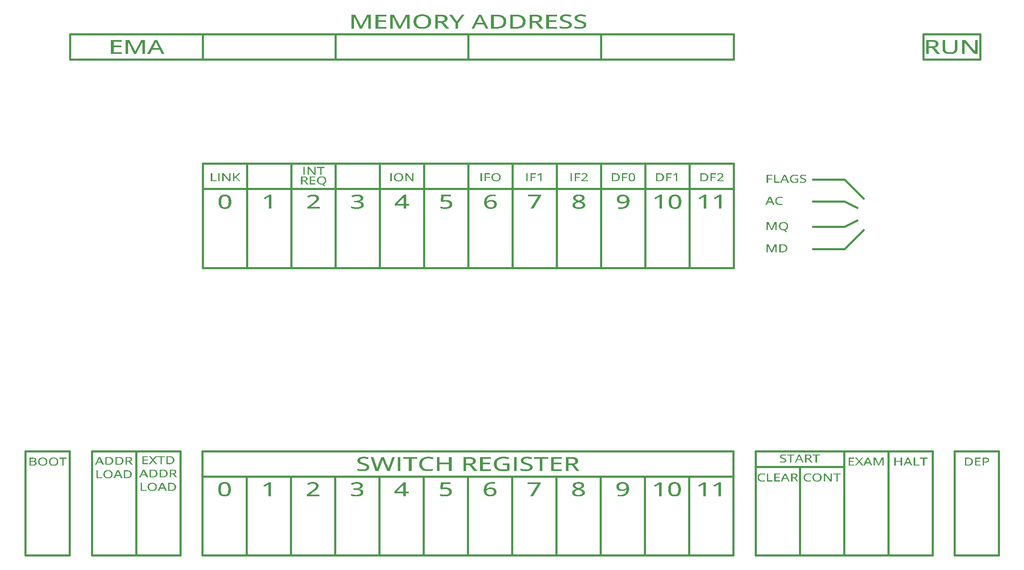
<source format=gbr>
%TF.GenerationSoftware,KiCad,Pcbnew,7.0.9*%
%TF.CreationDate,2023-12-04T17:55:50-06:00*%
%TF.ProjectId,sbc6120-rbc-front-dress-panel,73626336-3132-4302-9d72-62632d66726f,rev?*%
%TF.SameCoordinates,Original*%
%TF.FileFunction,Legend,Top*%
%TF.FilePolarity,Positive*%
%FSLAX46Y46*%
G04 Gerber Fmt 4.6, Leading zero omitted, Abs format (unit mm)*
G04 Created by KiCad (PCBNEW 7.0.9) date 2023-12-04 17:55:50*
%MOMM*%
%LPD*%
G01*
G04 APERTURE LIST*
%ADD10C,0.400000*%
%ADD11C,0.162500*%
%ADD12C,0.300000*%
G04 APERTURE END LIST*
D10*
X140970000Y-132080000D02*
X149860000Y-132080000D01*
X149860000Y-147955000D01*
X140970000Y-147955000D01*
X140970000Y-132080000D01*
X158830000Y-69215000D02*
X167720000Y-69215000D01*
X167720000Y-74295000D01*
X158830000Y-74295000D01*
X158830000Y-69215000D01*
X87710000Y-74295000D02*
X96600000Y-74295000D01*
X96600000Y-90170000D01*
X87710000Y-90170000D01*
X87710000Y-74295000D01*
X232490000Y-43180000D02*
X243920000Y-43180000D01*
X243920000Y-48260000D01*
X232490000Y-48260000D01*
X232490000Y-43180000D01*
X207645000Y-130175000D02*
X216535000Y-130175000D01*
X216535000Y-147955000D01*
X207645000Y-147955000D01*
X207645000Y-130175000D01*
X114380000Y-74295000D02*
X123270000Y-74295000D01*
X123270000Y-90170000D01*
X114380000Y-90170000D01*
X114380000Y-74295000D01*
X216535000Y-127000000D02*
X225425000Y-127000000D01*
X225425000Y-147955000D01*
X216535000Y-147955000D01*
X216535000Y-127000000D01*
X87710000Y-69215000D02*
X96600000Y-69215000D01*
X96600000Y-74295000D01*
X87710000Y-74295000D01*
X87710000Y-69215000D01*
X52070000Y-127000000D02*
X60960000Y-127000000D01*
X60960000Y-147955000D01*
X52070000Y-147955000D01*
X52070000Y-127000000D01*
X220425000Y-76200000D02*
X216615000Y-72390000D01*
X87630000Y-127000000D02*
X194310000Y-127000000D01*
X194310000Y-132080000D01*
X87630000Y-132080000D01*
X87630000Y-127000000D01*
X105490000Y-74295000D02*
X114380000Y-74295000D01*
X114380000Y-90170000D01*
X105490000Y-90170000D01*
X105490000Y-74295000D01*
X158750000Y-132080000D02*
X167640000Y-132080000D01*
X167640000Y-147955000D01*
X158750000Y-147955000D01*
X158750000Y-132080000D01*
X114300000Y-132080000D02*
X123190000Y-132080000D01*
X123190000Y-147955000D01*
X114300000Y-147955000D01*
X114300000Y-132080000D01*
X149940000Y-74295000D02*
X158830000Y-74295000D01*
X158830000Y-90170000D01*
X149940000Y-90170000D01*
X149940000Y-74295000D01*
X185500000Y-74295000D02*
X194390000Y-74295000D01*
X194390000Y-90170000D01*
X185500000Y-90170000D01*
X185500000Y-74295000D01*
X123270000Y-69215000D02*
X132160000Y-69215000D01*
X132160000Y-74295000D01*
X123270000Y-74295000D01*
X123270000Y-69215000D01*
X216615000Y-76835000D02*
X210265000Y-76835000D01*
X61040000Y-43180000D02*
X87710000Y-43180000D01*
X87710000Y-48260000D01*
X61040000Y-48260000D01*
X61040000Y-43180000D01*
X114380000Y-69215000D02*
X123270000Y-69215000D01*
X123270000Y-74295000D01*
X114380000Y-74295000D01*
X114380000Y-69215000D01*
X238760000Y-127000000D02*
X247650000Y-127000000D01*
X247650000Y-147955000D01*
X238760000Y-147955000D01*
X238760000Y-127000000D01*
X176610000Y-74295000D02*
X185500000Y-74295000D01*
X185500000Y-90170000D01*
X176610000Y-90170000D01*
X176610000Y-74295000D01*
X198755000Y-130175000D02*
X207645000Y-130175000D01*
X207645000Y-147955000D01*
X198755000Y-147955000D01*
X198755000Y-130175000D01*
X216615000Y-86360000D02*
X220425000Y-82550000D01*
X167640000Y-132080000D02*
X176530000Y-132080000D01*
X176530000Y-147955000D01*
X167640000Y-147955000D01*
X167640000Y-132080000D01*
X185500000Y-69215000D02*
X194390000Y-69215000D01*
X194390000Y-74295000D01*
X185500000Y-74295000D01*
X185500000Y-69215000D01*
X74295000Y-127000000D02*
X83185000Y-127000000D01*
X83185000Y-147955000D01*
X74295000Y-147955000D01*
X74295000Y-127000000D01*
X167720000Y-74295000D02*
X176610000Y-74295000D01*
X176610000Y-90170000D01*
X167720000Y-90170000D01*
X167720000Y-74295000D01*
X185420000Y-132080000D02*
X194310000Y-132080000D01*
X194310000Y-147955000D01*
X185420000Y-147955000D01*
X185420000Y-132080000D01*
X216615000Y-81915000D02*
X210265000Y-81915000D01*
X123270000Y-74295000D02*
X132160000Y-74295000D01*
X132160000Y-90170000D01*
X123270000Y-90170000D01*
X123270000Y-74295000D01*
X149860000Y-132080000D02*
X158750000Y-132080000D01*
X158750000Y-147955000D01*
X149860000Y-147955000D01*
X149860000Y-132080000D01*
X176530000Y-132080000D02*
X185420000Y-132080000D01*
X185420000Y-147955000D01*
X176530000Y-147955000D01*
X176530000Y-132080000D01*
X198755000Y-127000000D02*
X216535000Y-127000000D01*
X216535000Y-130175000D01*
X198755000Y-130175000D01*
X198755000Y-127000000D01*
X132080000Y-132080000D02*
X140970000Y-132080000D01*
X140970000Y-147955000D01*
X132080000Y-147955000D01*
X132080000Y-132080000D01*
X216615000Y-76835000D02*
X219155000Y-78105000D01*
X65405000Y-127000000D02*
X74295000Y-127000000D01*
X74295000Y-147955000D01*
X65405000Y-147955000D01*
X65405000Y-127000000D01*
X87630000Y-132080000D02*
X96520000Y-132080000D01*
X96520000Y-147955000D01*
X87630000Y-147955000D01*
X87630000Y-132080000D01*
X176610000Y-69215000D02*
X185500000Y-69215000D01*
X185500000Y-74295000D01*
X176610000Y-74295000D01*
X176610000Y-69215000D01*
X141050000Y-69215000D02*
X149940000Y-69215000D01*
X149940000Y-74295000D01*
X141050000Y-74295000D01*
X141050000Y-69215000D01*
X167720000Y-43180000D02*
X194390000Y-43180000D01*
X194390000Y-48260000D01*
X167720000Y-48260000D01*
X167720000Y-43180000D01*
X225425000Y-127000000D02*
X234315000Y-127000000D01*
X234315000Y-147955000D01*
X225425000Y-147955000D01*
X225425000Y-127000000D01*
X141050000Y-74295000D02*
X149940000Y-74295000D01*
X149940000Y-90170000D01*
X141050000Y-90170000D01*
X141050000Y-74295000D01*
X216615000Y-81915000D02*
X219155000Y-80645000D01*
X96600000Y-74295000D02*
X105490000Y-74295000D01*
X105490000Y-90170000D01*
X96600000Y-90170000D01*
X96600000Y-74295000D01*
X216615000Y-86360000D02*
X210265000Y-86360000D01*
X216615000Y-72390000D02*
X210265000Y-72390000D01*
X167720000Y-69215000D02*
X176610000Y-69215000D01*
X176610000Y-74295000D01*
X167720000Y-74295000D01*
X167720000Y-69215000D01*
X141050000Y-43180000D02*
X167720000Y-43180000D01*
X167720000Y-48260000D01*
X141050000Y-48260000D01*
X141050000Y-43180000D01*
X149940000Y-69215000D02*
X158830000Y-69215000D01*
X158830000Y-74295000D01*
X149940000Y-74295000D01*
X149940000Y-69215000D01*
X132160000Y-74295000D02*
X141050000Y-74295000D01*
X141050000Y-90170000D01*
X132160000Y-90170000D01*
X132160000Y-74295000D01*
X158830000Y-74295000D02*
X167720000Y-74295000D01*
X167720000Y-90170000D01*
X158830000Y-90170000D01*
X158830000Y-74295000D01*
X123190000Y-132080000D02*
X132080000Y-132080000D01*
X132080000Y-147955000D01*
X123190000Y-147955000D01*
X123190000Y-132080000D01*
X114380000Y-43180000D02*
X141050000Y-43180000D01*
X141050000Y-48260000D01*
X114380000Y-48260000D01*
X114380000Y-43180000D01*
X87710000Y-43180000D02*
X114380000Y-43180000D01*
X114380000Y-48260000D01*
X87710000Y-48260000D01*
X87710000Y-43180000D01*
X96600000Y-69215000D02*
X105490000Y-69215000D01*
X105490000Y-74295000D01*
X96600000Y-74295000D01*
X96600000Y-69215000D01*
X96520000Y-132080000D02*
X105410000Y-132080000D01*
X105410000Y-147955000D01*
X96520000Y-147955000D01*
X96520000Y-132080000D01*
X105490000Y-69215000D02*
X114380000Y-69215000D01*
X114380000Y-74295000D01*
X105490000Y-74295000D01*
X105490000Y-69215000D01*
X132160000Y-69215000D02*
X141050000Y-69215000D01*
X141050000Y-74295000D01*
X132160000Y-74295000D01*
X132160000Y-69215000D01*
X105410000Y-132080000D02*
X114300000Y-132080000D01*
X114300000Y-147955000D01*
X105410000Y-147955000D01*
X105410000Y-132080000D01*
D11*
G36*
X170530565Y-71152679D02*
G01*
X170568048Y-71153728D01*
X170604876Y-71155476D01*
X170641046Y-71157923D01*
X170676561Y-71161069D01*
X170711419Y-71164914D01*
X170745621Y-71169459D01*
X170779166Y-71174702D01*
X170812055Y-71180645D01*
X170844287Y-71187287D01*
X170875863Y-71194628D01*
X170906783Y-71202668D01*
X170937046Y-71211407D01*
X170966653Y-71220846D01*
X170995603Y-71230983D01*
X171023897Y-71241820D01*
X171051525Y-71253292D01*
X171078356Y-71265432D01*
X171104388Y-71278241D01*
X171129624Y-71291719D01*
X171154061Y-71305865D01*
X171177701Y-71320680D01*
X171200544Y-71336164D01*
X171222589Y-71352316D01*
X171243836Y-71369136D01*
X171264285Y-71386626D01*
X171283937Y-71404784D01*
X171302792Y-71423610D01*
X171320849Y-71443105D01*
X171338108Y-71463269D01*
X171354569Y-71484101D01*
X171370233Y-71505602D01*
X171385022Y-71527714D01*
X171398856Y-71550476D01*
X171411736Y-71573888D01*
X171423662Y-71597951D01*
X171434633Y-71622663D01*
X171444651Y-71648027D01*
X171453715Y-71674040D01*
X171461825Y-71700704D01*
X171468980Y-71728018D01*
X171475182Y-71755982D01*
X171480429Y-71784596D01*
X171484722Y-71813861D01*
X171488062Y-71843776D01*
X171490447Y-71874342D01*
X171491878Y-71905558D01*
X171492236Y-71921409D01*
X171492355Y-71937424D01*
X171492233Y-71954238D01*
X171491866Y-71970879D01*
X171491256Y-71987345D01*
X171490401Y-72003638D01*
X171489302Y-72019757D01*
X171487959Y-72035701D01*
X171486371Y-72051471D01*
X171484539Y-72067068D01*
X171480143Y-72097739D01*
X171474769Y-72127713D01*
X171468419Y-72156992D01*
X171461092Y-72185575D01*
X171452788Y-72213461D01*
X171443506Y-72240651D01*
X171433248Y-72267146D01*
X171422013Y-72292944D01*
X171409801Y-72318046D01*
X171396612Y-72342452D01*
X171382446Y-72366162D01*
X171367303Y-72389175D01*
X171351234Y-72411443D01*
X171334292Y-72433011D01*
X171316475Y-72453880D01*
X171297785Y-72474050D01*
X171278221Y-72493520D01*
X171257783Y-72512292D01*
X171236470Y-72530365D01*
X171214284Y-72547738D01*
X171191224Y-72564412D01*
X171167291Y-72580387D01*
X171142483Y-72595663D01*
X171116801Y-72610240D01*
X171090245Y-72624117D01*
X171062816Y-72637296D01*
X171034512Y-72649775D01*
X171005335Y-72661555D01*
X170975325Y-72672628D01*
X170944526Y-72682987D01*
X170912936Y-72692632D01*
X170880557Y-72701562D01*
X170847388Y-72709778D01*
X170813428Y-72717279D01*
X170778679Y-72724066D01*
X170743140Y-72730138D01*
X170706811Y-72735496D01*
X170669692Y-72740140D01*
X170631782Y-72744069D01*
X170593083Y-72747284D01*
X170573437Y-72748624D01*
X170553594Y-72749785D01*
X170533553Y-72750767D01*
X170513315Y-72751571D01*
X170492879Y-72752196D01*
X170472246Y-72752642D01*
X170451415Y-72752910D01*
X170430387Y-72753000D01*
X169879375Y-72753000D01*
X169879375Y-71341471D01*
X170161231Y-71341471D01*
X170161231Y-72561904D01*
X170420617Y-72561904D01*
X170444729Y-72561752D01*
X170468458Y-72561298D01*
X170491806Y-72560540D01*
X170514773Y-72559480D01*
X170537358Y-72558116D01*
X170559561Y-72556450D01*
X170581382Y-72554480D01*
X170602822Y-72552207D01*
X170623881Y-72549632D01*
X170644557Y-72546753D01*
X170664852Y-72543572D01*
X170684766Y-72540087D01*
X170704298Y-72536299D01*
X170723448Y-72532209D01*
X170742216Y-72527815D01*
X170778609Y-72518118D01*
X170813474Y-72507210D01*
X170846813Y-72495089D01*
X170878626Y-72481757D01*
X170908912Y-72467212D01*
X170937672Y-72451455D01*
X170964905Y-72434487D01*
X170990611Y-72416306D01*
X171002892Y-72406761D01*
X171026376Y-72386727D01*
X171048344Y-72365508D01*
X171068798Y-72343105D01*
X171087736Y-72319517D01*
X171105159Y-72294745D01*
X171121068Y-72268788D01*
X171135461Y-72241647D01*
X171148339Y-72213321D01*
X171159702Y-72183810D01*
X171164815Y-72168610D01*
X171169550Y-72153115D01*
X171173906Y-72137323D01*
X171177883Y-72121235D01*
X171181481Y-72104851D01*
X171184700Y-72088170D01*
X171187541Y-72071194D01*
X171190003Y-72053922D01*
X171192086Y-72036353D01*
X171193791Y-72018488D01*
X171195117Y-72000327D01*
X171196064Y-71981870D01*
X171196632Y-71963117D01*
X171196821Y-71944067D01*
X171196493Y-71918655D01*
X171195508Y-71893808D01*
X171193867Y-71869526D01*
X171191570Y-71845808D01*
X171188616Y-71822656D01*
X171185006Y-71800068D01*
X171180739Y-71778045D01*
X171175816Y-71756586D01*
X171170237Y-71735693D01*
X171164001Y-71715364D01*
X171157109Y-71695600D01*
X171149560Y-71676401D01*
X171141355Y-71657767D01*
X171132494Y-71639698D01*
X171122976Y-71622193D01*
X171112801Y-71605254D01*
X171102053Y-71588816D01*
X171090690Y-71572916D01*
X171078712Y-71557553D01*
X171066121Y-71542727D01*
X171052914Y-71528439D01*
X171039094Y-71514688D01*
X171024658Y-71501475D01*
X171009609Y-71488799D01*
X170993945Y-71476660D01*
X170977667Y-71465058D01*
X170960774Y-71453994D01*
X170943266Y-71443467D01*
X170925145Y-71433478D01*
X170906409Y-71424025D01*
X170887058Y-71415110D01*
X170867093Y-71406733D01*
X170846596Y-71398830D01*
X170825526Y-71391437D01*
X170803884Y-71384554D01*
X170781669Y-71378181D01*
X170758882Y-71372318D01*
X170735523Y-71366964D01*
X170711591Y-71362120D01*
X170687086Y-71357787D01*
X170662009Y-71353963D01*
X170636360Y-71350649D01*
X170610138Y-71347844D01*
X170583344Y-71345550D01*
X170555977Y-71343766D01*
X170528038Y-71342491D01*
X170499527Y-71341726D01*
X170470443Y-71341471D01*
X170161231Y-71341471D01*
X169879375Y-71341471D01*
X169879375Y-71152330D01*
X170492425Y-71152330D01*
X170530565Y-71152679D01*
G37*
G36*
X172201636Y-72753000D02*
G01*
X171921245Y-72753000D01*
X171921245Y-71152330D01*
X173048182Y-71152330D01*
X173048182Y-71345770D01*
X172201636Y-71345770D01*
X172201636Y-71885449D01*
X172995914Y-71885449D01*
X172995914Y-72077717D01*
X172201636Y-72077717D01*
X172201636Y-72753000D01*
G37*
G36*
X173950585Y-71127702D02*
G01*
X173978449Y-71128852D01*
X174005677Y-71130768D01*
X174032267Y-71133450D01*
X174058219Y-71136898D01*
X174083535Y-71141113D01*
X174108213Y-71146094D01*
X174132254Y-71151841D01*
X174155657Y-71158355D01*
X174178423Y-71165635D01*
X174200552Y-71173681D01*
X174222043Y-71182494D01*
X174242898Y-71192072D01*
X174263114Y-71202418D01*
X174282694Y-71213529D01*
X174301636Y-71225407D01*
X174319960Y-71238007D01*
X174337685Y-71251285D01*
X174354810Y-71265240D01*
X174371337Y-71279873D01*
X174387264Y-71295184D01*
X174402592Y-71311173D01*
X174417321Y-71327839D01*
X174431451Y-71345184D01*
X174444982Y-71363206D01*
X174457913Y-71381906D01*
X174470246Y-71401283D01*
X174481979Y-71421339D01*
X174493113Y-71442072D01*
X174503648Y-71463483D01*
X174513584Y-71485571D01*
X174522920Y-71508338D01*
X174531675Y-71531733D01*
X174539864Y-71555709D01*
X174547489Y-71580264D01*
X174554550Y-71605400D01*
X174561045Y-71631116D01*
X174566975Y-71657412D01*
X174572341Y-71684287D01*
X174577142Y-71711743D01*
X174581378Y-71739779D01*
X174585049Y-71768396D01*
X174588156Y-71797592D01*
X174590698Y-71827368D01*
X174592674Y-71857724D01*
X174594086Y-71888661D01*
X174594581Y-71904346D01*
X174594934Y-71920177D01*
X174595145Y-71936153D01*
X174595216Y-71952274D01*
X174595071Y-71976487D01*
X174594636Y-72000377D01*
X174593911Y-72023944D01*
X174592896Y-72047187D01*
X174591591Y-72070106D01*
X174589995Y-72092701D01*
X174588110Y-72114973D01*
X174585935Y-72136921D01*
X174583469Y-72158546D01*
X174580714Y-72179847D01*
X174577669Y-72200824D01*
X174574333Y-72221478D01*
X174570708Y-72241808D01*
X174566792Y-72261815D01*
X174562587Y-72281498D01*
X174558091Y-72300857D01*
X174553281Y-72319871D01*
X174548131Y-72338519D01*
X174542641Y-72356801D01*
X174536811Y-72374716D01*
X174530642Y-72392265D01*
X174524134Y-72409448D01*
X174517285Y-72426264D01*
X174510097Y-72442713D01*
X174502570Y-72458797D01*
X174494702Y-72474514D01*
X174486496Y-72489864D01*
X174477949Y-72504849D01*
X174469063Y-72519467D01*
X174459837Y-72533718D01*
X174450271Y-72547603D01*
X174440366Y-72561122D01*
X174424920Y-72580606D01*
X174408624Y-72599197D01*
X174391478Y-72616894D01*
X174373482Y-72633699D01*
X174354635Y-72649611D01*
X174334939Y-72664629D01*
X174314393Y-72678755D01*
X174292996Y-72691988D01*
X174270749Y-72704327D01*
X174247653Y-72715774D01*
X174231783Y-72722909D01*
X174207231Y-72732756D01*
X174181751Y-72741635D01*
X174155344Y-72749545D01*
X174128010Y-72756486D01*
X174099748Y-72762459D01*
X174080392Y-72765903D01*
X174060624Y-72768916D01*
X174040443Y-72771499D01*
X174019850Y-72773651D01*
X173998846Y-72775373D01*
X173977429Y-72776665D01*
X173955599Y-72777526D01*
X173933358Y-72777956D01*
X173922083Y-72778010D01*
X173893878Y-72777628D01*
X173866296Y-72776483D01*
X173839336Y-72774575D01*
X173812998Y-72771904D01*
X173787282Y-72768469D01*
X173762188Y-72764271D01*
X173737716Y-72759310D01*
X173713866Y-72753586D01*
X173690638Y-72747098D01*
X173668032Y-72739847D01*
X173646048Y-72731833D01*
X173624687Y-72723055D01*
X173603947Y-72713515D01*
X173583829Y-72703211D01*
X173564334Y-72692143D01*
X173545460Y-72680313D01*
X173527194Y-72667762D01*
X173509518Y-72654533D01*
X173492435Y-72640626D01*
X173475943Y-72626042D01*
X173460042Y-72610780D01*
X173444733Y-72594840D01*
X173430015Y-72578222D01*
X173415889Y-72560927D01*
X173402355Y-72542954D01*
X173389412Y-72524303D01*
X173377061Y-72504974D01*
X173365301Y-72484967D01*
X173354132Y-72464283D01*
X173343555Y-72442921D01*
X173333570Y-72420881D01*
X173324176Y-72398163D01*
X173315363Y-72374760D01*
X173307117Y-72350762D01*
X173299441Y-72326168D01*
X173292333Y-72300979D01*
X173285794Y-72275195D01*
X173279823Y-72248815D01*
X173274421Y-72221840D01*
X173269588Y-72194270D01*
X173265323Y-72166104D01*
X173261627Y-72137343D01*
X173258500Y-72107986D01*
X173255941Y-72078034D01*
X173253951Y-72047487D01*
X173252529Y-72016345D01*
X173252032Y-72000550D01*
X173251676Y-71984607D01*
X173251463Y-71968515D01*
X173251392Y-71952274D01*
X173528852Y-71952274D01*
X173529002Y-71978716D01*
X173529455Y-72004603D01*
X173530208Y-72029934D01*
X173531264Y-72054709D01*
X173532620Y-72078929D01*
X173534279Y-72102593D01*
X173536238Y-72125701D01*
X173538499Y-72148254D01*
X173541062Y-72170251D01*
X173543926Y-72191693D01*
X173547092Y-72212579D01*
X173550559Y-72232909D01*
X173554327Y-72252683D01*
X173558397Y-72271902D01*
X173562769Y-72290565D01*
X173567442Y-72308673D01*
X173572453Y-72326174D01*
X173577838Y-72343117D01*
X173583596Y-72359501D01*
X173589729Y-72375327D01*
X173596236Y-72390593D01*
X173603117Y-72405301D01*
X173614139Y-72426316D01*
X173626003Y-72446073D01*
X173638709Y-72464574D01*
X173652255Y-72481817D01*
X173666644Y-72497803D01*
X173681874Y-72512532D01*
X173692494Y-72521653D01*
X173709204Y-72534293D01*
X173726910Y-72545691D01*
X173745612Y-72555845D01*
X173765309Y-72564755D01*
X173786003Y-72572423D01*
X173807693Y-72578847D01*
X173830379Y-72584027D01*
X173854061Y-72587965D01*
X173878739Y-72590659D01*
X173904413Y-72592109D01*
X173922083Y-72592385D01*
X173948338Y-72591771D01*
X173973614Y-72589926D01*
X173997912Y-72586852D01*
X174021230Y-72582549D01*
X174043570Y-72577015D01*
X174064930Y-72570252D01*
X174085312Y-72562260D01*
X174104715Y-72553038D01*
X174123139Y-72542586D01*
X174140585Y-72530905D01*
X174151671Y-72522434D01*
X174167636Y-72508613D01*
X174182743Y-72493528D01*
X174196991Y-72477179D01*
X174210381Y-72459566D01*
X174222912Y-72440689D01*
X174234584Y-72420548D01*
X174245397Y-72399144D01*
X174252129Y-72384171D01*
X174258480Y-72368638D01*
X174264448Y-72352542D01*
X174270035Y-72335885D01*
X174275241Y-72318665D01*
X174277700Y-72309845D01*
X174282373Y-72291733D01*
X174286745Y-72273056D01*
X174290815Y-72253814D01*
X174294584Y-72234008D01*
X174298051Y-72213636D01*
X174301216Y-72192700D01*
X174304080Y-72171199D01*
X174306643Y-72149133D01*
X174308904Y-72126503D01*
X174310864Y-72103307D01*
X174312522Y-72079547D01*
X174313879Y-72055222D01*
X174314934Y-72030332D01*
X174315688Y-72004878D01*
X174316140Y-71978858D01*
X174316291Y-71952274D01*
X174316140Y-71926260D01*
X174315688Y-71900781D01*
X174314934Y-71875836D01*
X174313879Y-71851426D01*
X174312522Y-71827550D01*
X174310864Y-71804208D01*
X174308904Y-71781400D01*
X174306643Y-71759127D01*
X174304080Y-71737387D01*
X174301216Y-71716183D01*
X174298051Y-71695512D01*
X174294584Y-71675376D01*
X174290815Y-71655774D01*
X174286745Y-71636706D01*
X174282373Y-71618172D01*
X174277700Y-71600173D01*
X174272691Y-71582669D01*
X174267312Y-71565717D01*
X174261563Y-71549317D01*
X174255444Y-71533471D01*
X174248954Y-71518176D01*
X174242094Y-71503435D01*
X174231111Y-71482359D01*
X174219294Y-71462526D01*
X174206644Y-71443936D01*
X174193162Y-71426590D01*
X174178846Y-71410487D01*
X174163698Y-71395628D01*
X174153136Y-71386412D01*
X174136580Y-71373562D01*
X174118967Y-71361975D01*
X174100298Y-71351653D01*
X174080573Y-71342595D01*
X174059792Y-71334800D01*
X174037955Y-71328270D01*
X174015061Y-71323003D01*
X173991112Y-71319001D01*
X173966106Y-71316262D01*
X173940044Y-71314788D01*
X173922083Y-71314507D01*
X173895225Y-71315139D01*
X173869424Y-71317035D01*
X173844678Y-71320195D01*
X173820989Y-71324618D01*
X173798356Y-71330306D01*
X173776779Y-71337258D01*
X173756259Y-71345474D01*
X173736794Y-71354953D01*
X173718386Y-71365697D01*
X173701033Y-71377705D01*
X173690052Y-71386412D01*
X173674440Y-71400443D01*
X173659661Y-71415716D01*
X173645715Y-71432234D01*
X173632602Y-71449994D01*
X173620321Y-71468998D01*
X173608874Y-71489246D01*
X173598259Y-71510736D01*
X173591646Y-71525754D01*
X173585402Y-71541325D01*
X173579529Y-71557448D01*
X173574026Y-71574124D01*
X173568893Y-71591352D01*
X173566465Y-71600173D01*
X173561910Y-71618172D01*
X173557649Y-71636706D01*
X173553682Y-71655774D01*
X173550009Y-71675376D01*
X173546630Y-71695512D01*
X173543544Y-71716183D01*
X173540753Y-71737387D01*
X173538255Y-71759127D01*
X173536051Y-71781400D01*
X173534141Y-71804208D01*
X173532525Y-71827550D01*
X173531203Y-71851426D01*
X173530174Y-71875836D01*
X173529439Y-71900781D01*
X173528999Y-71926260D01*
X173528852Y-71952274D01*
X173251392Y-71952274D01*
X173251456Y-71936297D01*
X173251649Y-71920461D01*
X173251971Y-71904765D01*
X173253002Y-71873795D01*
X173254547Y-71843387D01*
X173256608Y-71813541D01*
X173259184Y-71784256D01*
X173262275Y-71755533D01*
X173265882Y-71727372D01*
X173270003Y-71699772D01*
X173274640Y-71672735D01*
X173279792Y-71646259D01*
X173285459Y-71620345D01*
X173291642Y-71594992D01*
X173298339Y-71570202D01*
X173305552Y-71545973D01*
X173313280Y-71522306D01*
X173317337Y-71510683D01*
X173325899Y-71487912D01*
X173335098Y-71465809D01*
X173344935Y-71444375D01*
X173355409Y-71423610D01*
X173366520Y-71403514D01*
X173378268Y-71384086D01*
X173390654Y-71365326D01*
X173403677Y-71347235D01*
X173417338Y-71329813D01*
X173431635Y-71313060D01*
X173446571Y-71296975D01*
X173462143Y-71281558D01*
X173478353Y-71266811D01*
X173495200Y-71252732D01*
X173512684Y-71239321D01*
X173530806Y-71226579D01*
X173549679Y-71214560D01*
X173569297Y-71203315D01*
X173589659Y-71192846D01*
X173610765Y-71183153D01*
X173632615Y-71174235D01*
X173655209Y-71166093D01*
X173678548Y-71158726D01*
X173702631Y-71152134D01*
X173727457Y-71146318D01*
X173753029Y-71141278D01*
X173779344Y-71137012D01*
X173806403Y-71133523D01*
X173834207Y-71130809D01*
X173862755Y-71128870D01*
X173892047Y-71127707D01*
X173922083Y-71127319D01*
X173950585Y-71127702D01*
G37*
D12*
G36*
X234161441Y-44348169D02*
G01*
X234219801Y-44349195D01*
X234276847Y-44350905D01*
X234332582Y-44353298D01*
X234387004Y-44356376D01*
X234440114Y-44360137D01*
X234491911Y-44364582D01*
X234542396Y-44369711D01*
X234591568Y-44375524D01*
X234639428Y-44382021D01*
X234685976Y-44389202D01*
X234731211Y-44397066D01*
X234775133Y-44405615D01*
X234817744Y-44414847D01*
X234859042Y-44424764D01*
X234899027Y-44435364D01*
X234937729Y-44446661D01*
X234975177Y-44458669D01*
X235011370Y-44471388D01*
X235046308Y-44484817D01*
X235079993Y-44498957D01*
X235112423Y-44513807D01*
X235143598Y-44529368D01*
X235173519Y-44545639D01*
X235216049Y-44571379D01*
X235255756Y-44598718D01*
X235292641Y-44627655D01*
X235326703Y-44658191D01*
X235357943Y-44690326D01*
X235367729Y-44701393D01*
X235395263Y-44735574D01*
X235420088Y-44771437D01*
X235442205Y-44808984D01*
X235455446Y-44834950D01*
X235467482Y-44861664D01*
X235478315Y-44889126D01*
X235487944Y-44917336D01*
X235496370Y-44946294D01*
X235503592Y-44976000D01*
X235509610Y-45006454D01*
X235514425Y-45037656D01*
X235518036Y-45069606D01*
X235520443Y-45102304D01*
X235521647Y-45135750D01*
X235521797Y-45152754D01*
X235520851Y-45192556D01*
X235518012Y-45231181D01*
X235513281Y-45268627D01*
X235506657Y-45304896D01*
X235498141Y-45339986D01*
X235487732Y-45373898D01*
X235475431Y-45406632D01*
X235461237Y-45438188D01*
X235445151Y-45468566D01*
X235427172Y-45497766D01*
X235414135Y-45516578D01*
X235393535Y-45543806D01*
X235371761Y-45570097D01*
X235348811Y-45595450D01*
X235324687Y-45619865D01*
X235299389Y-45643343D01*
X235272915Y-45665883D01*
X235245268Y-45687485D01*
X235216445Y-45708150D01*
X235186448Y-45727877D01*
X235155276Y-45746666D01*
X235133842Y-45758672D01*
X235101079Y-45776012D01*
X235067876Y-45792644D01*
X235034233Y-45808566D01*
X235000149Y-45823779D01*
X234965624Y-45838283D01*
X234930659Y-45852077D01*
X234895254Y-45865162D01*
X234859408Y-45877538D01*
X234823121Y-45889205D01*
X234786394Y-45900163D01*
X234761665Y-45907073D01*
X235829934Y-47149000D01*
X235216445Y-47149000D01*
X234286466Y-46011023D01*
X233584805Y-46011023D01*
X233584805Y-47149000D01*
X233049278Y-47149000D01*
X233049278Y-44682244D01*
X233584805Y-44682244D01*
X233584805Y-45682077D01*
X234104554Y-45682077D01*
X234159991Y-45681569D01*
X234213536Y-45680047D01*
X234265188Y-45677509D01*
X234314948Y-45673956D01*
X234362815Y-45669388D01*
X234408790Y-45663805D01*
X234452872Y-45657206D01*
X234495061Y-45649593D01*
X234535359Y-45640964D01*
X234573763Y-45631320D01*
X234610276Y-45620661D01*
X234644895Y-45608987D01*
X234693276Y-45589573D01*
X234737399Y-45567874D01*
X234764449Y-45552140D01*
X234801769Y-45526683D01*
X234835418Y-45499038D01*
X234865396Y-45469205D01*
X234891703Y-45437184D01*
X234914340Y-45402975D01*
X234933306Y-45366579D01*
X234948601Y-45327994D01*
X234956758Y-45301056D01*
X234963284Y-45273145D01*
X234968178Y-45244262D01*
X234971441Y-45214406D01*
X234973073Y-45183578D01*
X234973277Y-45167799D01*
X234972410Y-45135400D01*
X234969811Y-45104198D01*
X234965478Y-45074193D01*
X234959413Y-45045385D01*
X234951615Y-45017773D01*
X234936668Y-44978600D01*
X234917821Y-44942119D01*
X234895076Y-44908331D01*
X234868432Y-44877236D01*
X234837888Y-44848833D01*
X234803445Y-44823124D01*
X234765103Y-44800107D01*
X234751455Y-44793033D01*
X234707751Y-44773234D01*
X234659821Y-44755382D01*
X234625521Y-44744563D01*
X234589342Y-44734609D01*
X234551285Y-44725521D01*
X234511351Y-44717299D01*
X234469538Y-44709942D01*
X234425847Y-44703450D01*
X234380279Y-44697824D01*
X234332832Y-44693064D01*
X234283508Y-44689169D01*
X234232305Y-44686139D01*
X234179224Y-44683976D01*
X234124266Y-44682677D01*
X234067429Y-44682244D01*
X233584805Y-44682244D01*
X233049278Y-44682244D01*
X233049278Y-44347827D01*
X234101769Y-44347827D01*
X234161441Y-44348169D01*
G37*
G36*
X239328957Y-44347827D02*
G01*
X239328957Y-46163528D01*
X239328308Y-46200295D01*
X239326361Y-46236565D01*
X239323117Y-46272338D01*
X239318574Y-46307613D01*
X239312733Y-46342392D01*
X239305595Y-46376675D01*
X239297158Y-46410460D01*
X239287424Y-46443748D01*
X239276391Y-46476540D01*
X239264061Y-46508834D01*
X239250433Y-46540632D01*
X239235507Y-46571933D01*
X239219283Y-46602737D01*
X239201761Y-46633044D01*
X239182941Y-46662854D01*
X239162823Y-46692168D01*
X239141513Y-46720768D01*
X239118882Y-46748609D01*
X239094932Y-46775692D01*
X239069663Y-46802016D01*
X239043074Y-46827581D01*
X239015165Y-46852388D01*
X238985936Y-46876436D01*
X238955388Y-46899725D01*
X238923520Y-46922256D01*
X238890332Y-46944028D01*
X238855825Y-46965041D01*
X238819998Y-46985296D01*
X238782851Y-47004792D01*
X238744385Y-47023529D01*
X238704599Y-47041507D01*
X238663493Y-47058727D01*
X238621053Y-47074959D01*
X238577265Y-47090143D01*
X238532127Y-47104280D01*
X238485642Y-47117370D01*
X238437807Y-47129413D01*
X238388624Y-47140408D01*
X238338092Y-47150357D01*
X238286211Y-47159258D01*
X238232982Y-47167112D01*
X238178404Y-47173918D01*
X238122477Y-47179678D01*
X238065202Y-47184390D01*
X238006578Y-47188055D01*
X237946605Y-47190673D01*
X237885284Y-47192244D01*
X237822614Y-47192768D01*
X237778106Y-47192491D01*
X237734261Y-47191662D01*
X237691080Y-47190279D01*
X237648562Y-47188344D01*
X237606707Y-47185856D01*
X237565517Y-47182814D01*
X237524989Y-47179220D01*
X237485125Y-47175072D01*
X237445925Y-47170372D01*
X237407388Y-47165119D01*
X237369514Y-47159312D01*
X237332304Y-47152953D01*
X237295757Y-47146041D01*
X237259874Y-47138576D01*
X237190098Y-47121986D01*
X237122976Y-47103185D01*
X237058508Y-47082172D01*
X236996693Y-47058946D01*
X236937533Y-47033509D01*
X236881026Y-47005860D01*
X236827173Y-46975999D01*
X236775974Y-46943926D01*
X236727429Y-46909642D01*
X236681799Y-46873519D01*
X236639112Y-46835932D01*
X236599370Y-46796881D01*
X236562571Y-46756367D01*
X236528716Y-46714388D01*
X236497806Y-46670946D01*
X236469839Y-46626040D01*
X236444816Y-46579669D01*
X236422736Y-46531835D01*
X236403601Y-46482537D01*
X236387410Y-46431775D01*
X236374162Y-46379549D01*
X236363859Y-46325859D01*
X236359811Y-46298465D01*
X236356499Y-46270705D01*
X236353923Y-46242579D01*
X236352083Y-46214087D01*
X236350979Y-46185230D01*
X236350611Y-46156006D01*
X236350611Y-44347827D01*
X236887994Y-44347827D01*
X236887994Y-46140277D01*
X236888937Y-46183962D01*
X236891765Y-46226285D01*
X236896478Y-46267246D01*
X236903076Y-46306844D01*
X236911560Y-46345080D01*
X236921929Y-46381953D01*
X236934183Y-46417464D01*
X236948322Y-46451613D01*
X236964347Y-46484399D01*
X236982257Y-46515823D01*
X237002052Y-46545884D01*
X237023732Y-46574583D01*
X237047298Y-46601920D01*
X237072749Y-46627894D01*
X237100085Y-46652505D01*
X237129306Y-46675755D01*
X237160503Y-46697617D01*
X237193535Y-46718070D01*
X237228401Y-46737111D01*
X237265102Y-46754743D01*
X237303637Y-46770963D01*
X237344007Y-46785774D01*
X237386211Y-46799174D01*
X237430250Y-46811163D01*
X237476123Y-46821742D01*
X237523831Y-46830910D01*
X237573373Y-46838668D01*
X237624750Y-46845015D01*
X237677961Y-46849952D01*
X237733006Y-46853478D01*
X237789887Y-46855594D01*
X237848601Y-46856299D01*
X237889315Y-46855960D01*
X237929087Y-46854942D01*
X237967916Y-46853245D01*
X238005802Y-46850871D01*
X238042746Y-46847817D01*
X238096394Y-46841965D01*
X238147921Y-46834586D01*
X238197327Y-46825680D01*
X238244612Y-46815247D01*
X238289777Y-46803288D01*
X238332820Y-46789802D01*
X238373743Y-46774790D01*
X238386913Y-46769446D01*
X238425113Y-46752396D01*
X238461405Y-46734071D01*
X238495788Y-46714473D01*
X238528263Y-46693600D01*
X238558828Y-46671452D01*
X238587485Y-46648031D01*
X238614233Y-46623335D01*
X238639072Y-46597365D01*
X238662002Y-46570120D01*
X238683024Y-46541602D01*
X238695977Y-46521882D01*
X238713891Y-46491219D01*
X238730042Y-46459499D01*
X238744432Y-46426721D01*
X238757059Y-46392885D01*
X238767925Y-46357991D01*
X238777029Y-46322039D01*
X238784370Y-46285029D01*
X238789950Y-46246962D01*
X238793767Y-46207836D01*
X238795823Y-46167653D01*
X238796215Y-46140277D01*
X238796215Y-44347827D01*
X239328957Y-44347827D01*
G37*
G36*
X243385782Y-47149000D02*
G01*
X242743521Y-47149000D01*
X240767548Y-44853898D01*
X240746201Y-44853898D01*
X240748856Y-44886670D01*
X240751603Y-44920443D01*
X240753865Y-44948183D01*
X240756185Y-44976564D01*
X240758564Y-45005586D01*
X240761000Y-45035249D01*
X240763494Y-45065554D01*
X240764763Y-45080946D01*
X240767258Y-45112074D01*
X240769636Y-45143564D01*
X240771898Y-45175418D01*
X240774044Y-45207635D01*
X240776075Y-45240216D01*
X240777989Y-45273159D01*
X240779787Y-45306467D01*
X240781469Y-45340137D01*
X240783036Y-45373861D01*
X240784486Y-45407670D01*
X240785820Y-45441565D01*
X240787038Y-45475545D01*
X240788140Y-45509611D01*
X240789126Y-45543762D01*
X240789997Y-45577999D01*
X240790751Y-45612321D01*
X240790751Y-47149000D01*
X240299774Y-47149000D01*
X240299774Y-44347827D01*
X240937394Y-44347827D01*
X242905014Y-46631986D01*
X242923577Y-46631986D01*
X242921391Y-46599024D01*
X242919419Y-46569388D01*
X242917312Y-46537782D01*
X242915069Y-46504206D01*
X242913176Y-46475926D01*
X242911197Y-46446386D01*
X242909655Y-46423403D01*
X242907813Y-46391902D01*
X242906001Y-46359973D01*
X242904217Y-46327617D01*
X242902462Y-46294833D01*
X242900736Y-46261622D01*
X242899040Y-46227984D01*
X242897372Y-46193918D01*
X242895733Y-46159425D01*
X242894210Y-46124943D01*
X242892891Y-46090909D01*
X242891774Y-46057324D01*
X242890861Y-46024188D01*
X242890150Y-45991501D01*
X242889642Y-45959262D01*
X242889338Y-45927472D01*
X242889236Y-45896131D01*
X242889236Y-44347827D01*
X243385782Y-44347827D01*
X243385782Y-47149000D01*
G37*
G36*
X128609710Y-77318193D02*
G01*
X129152662Y-77318193D01*
X129152662Y-77651243D01*
X128609710Y-77651243D01*
X128609710Y-78264000D01*
X128095530Y-78264000D01*
X128095530Y-77651243D01*
X126304253Y-77651243D01*
X126304253Y-77345549D01*
X126330118Y-77318193D01*
X126805439Y-77318193D01*
X128095530Y-77318193D01*
X128095530Y-76511215D01*
X128095575Y-76481299D01*
X128095711Y-76451816D01*
X128095938Y-76422768D01*
X128096255Y-76394154D01*
X128096663Y-76365974D01*
X128097161Y-76338228D01*
X128097386Y-76327251D01*
X128098496Y-76294738D01*
X128099736Y-76262849D01*
X128101106Y-76231586D01*
X128102607Y-76200947D01*
X128104238Y-76170934D01*
X128104811Y-76161069D01*
X128106900Y-76131937D01*
X128108988Y-76103526D01*
X128111076Y-76075837D01*
X128113512Y-76044445D01*
X128115949Y-76014034D01*
X128118207Y-75984736D01*
X128120111Y-75956682D01*
X128121851Y-75926142D01*
X128123127Y-75897227D01*
X128123374Y-75890252D01*
X128102955Y-75890252D01*
X128084052Y-75919191D01*
X128064235Y-75948564D01*
X128047023Y-75973371D01*
X128029177Y-75998479D01*
X128010696Y-76023887D01*
X127991580Y-76049596D01*
X127972279Y-76075172D01*
X127952661Y-76100179D01*
X127932725Y-76124619D01*
X127912472Y-76148492D01*
X127891902Y-76171796D01*
X127871015Y-76194533D01*
X127862571Y-76203469D01*
X126805439Y-77318193D01*
X126330118Y-77318193D01*
X128084393Y-75462827D01*
X128609710Y-75462827D01*
X128609710Y-77318193D01*
G37*
G36*
X71408720Y-47149000D02*
G01*
X69265684Y-47149000D01*
X69265684Y-44347827D01*
X71408720Y-44347827D01*
X71408720Y-44686348D01*
X69801211Y-44686348D01*
X69801211Y-45501533D01*
X71312195Y-45501533D01*
X71312195Y-45835950D01*
X69801211Y-45835950D01*
X69801211Y-46808427D01*
X71408720Y-46808427D01*
X71408720Y-47149000D01*
G37*
G36*
X73887736Y-47149000D02*
G01*
X72696954Y-44740374D01*
X72676536Y-44740374D01*
X72679385Y-44771453D01*
X72681860Y-44799777D01*
X72684425Y-44830304D01*
X72687080Y-44863036D01*
X72689270Y-44890808D01*
X72691518Y-44919990D01*
X72693242Y-44942803D01*
X72695519Y-44973919D01*
X72697708Y-45005720D01*
X72699811Y-45038204D01*
X72701827Y-45071372D01*
X72703756Y-45105224D01*
X72705597Y-45139760D01*
X72707352Y-45174980D01*
X72709020Y-45210884D01*
X72710543Y-45246894D01*
X72711862Y-45282777D01*
X72712979Y-45318531D01*
X72713892Y-45354157D01*
X72714603Y-45389654D01*
X72715111Y-45425024D01*
X72715415Y-45460265D01*
X72715517Y-45495378D01*
X72715517Y-47149000D01*
X72224540Y-47149000D01*
X72224540Y-44347827D01*
X72994882Y-44347827D01*
X74125335Y-46629935D01*
X74142970Y-46629935D01*
X75302195Y-44347827D01*
X76066968Y-44347827D01*
X76066968Y-47149000D01*
X75550004Y-47149000D01*
X75550004Y-45472810D01*
X75550091Y-45441020D01*
X75550352Y-45408910D01*
X75550787Y-45376479D01*
X75551396Y-45343727D01*
X75552179Y-45310655D01*
X75553136Y-45277263D01*
X75554267Y-45243550D01*
X75555573Y-45209516D01*
X75557008Y-45175375D01*
X75558531Y-45141684D01*
X75560141Y-45108441D01*
X75561837Y-45075646D01*
X75563621Y-45043301D01*
X75565492Y-45011404D01*
X75567450Y-44979957D01*
X75569494Y-44948958D01*
X75571800Y-44918685D01*
X75574077Y-44889759D01*
X75576325Y-44862180D01*
X75579094Y-44829599D01*
X75581817Y-44799121D01*
X75584496Y-44770747D01*
X75587129Y-44744478D01*
X75562998Y-44744478D01*
X74344372Y-47149000D01*
X73887736Y-47149000D01*
G37*
G36*
X80007778Y-47149000D02*
G01*
X79446263Y-47149000D01*
X79023967Y-46317401D01*
X77527834Y-46317401D01*
X77110178Y-47149000D01*
X76554233Y-47149000D01*
X77164667Y-45974778D01*
X77692111Y-45974778D01*
X78874540Y-45974778D01*
X78472663Y-45154806D01*
X78461128Y-45128040D01*
X78448163Y-45098708D01*
X78434726Y-45068765D01*
X78421652Y-45039922D01*
X78416975Y-45029655D01*
X78405084Y-45003432D01*
X78393192Y-44976909D01*
X78381300Y-44950084D01*
X78369409Y-44922960D01*
X78357517Y-44895534D01*
X78345626Y-44867808D01*
X78340869Y-44856634D01*
X78329340Y-44829389D01*
X78316462Y-44798678D01*
X78304629Y-44770132D01*
X78293839Y-44743749D01*
X78282571Y-44715704D01*
X78279613Y-44708232D01*
X78269574Y-44737780D01*
X78258948Y-44767954D01*
X78247734Y-44798752D01*
X78235933Y-44830176D01*
X78225650Y-44856840D01*
X78219285Y-44873047D01*
X78208866Y-44899708D01*
X78196424Y-44930995D01*
X78184046Y-44961513D01*
X78171734Y-44991262D01*
X78159487Y-45020241D01*
X78153388Y-45034443D01*
X78141598Y-45061595D01*
X78128833Y-45090598D01*
X78117133Y-45116722D01*
X78105068Y-45143051D01*
X78099557Y-45154806D01*
X77692111Y-45974778D01*
X77164667Y-45974778D01*
X78010457Y-44347827D01*
X78558978Y-44347827D01*
X80007778Y-47149000D01*
G37*
D11*
G36*
X204948559Y-128839304D02*
G01*
X204948212Y-128856975D01*
X204947170Y-128874329D01*
X204945433Y-128891365D01*
X204943002Y-128908083D01*
X204939877Y-128924484D01*
X204936057Y-128940568D01*
X204931542Y-128956333D01*
X204926333Y-128971782D01*
X204920429Y-128986913D01*
X204913831Y-129001726D01*
X204902631Y-129023351D01*
X204889868Y-129044261D01*
X204875543Y-129064457D01*
X204859655Y-129083938D01*
X204842441Y-129102570D01*
X204823957Y-129120364D01*
X204804202Y-129137320D01*
X204783176Y-129153437D01*
X204768453Y-129163717D01*
X204753165Y-129173624D01*
X204737312Y-129183159D01*
X204720894Y-129192321D01*
X204703912Y-129201111D01*
X204686364Y-129209528D01*
X204668252Y-129217573D01*
X204649575Y-129225245D01*
X204630333Y-129232545D01*
X204610527Y-129239472D01*
X204590201Y-129245955D01*
X204569403Y-129252020D01*
X204548130Y-129257667D01*
X204526385Y-129262895D01*
X204504167Y-129267705D01*
X204481475Y-129272097D01*
X204458310Y-129276070D01*
X204434672Y-129279625D01*
X204410561Y-129282762D01*
X204385976Y-129285481D01*
X204360918Y-129287782D01*
X204335387Y-129289664D01*
X204309383Y-129291128D01*
X204282906Y-129292173D01*
X204255955Y-129292801D01*
X204228531Y-129293010D01*
X204207738Y-129292928D01*
X204187126Y-129292680D01*
X204166694Y-129292268D01*
X204146443Y-129291691D01*
X204126371Y-129290949D01*
X204106480Y-129290042D01*
X204086770Y-129288971D01*
X204067239Y-129287734D01*
X204041479Y-129285829D01*
X204016040Y-129283631D01*
X203991097Y-129281158D01*
X203966581Y-129278429D01*
X203942492Y-129275443D01*
X203918831Y-129272200D01*
X203895598Y-129268702D01*
X203872791Y-129264946D01*
X203850413Y-129260935D01*
X203828461Y-129256667D01*
X203807105Y-129252136D01*
X203786268Y-129247337D01*
X203765950Y-129242269D01*
X203746151Y-129236932D01*
X203726872Y-129231326D01*
X203708111Y-129225452D01*
X203689869Y-129219310D01*
X203672146Y-129212898D01*
X203672146Y-128999528D01*
X203693800Y-129006517D01*
X203716081Y-129013418D01*
X203738989Y-129020228D01*
X203762523Y-129026950D01*
X203786685Y-129033582D01*
X203811473Y-129040126D01*
X203836888Y-129046579D01*
X203862930Y-129052944D01*
X203889599Y-129059219D01*
X203916894Y-129065405D01*
X203935440Y-129069479D01*
X203963644Y-129075275D01*
X203992020Y-129080502D01*
X204020568Y-129085158D01*
X204049287Y-129089244D01*
X204078179Y-129092760D01*
X204107242Y-129095706D01*
X204126712Y-129097353D01*
X204146259Y-129098747D01*
X204165883Y-129099887D01*
X204185583Y-129100774D01*
X204205359Y-129101408D01*
X204225211Y-129101788D01*
X204245140Y-129101914D01*
X204270756Y-129101650D01*
X204295583Y-129100856D01*
X204319620Y-129099534D01*
X204342867Y-129097683D01*
X204365324Y-129095303D01*
X204386991Y-129092393D01*
X204407868Y-129088955D01*
X204427955Y-129084988D01*
X204447252Y-129080492D01*
X204465760Y-129075467D01*
X204477659Y-129071824D01*
X204500503Y-129063916D01*
X204521897Y-129055240D01*
X204541841Y-129045793D01*
X204560335Y-129035578D01*
X204577379Y-129024593D01*
X204592972Y-129012839D01*
X204607115Y-129000315D01*
X204619808Y-128987023D01*
X204631143Y-128972905D01*
X204640966Y-128958104D01*
X204649278Y-128942619D01*
X204656078Y-128926450D01*
X204661368Y-128909598D01*
X204665146Y-128892061D01*
X204667413Y-128873840D01*
X204668168Y-128854936D01*
X204667435Y-128836080D01*
X204665237Y-128818006D01*
X204661574Y-128800714D01*
X204656445Y-128784203D01*
X204649850Y-128768474D01*
X204641790Y-128753526D01*
X204632265Y-128739360D01*
X204621274Y-128725976D01*
X204608817Y-128713019D01*
X204594651Y-128700330D01*
X204578775Y-128687911D01*
X204561190Y-128675759D01*
X204541895Y-128663877D01*
X204520890Y-128652263D01*
X204504014Y-128643729D01*
X204486177Y-128635346D01*
X204473751Y-128629842D01*
X204454246Y-128621517D01*
X204433651Y-128613104D01*
X204411966Y-128604600D01*
X204389189Y-128596008D01*
X204365323Y-128587326D01*
X204340366Y-128578555D01*
X204314318Y-128569695D01*
X204287180Y-128560745D01*
X204268482Y-128554729D01*
X204249299Y-128548674D01*
X204229632Y-128542578D01*
X204209480Y-128536443D01*
X204188232Y-128530206D01*
X204167354Y-128523804D01*
X204146845Y-128517237D01*
X204126705Y-128510505D01*
X204106934Y-128503608D01*
X204087532Y-128496546D01*
X204068500Y-128489320D01*
X204049837Y-128481928D01*
X204031543Y-128474372D01*
X204013618Y-128466651D01*
X204001874Y-128461412D01*
X203984599Y-128453319D01*
X203967762Y-128445013D01*
X203951363Y-128436493D01*
X203930178Y-128424803D01*
X203909773Y-128412735D01*
X203890146Y-128400287D01*
X203871297Y-128387462D01*
X203853227Y-128374257D01*
X203840185Y-128364106D01*
X203823691Y-128350031D01*
X203808159Y-128335358D01*
X203793588Y-128320087D01*
X203779979Y-128304217D01*
X203767332Y-128287749D01*
X203755646Y-128270683D01*
X203744923Y-128253018D01*
X203735161Y-128234755D01*
X203726459Y-128215844D01*
X203718918Y-128196237D01*
X203714024Y-128181076D01*
X203709782Y-128165522D01*
X203706193Y-128149578D01*
X203703256Y-128133241D01*
X203700972Y-128116513D01*
X203699341Y-128099394D01*
X203698362Y-128081883D01*
X203698036Y-128063980D01*
X203698354Y-128047523D01*
X203699310Y-128031367D01*
X203700904Y-128015515D01*
X203703134Y-127999964D01*
X203707675Y-127977205D01*
X203713650Y-127955126D01*
X203721059Y-127933726D01*
X203729902Y-127913007D01*
X203740178Y-127892968D01*
X203751889Y-127873609D01*
X203765034Y-127854931D01*
X203779613Y-127836932D01*
X203795571Y-127819591D01*
X203812671Y-127803034D01*
X203830914Y-127787260D01*
X203850298Y-127772269D01*
X203870825Y-127758060D01*
X203892493Y-127744635D01*
X203915303Y-127731994D01*
X203939256Y-127720135D01*
X203964350Y-127709059D01*
X203990587Y-127698767D01*
X204008713Y-127692340D01*
X204027273Y-127686283D01*
X204046196Y-127680616D01*
X204065482Y-127675341D01*
X204085130Y-127670456D01*
X204105141Y-127665962D01*
X204125514Y-127661859D01*
X204146250Y-127658146D01*
X204167348Y-127654824D01*
X204188809Y-127651893D01*
X204210633Y-127649353D01*
X204232819Y-127647204D01*
X204255367Y-127645445D01*
X204278278Y-127644078D01*
X204301552Y-127643101D01*
X204325188Y-127642515D01*
X204349187Y-127642319D01*
X204369068Y-127642418D01*
X204388777Y-127642716D01*
X204408315Y-127643212D01*
X204437299Y-127644328D01*
X204465897Y-127645891D01*
X204494108Y-127647900D01*
X204521934Y-127650356D01*
X204549372Y-127653259D01*
X204576425Y-127656607D01*
X204603090Y-127660403D01*
X204629370Y-127664644D01*
X204646675Y-127667720D01*
X204672479Y-127672578D01*
X204698052Y-127677772D01*
X204723392Y-127683303D01*
X204748501Y-127689171D01*
X204773378Y-127695375D01*
X204798023Y-127701916D01*
X204822437Y-127708793D01*
X204846618Y-127716007D01*
X204870568Y-127723558D01*
X204894286Y-127731445D01*
X204909969Y-127736890D01*
X204820576Y-127923687D01*
X204798673Y-127916630D01*
X204776744Y-127909820D01*
X204754789Y-127903257D01*
X204732809Y-127896942D01*
X204710802Y-127890874D01*
X204688770Y-127885054D01*
X204666713Y-127879480D01*
X204644629Y-127874154D01*
X204622520Y-127869076D01*
X204600385Y-127864244D01*
X204585614Y-127861161D01*
X204563380Y-127856831D01*
X204541009Y-127852927D01*
X204518501Y-127849448D01*
X204495855Y-127846396D01*
X204473072Y-127843770D01*
X204450151Y-127841569D01*
X204427093Y-127839795D01*
X204403897Y-127838446D01*
X204380565Y-127837523D01*
X204357094Y-127837026D01*
X204341371Y-127836932D01*
X204319799Y-127837172D01*
X204298862Y-127837894D01*
X204278560Y-127839096D01*
X204258894Y-127840779D01*
X204233660Y-127843771D01*
X204209556Y-127847617D01*
X204186582Y-127852319D01*
X204164738Y-127857876D01*
X204144023Y-127864287D01*
X204124476Y-127871492D01*
X204106135Y-127879430D01*
X204089000Y-127888101D01*
X204073071Y-127897504D01*
X204054855Y-127910289D01*
X204038524Y-127924218D01*
X204024076Y-127939292D01*
X204021413Y-127942445D01*
X204009451Y-127958656D01*
X203999517Y-127975784D01*
X203991610Y-127993827D01*
X203985731Y-128012787D01*
X203982487Y-128028614D01*
X203980541Y-128045027D01*
X203979892Y-128062026D01*
X203980579Y-128081065D01*
X203982640Y-128099297D01*
X203986074Y-128116724D01*
X203990883Y-128133345D01*
X203997065Y-128149160D01*
X204004621Y-128164168D01*
X204013552Y-128178371D01*
X204023856Y-128191768D01*
X204035640Y-128204511D01*
X204049013Y-128216949D01*
X204063972Y-128229082D01*
X204080520Y-128240909D01*
X204098655Y-128252432D01*
X204118378Y-128263648D01*
X204139688Y-128274560D01*
X204156712Y-128282543D01*
X204162586Y-128285166D01*
X204180861Y-128292985D01*
X204200149Y-128300906D01*
X204220451Y-128308931D01*
X204241766Y-128317058D01*
X204264094Y-128325289D01*
X204287436Y-128333623D01*
X204311790Y-128342059D01*
X204337158Y-128350599D01*
X204363539Y-128359242D01*
X204381689Y-128365061D01*
X204400290Y-128370926D01*
X204409759Y-128373875D01*
X204431050Y-128380496D01*
X204451937Y-128387168D01*
X204472419Y-128393893D01*
X204492497Y-128400669D01*
X204512170Y-128407497D01*
X204531438Y-128414377D01*
X204550302Y-128421309D01*
X204568761Y-128428293D01*
X204586816Y-128435328D01*
X204604467Y-128442416D01*
X204630184Y-128453145D01*
X204654991Y-128463990D01*
X204678887Y-128474953D01*
X204701874Y-128486032D01*
X204723903Y-128497312D01*
X204744927Y-128509026D01*
X204764947Y-128521172D01*
X204783962Y-128533751D01*
X204801973Y-128546762D01*
X204818979Y-128560207D01*
X204834980Y-128574084D01*
X204849976Y-128588394D01*
X204863968Y-128603137D01*
X204876956Y-128618312D01*
X204885056Y-128628669D01*
X204896405Y-128644665D01*
X204906637Y-128661436D01*
X204915753Y-128678984D01*
X204923753Y-128697308D01*
X204930637Y-128716408D01*
X204936404Y-128736284D01*
X204941055Y-128756937D01*
X204944590Y-128778366D01*
X204947009Y-128800571D01*
X204948311Y-128823552D01*
X204948559Y-128839304D01*
G37*
G36*
X205993918Y-129268000D02*
G01*
X205710597Y-129268000D01*
X205710597Y-127861942D01*
X205100967Y-127861942D01*
X205100967Y-127667330D01*
X206602572Y-127667330D01*
X206602572Y-127861942D01*
X205993918Y-127861942D01*
X205993918Y-129268000D01*
G37*
G36*
X208446605Y-129268000D02*
G01*
X208151071Y-129268000D01*
X207928810Y-128792801D01*
X207141371Y-128792801D01*
X206921553Y-129268000D01*
X206628950Y-129268000D01*
X206950231Y-128597016D01*
X207227833Y-128597016D01*
X207850164Y-128597016D01*
X207638650Y-128128460D01*
X207632579Y-128113166D01*
X207625755Y-128096404D01*
X207618683Y-128079294D01*
X207611802Y-128062812D01*
X207609341Y-128056946D01*
X207603082Y-128041961D01*
X207596823Y-128026805D01*
X207590564Y-128011477D01*
X207584306Y-127995977D01*
X207578047Y-127980305D01*
X207571788Y-127964462D01*
X207569285Y-127958076D01*
X207563217Y-127942508D01*
X207556439Y-127924959D01*
X207550211Y-127908646D01*
X207544532Y-127893571D01*
X207538602Y-127877545D01*
X207537045Y-127873275D01*
X207531761Y-127890160D01*
X207526168Y-127907402D01*
X207520266Y-127925001D01*
X207514055Y-127942958D01*
X207508643Y-127958194D01*
X207505293Y-127967455D01*
X207499810Y-127982690D01*
X207493261Y-128000568D01*
X207486746Y-128018007D01*
X207480266Y-128035007D01*
X207473821Y-128051566D01*
X207470611Y-128059681D01*
X207464405Y-128075197D01*
X207457687Y-128091770D01*
X207451529Y-128106698D01*
X207445179Y-128121743D01*
X207442278Y-128128460D01*
X207227833Y-128597016D01*
X206950231Y-128597016D01*
X207395384Y-127667330D01*
X207684079Y-127667330D01*
X208446605Y-129268000D01*
G37*
G36*
X209294759Y-127667525D02*
G01*
X209325475Y-127668111D01*
X209355499Y-127669088D01*
X209384833Y-127670456D01*
X209413477Y-127672214D01*
X209441429Y-127674364D01*
X209468691Y-127676904D01*
X209495262Y-127679835D01*
X209521142Y-127683157D01*
X209546331Y-127686869D01*
X209570830Y-127690972D01*
X209594638Y-127695466D01*
X209617755Y-127700351D01*
X209640182Y-127705627D01*
X209661917Y-127711293D01*
X209682962Y-127717351D01*
X209703332Y-127723806D01*
X209723041Y-127730668D01*
X209742090Y-127737936D01*
X209760479Y-127745609D01*
X209778208Y-127753689D01*
X209795276Y-127762175D01*
X209811684Y-127771067D01*
X209827432Y-127780365D01*
X209849816Y-127795074D01*
X209870715Y-127810696D01*
X209890128Y-127827231D01*
X209908055Y-127844680D01*
X209924497Y-127863043D01*
X209929648Y-127869367D01*
X209944139Y-127888899D01*
X209957205Y-127909393D01*
X209968846Y-127930848D01*
X209975814Y-127945686D01*
X209982149Y-127960951D01*
X209987851Y-127976643D01*
X209992919Y-127992763D01*
X209997353Y-128009311D01*
X210001155Y-128026286D01*
X210004322Y-128043688D01*
X210006856Y-128061518D01*
X210008757Y-128079775D01*
X210010024Y-128098459D01*
X210010657Y-128117571D01*
X210010736Y-128127288D01*
X210010238Y-128150032D01*
X210008744Y-128172103D01*
X210006254Y-128193501D01*
X210002768Y-128214226D01*
X209998286Y-128234278D01*
X209992807Y-128253656D01*
X209986333Y-128272361D01*
X209978863Y-128290393D01*
X209970396Y-128307752D01*
X209960934Y-128324437D01*
X209954072Y-128335187D01*
X209943230Y-128350746D01*
X209931769Y-128365769D01*
X209919691Y-128380257D01*
X209906994Y-128394209D01*
X209893679Y-128407624D01*
X209879746Y-128420504D01*
X209865194Y-128432848D01*
X209850024Y-128444657D01*
X209834236Y-128455929D01*
X209817830Y-128466666D01*
X209806549Y-128473526D01*
X209789306Y-128483435D01*
X209771831Y-128492939D01*
X209754123Y-128502038D01*
X209736184Y-128510731D01*
X209718014Y-128519019D01*
X209699611Y-128526901D01*
X209680976Y-128534378D01*
X209662110Y-128541450D01*
X209643012Y-128548117D01*
X209623682Y-128554378D01*
X209610666Y-128558327D01*
X210172914Y-129268000D01*
X209850024Y-129268000D01*
X209360562Y-128617727D01*
X208991267Y-128617727D01*
X208991267Y-129268000D01*
X208709410Y-129268000D01*
X208709410Y-127858425D01*
X208991267Y-127858425D01*
X208991267Y-128429758D01*
X209264819Y-128429758D01*
X209293996Y-128429468D01*
X209322178Y-128428598D01*
X209349363Y-128427148D01*
X209375552Y-128425117D01*
X209400745Y-128422507D01*
X209424943Y-128419317D01*
X209448144Y-128415546D01*
X209470349Y-128411196D01*
X209491558Y-128406265D01*
X209511771Y-128400754D01*
X209530988Y-128394663D01*
X209549209Y-128387993D01*
X209574673Y-128376899D01*
X209597895Y-128364499D01*
X209612132Y-128355508D01*
X209631774Y-128340961D01*
X209649484Y-128325164D01*
X209665262Y-128308117D01*
X209679108Y-128289819D01*
X209691022Y-128270271D01*
X209701004Y-128249473D01*
X209709054Y-128227425D01*
X209713347Y-128212032D01*
X209716782Y-128196083D01*
X209719358Y-128179578D01*
X209721075Y-128162517D01*
X209721934Y-128144901D01*
X209722041Y-128135885D01*
X209721585Y-128117371D01*
X209720217Y-128099542D01*
X209717937Y-128082396D01*
X209714744Y-128065934D01*
X209710640Y-128050156D01*
X209702773Y-128027771D01*
X209692854Y-128006925D01*
X209680883Y-127987617D01*
X209666860Y-127969849D01*
X209650784Y-127953619D01*
X209632656Y-127938928D01*
X209612476Y-127925775D01*
X209605293Y-127921733D01*
X209582291Y-127910419D01*
X209557065Y-127900218D01*
X209539012Y-127894036D01*
X209519970Y-127888348D01*
X209499941Y-127883155D01*
X209478922Y-127878456D01*
X209456916Y-127874252D01*
X209433921Y-127870543D01*
X209409937Y-127867328D01*
X209384965Y-127864608D01*
X209359005Y-127862382D01*
X209332056Y-127860651D01*
X209304119Y-127859414D01*
X209275193Y-127858672D01*
X209245279Y-127858425D01*
X208991267Y-127858425D01*
X208709410Y-127858425D01*
X208709410Y-127667330D01*
X209263353Y-127667330D01*
X209294759Y-127667525D01*
G37*
G36*
X211123018Y-129268000D02*
G01*
X210839696Y-129268000D01*
X210839696Y-127861942D01*
X210230066Y-127861942D01*
X210230066Y-127667330D01*
X211731671Y-127667330D01*
X211731671Y-127861942D01*
X211123018Y-127861942D01*
X211123018Y-129268000D01*
G37*
G36*
X161600959Y-72753000D02*
G01*
X161600959Y-71152330D01*
X161882815Y-71152330D01*
X161882815Y-72753000D01*
X161600959Y-72753000D01*
G37*
G36*
X162700052Y-72753000D02*
G01*
X162419661Y-72753000D01*
X162419661Y-71152330D01*
X163546598Y-71152330D01*
X163546598Y-71345770D01*
X162700052Y-71345770D01*
X162700052Y-71885449D01*
X163494330Y-71885449D01*
X163494330Y-72077717D01*
X162700052Y-72077717D01*
X162700052Y-72753000D01*
G37*
G36*
X165087770Y-72753000D02*
G01*
X163749808Y-72753000D01*
X163749808Y-72579489D01*
X164278838Y-72151185D01*
X164297505Y-72136111D01*
X164315772Y-72121271D01*
X164333638Y-72106667D01*
X164351103Y-72092298D01*
X164368168Y-72078164D01*
X164384831Y-72064265D01*
X164401095Y-72050601D01*
X164416957Y-72037173D01*
X164432419Y-72023979D01*
X164447480Y-72011020D01*
X164462140Y-71998297D01*
X164476400Y-71985808D01*
X164490259Y-71973555D01*
X164503717Y-71961537D01*
X164516774Y-71949753D01*
X164529431Y-71938205D01*
X164547686Y-71921108D01*
X164565083Y-71904106D01*
X164581621Y-71887201D01*
X164597300Y-71870391D01*
X164612120Y-71853678D01*
X164626082Y-71837061D01*
X164639186Y-71820541D01*
X164651430Y-71804116D01*
X164662816Y-71787788D01*
X164673343Y-71771555D01*
X164679884Y-71760787D01*
X164688963Y-71744527D01*
X164697149Y-71727984D01*
X164704442Y-71711160D01*
X164710842Y-71694054D01*
X164716349Y-71676667D01*
X164720963Y-71658998D01*
X164724684Y-71641047D01*
X164727512Y-71622815D01*
X164729447Y-71604301D01*
X164730489Y-71585505D01*
X164730687Y-71572818D01*
X164729876Y-71549893D01*
X164727441Y-71528012D01*
X164723384Y-71507175D01*
X164717704Y-71487382D01*
X164710401Y-71468633D01*
X164701475Y-71450929D01*
X164690926Y-71434268D01*
X164678755Y-71418652D01*
X164664960Y-71404080D01*
X164649543Y-71390552D01*
X164638363Y-71382113D01*
X164620612Y-71370380D01*
X164601795Y-71359802D01*
X164581914Y-71350377D01*
X164560969Y-71342106D01*
X164538958Y-71334990D01*
X164515883Y-71329027D01*
X164491743Y-71324219D01*
X164466538Y-71320564D01*
X164440269Y-71318064D01*
X164412935Y-71316717D01*
X164394120Y-71316461D01*
X164368615Y-71316815D01*
X164343573Y-71317876D01*
X164318996Y-71319645D01*
X164294881Y-71322121D01*
X164271231Y-71325305D01*
X164248044Y-71329197D01*
X164225321Y-71333796D01*
X164203061Y-71339102D01*
X164181266Y-71345116D01*
X164159933Y-71351838D01*
X164145970Y-71356712D01*
X164125201Y-71364492D01*
X164104296Y-71372882D01*
X164083253Y-71381885D01*
X164062072Y-71391498D01*
X164040754Y-71401723D01*
X164019299Y-71412560D01*
X163997707Y-71424007D01*
X163975977Y-71436066D01*
X163954109Y-71448737D01*
X163932104Y-71462019D01*
X163917358Y-71471213D01*
X163768859Y-71323886D01*
X163784183Y-71313717D01*
X163799748Y-71303727D01*
X163815553Y-71293915D01*
X163831599Y-71284282D01*
X163847885Y-71274827D01*
X163864411Y-71265551D01*
X163881178Y-71256454D01*
X163898185Y-71247535D01*
X163915433Y-71238795D01*
X163932921Y-71230234D01*
X163944713Y-71224625D01*
X163962641Y-71216434D01*
X163980886Y-71208565D01*
X163999449Y-71201019D01*
X164018330Y-71193796D01*
X164037528Y-71186896D01*
X164057044Y-71180318D01*
X164076878Y-71174064D01*
X164097029Y-71168132D01*
X164117499Y-71162523D01*
X164138285Y-71157237D01*
X164152320Y-71153893D01*
X164173692Y-71149144D01*
X164195494Y-71144862D01*
X164217725Y-71141047D01*
X164240385Y-71137699D01*
X164263474Y-71134819D01*
X164286993Y-71132405D01*
X164310941Y-71130459D01*
X164335319Y-71128980D01*
X164360126Y-71127968D01*
X164385362Y-71127423D01*
X164402425Y-71127319D01*
X164425733Y-71127525D01*
X164448640Y-71128143D01*
X164471146Y-71129174D01*
X164493252Y-71130616D01*
X164514958Y-71132471D01*
X164536262Y-71134738D01*
X164557166Y-71137417D01*
X164577669Y-71140508D01*
X164597771Y-71144012D01*
X164617473Y-71147927D01*
X164636774Y-71152255D01*
X164655674Y-71156995D01*
X164674173Y-71162147D01*
X164701171Y-71170647D01*
X164727268Y-71180076D01*
X164752364Y-71190282D01*
X164776360Y-71201265D01*
X164799258Y-71213024D01*
X164821057Y-71225560D01*
X164841756Y-71238871D01*
X164861357Y-71252959D01*
X164879858Y-71267823D01*
X164897261Y-71283464D01*
X164913564Y-71299880D01*
X164928768Y-71317073D01*
X164938293Y-71328966D01*
X164951563Y-71347353D01*
X164963527Y-71366317D01*
X164974186Y-71385858D01*
X164983539Y-71405976D01*
X164991588Y-71426671D01*
X164998331Y-71447943D01*
X165003770Y-71469792D01*
X165007903Y-71492218D01*
X165010730Y-71515221D01*
X165011891Y-71530877D01*
X165012471Y-71546789D01*
X165012543Y-71554842D01*
X165012293Y-71570789D01*
X165011543Y-71586587D01*
X165010294Y-71602236D01*
X165007481Y-71625428D01*
X165003544Y-71648283D01*
X164998483Y-71670802D01*
X164992296Y-71692984D01*
X164984984Y-71714830D01*
X164976548Y-71736339D01*
X164966987Y-71757511D01*
X164956301Y-71778347D01*
X164948552Y-71792050D01*
X164936089Y-71812480D01*
X164922700Y-71832882D01*
X164908383Y-71853256D01*
X164898323Y-71866824D01*
X164887852Y-71880379D01*
X164876967Y-71893923D01*
X164865671Y-71907454D01*
X164853963Y-71920973D01*
X164841842Y-71934479D01*
X164829310Y-71947974D01*
X164816365Y-71961456D01*
X164803008Y-71974926D01*
X164789238Y-71988384D01*
X164775057Y-72001829D01*
X164767812Y-72008547D01*
X164753052Y-72021988D01*
X164737961Y-72035542D01*
X164722537Y-72049209D01*
X164706782Y-72062989D01*
X164690694Y-72076882D01*
X164674274Y-72090888D01*
X164657523Y-72105006D01*
X164640439Y-72119238D01*
X164623024Y-72133583D01*
X164605276Y-72148040D01*
X164587196Y-72162611D01*
X164568784Y-72177295D01*
X164550041Y-72192091D01*
X164530965Y-72207001D01*
X164511557Y-72222023D01*
X164491817Y-72237159D01*
X164100052Y-72546272D01*
X164100052Y-72556433D01*
X165087770Y-72556433D01*
X165087770Y-72753000D01*
G37*
D12*
G36*
X179974665Y-78264000D02*
G01*
X179455844Y-78264000D01*
X179455844Y-76370336D01*
X179455867Y-76338910D01*
X179455935Y-76308319D01*
X179456048Y-76278563D01*
X179456207Y-76249642D01*
X179456411Y-76221555D01*
X179456715Y-76188953D01*
X179456772Y-76183637D01*
X179457284Y-76151868D01*
X179458121Y-76120677D01*
X179459285Y-76090063D01*
X179460775Y-76060025D01*
X179462591Y-76030565D01*
X179463269Y-76020873D01*
X179465325Y-75991830D01*
X179467315Y-75963171D01*
X179469240Y-75934897D01*
X179471100Y-75907007D01*
X179472895Y-75879502D01*
X179473479Y-75870420D01*
X179443526Y-75892962D01*
X179412951Y-75915112D01*
X179381755Y-75936869D01*
X179349937Y-75958234D01*
X179331476Y-75970266D01*
X179302849Y-75988394D01*
X179272656Y-76007388D01*
X179240897Y-76027247D01*
X179207571Y-76047972D01*
X179178604Y-76065904D01*
X179160701Y-76076951D01*
X178724483Y-76338193D01*
X178455328Y-76084474D01*
X179539375Y-75462827D01*
X179974665Y-75462827D01*
X179974665Y-78264000D01*
G37*
G36*
X182634059Y-75419729D02*
G01*
X182687002Y-75421741D01*
X182738734Y-75425094D01*
X182789255Y-75429787D01*
X182838566Y-75435822D01*
X182886665Y-75443198D01*
X182933553Y-75451914D01*
X182979230Y-75461972D01*
X183023697Y-75473371D01*
X183066953Y-75486111D01*
X183108997Y-75500192D01*
X183149831Y-75515614D01*
X183189454Y-75532377D01*
X183227866Y-75550481D01*
X183265067Y-75569926D01*
X183301057Y-75590713D01*
X183335873Y-75612762D01*
X183369550Y-75635998D01*
X183402088Y-75660420D01*
X183433489Y-75686028D01*
X183463750Y-75712823D01*
X183492874Y-75740803D01*
X183520859Y-75769969D01*
X183547706Y-75800322D01*
X183573414Y-75831861D01*
X183597984Y-75864585D01*
X183621415Y-75898496D01*
X183643708Y-75933593D01*
X183664863Y-75969876D01*
X183684879Y-76007345D01*
X183703757Y-76046000D01*
X183721497Y-76085842D01*
X183738130Y-76126784D01*
X183753691Y-76168741D01*
X183768178Y-76211713D01*
X183781593Y-76255700D01*
X183793934Y-76300703D01*
X183805202Y-76346721D01*
X183815397Y-76393753D01*
X183824518Y-76441801D01*
X183832567Y-76490864D01*
X183839542Y-76540943D01*
X183845445Y-76592036D01*
X183850274Y-76644144D01*
X183854030Y-76697268D01*
X183856713Y-76751407D01*
X183857652Y-76778857D01*
X183858322Y-76806560D01*
X183858725Y-76834518D01*
X183858859Y-76862729D01*
X183858583Y-76905103D01*
X183857757Y-76946911D01*
X183856379Y-76988152D01*
X183854450Y-77028827D01*
X183851970Y-77068935D01*
X183848940Y-77108477D01*
X183845358Y-77147453D01*
X183841225Y-77185863D01*
X183836540Y-77223706D01*
X183831305Y-77260983D01*
X183825519Y-77297693D01*
X183819182Y-77333837D01*
X183812293Y-77369415D01*
X183804854Y-77404426D01*
X183796863Y-77438872D01*
X183788322Y-77472750D01*
X183779182Y-77506025D01*
X183769397Y-77538659D01*
X183758966Y-77570652D01*
X183747890Y-77602004D01*
X183736169Y-77632714D01*
X183723803Y-77662784D01*
X183710791Y-77692212D01*
X183697133Y-77720999D01*
X183682831Y-77749145D01*
X183667883Y-77776650D01*
X183652290Y-77803513D01*
X183636051Y-77829736D01*
X183619168Y-77855317D01*
X183601638Y-77880257D01*
X183583464Y-77904556D01*
X183564644Y-77928214D01*
X183535297Y-77962311D01*
X183504334Y-77994845D01*
X183471756Y-78025816D01*
X183437564Y-78055224D01*
X183401756Y-78083069D01*
X183364333Y-78109352D01*
X183325294Y-78134072D01*
X183284641Y-78157229D01*
X183242372Y-78178823D01*
X183198489Y-78198855D01*
X183168336Y-78211341D01*
X183121686Y-78228573D01*
X183073275Y-78244111D01*
X183023102Y-78257953D01*
X182971167Y-78270101D01*
X182917470Y-78280554D01*
X182880694Y-78286580D01*
X182843134Y-78291854D01*
X182804791Y-78296374D01*
X182765664Y-78300140D01*
X182725755Y-78303154D01*
X182685063Y-78305414D01*
X182643587Y-78306920D01*
X182601329Y-78307674D01*
X182579906Y-78307768D01*
X182526317Y-78307100D01*
X182473911Y-78305096D01*
X182422687Y-78301757D01*
X182372644Y-78297082D01*
X182323784Y-78291072D01*
X182276105Y-78283725D01*
X182229608Y-78275043D01*
X182184293Y-78265025D01*
X182140160Y-78253672D01*
X182097209Y-78240983D01*
X182055440Y-78226958D01*
X182014853Y-78211597D01*
X181975448Y-78194901D01*
X181937224Y-78176869D01*
X181900183Y-78157501D01*
X181864323Y-78136798D01*
X181829616Y-78114834D01*
X181796033Y-78091683D01*
X181763574Y-78067347D01*
X181732239Y-78041824D01*
X181702028Y-78015115D01*
X181672941Y-77987220D01*
X181644978Y-77958140D01*
X181618138Y-77927872D01*
X181592423Y-77896419D01*
X181567831Y-77863780D01*
X181544363Y-77829955D01*
X181522020Y-77794943D01*
X181500800Y-77758746D01*
X181480704Y-77721362D01*
X181461732Y-77682792D01*
X181443883Y-77643036D01*
X181427137Y-77602081D01*
X181411472Y-77560084D01*
X181396886Y-77517045D01*
X181383381Y-77472964D01*
X181370957Y-77427841D01*
X181359613Y-77381677D01*
X181349349Y-77334470D01*
X181340166Y-77286222D01*
X181332063Y-77236932D01*
X181325040Y-77186600D01*
X181319098Y-77135226D01*
X181314236Y-77082811D01*
X181310455Y-77029353D01*
X181307754Y-76974854D01*
X181306808Y-76947213D01*
X181306133Y-76919312D01*
X181305728Y-76891151D01*
X181305593Y-76862729D01*
X181832767Y-76862729D01*
X181833053Y-76909004D01*
X181833912Y-76954305D01*
X181835344Y-76998635D01*
X181837349Y-77041991D01*
X181839927Y-77084376D01*
X181843078Y-77125788D01*
X181846801Y-77166228D01*
X181851097Y-77205695D01*
X181855966Y-77244190D01*
X181861408Y-77281713D01*
X181867423Y-77318263D01*
X181874010Y-77353841D01*
X181881171Y-77388446D01*
X181888904Y-77422079D01*
X181897210Y-77454740D01*
X181906088Y-77486428D01*
X181915609Y-77517056D01*
X181925840Y-77546706D01*
X181936782Y-77575378D01*
X181948434Y-77603072D01*
X181960797Y-77629789D01*
X181973870Y-77655528D01*
X181994813Y-77692303D01*
X182017354Y-77726879D01*
X182041495Y-77759254D01*
X182067234Y-77789430D01*
X182094572Y-77817405D01*
X182123509Y-77843181D01*
X182143688Y-77859143D01*
X182175436Y-77881264D01*
X182209077Y-77901209D01*
X182244610Y-77918979D01*
X182282036Y-77934572D01*
X182321355Y-77947990D01*
X182362565Y-77959232D01*
X182405669Y-77968298D01*
X182450665Y-77975188D01*
X182497553Y-77979903D01*
X182546334Y-77982441D01*
X182579906Y-77982925D01*
X182629790Y-77981849D01*
X182677815Y-77978621D01*
X182723980Y-77973242D01*
X182768286Y-77965710D01*
X182810731Y-77956027D01*
X182851316Y-77944192D01*
X182890042Y-77930205D01*
X182926908Y-77914067D01*
X182961913Y-77895776D01*
X182995059Y-77875334D01*
X183016123Y-77860510D01*
X183046458Y-77836323D01*
X183075161Y-77809925D01*
X183102232Y-77781314D01*
X183127672Y-77750491D01*
X183151481Y-77717457D01*
X183173658Y-77682210D01*
X183194203Y-77644752D01*
X183206994Y-77618550D01*
X183219060Y-77591366D01*
X183230400Y-77563199D01*
X183241016Y-77534048D01*
X183250906Y-77503915D01*
X183255579Y-77488480D01*
X183264458Y-77456783D01*
X183272764Y-77424099D01*
X183280497Y-77390426D01*
X183287657Y-77355764D01*
X183294245Y-77320114D01*
X183300259Y-77283476D01*
X183305701Y-77245849D01*
X183310570Y-77207234D01*
X183314867Y-77167630D01*
X183318590Y-77127038D01*
X183321740Y-77085458D01*
X183324318Y-77042889D01*
X183326323Y-76999332D01*
X183327755Y-76954786D01*
X183328614Y-76909252D01*
X183328901Y-76862729D01*
X183328614Y-76817206D01*
X183327755Y-76772618D01*
X183326323Y-76728964D01*
X183324318Y-76686246D01*
X183321740Y-76644462D01*
X183318590Y-76603614D01*
X183314867Y-76563700D01*
X183310570Y-76524722D01*
X183305701Y-76486678D01*
X183300259Y-76449570D01*
X183294245Y-76413396D01*
X183287657Y-76378158D01*
X183280497Y-76343854D01*
X183272764Y-76310486D01*
X183264458Y-76278052D01*
X183255579Y-76246554D01*
X183246062Y-76215921D01*
X183235842Y-76186255D01*
X183224918Y-76157556D01*
X183213291Y-76129824D01*
X183200961Y-76103059D01*
X183187928Y-76077261D01*
X183167058Y-76040378D01*
X183144607Y-76005670D01*
X183120573Y-75973139D01*
X183094956Y-75942783D01*
X183067757Y-75914603D01*
X183038975Y-75888599D01*
X183018908Y-75872471D01*
X182987450Y-75849983D01*
X182953986Y-75829707D01*
X182918515Y-75811643D01*
X182881038Y-75795791D01*
X182841554Y-75782151D01*
X182800063Y-75770723D01*
X182756565Y-75761506D01*
X182711061Y-75754502D01*
X182663550Y-75749709D01*
X182614032Y-75747129D01*
X182579906Y-75746637D01*
X182528876Y-75747743D01*
X182479853Y-75751061D01*
X182432837Y-75756591D01*
X182387828Y-75764333D01*
X182344825Y-75774286D01*
X182303829Y-75786452D01*
X182264840Y-75800829D01*
X182227857Y-75817419D01*
X182192881Y-75836220D01*
X182159912Y-75857234D01*
X182139047Y-75872471D01*
X182109385Y-75897025D01*
X182081304Y-75923754D01*
X182054807Y-75952660D01*
X182029891Y-75983741D01*
X182006559Y-76016998D01*
X181984809Y-76052431D01*
X181964641Y-76090039D01*
X181952075Y-76116321D01*
X181940212Y-76143569D01*
X181929053Y-76171784D01*
X181918597Y-76200967D01*
X181908845Y-76231116D01*
X181904232Y-76246554D01*
X181895578Y-76278052D01*
X181887483Y-76310486D01*
X181879945Y-76343854D01*
X181872966Y-76378158D01*
X181866545Y-76413396D01*
X181860683Y-76449570D01*
X181855379Y-76486678D01*
X181850633Y-76524722D01*
X181846446Y-76563700D01*
X181842817Y-76603614D01*
X181839746Y-76644462D01*
X181837233Y-76686246D01*
X181835279Y-76728964D01*
X181833883Y-76772618D01*
X181833046Y-76817206D01*
X181832767Y-76862729D01*
X181305593Y-76862729D01*
X181305715Y-76834771D01*
X181306082Y-76807057D01*
X181306694Y-76779590D01*
X181308652Y-76725392D01*
X181311589Y-76672178D01*
X181315504Y-76619947D01*
X181320399Y-76568698D01*
X181326272Y-76518433D01*
X181333124Y-76469151D01*
X181340955Y-76420852D01*
X181349765Y-76373536D01*
X181359554Y-76327203D01*
X181370321Y-76281854D01*
X181382068Y-76237487D01*
X181394793Y-76194103D01*
X181408498Y-76151703D01*
X181423181Y-76110285D01*
X181430890Y-76089945D01*
X181447157Y-76050096D01*
X181464636Y-76011416D01*
X181483325Y-75973907D01*
X181503225Y-75937568D01*
X181524336Y-75902399D01*
X181546658Y-75868400D01*
X181570191Y-75835571D01*
X181594935Y-75803912D01*
X181620890Y-75773424D01*
X181648056Y-75744105D01*
X181676432Y-75715956D01*
X181706020Y-75688978D01*
X181736818Y-75663169D01*
X181768828Y-75638531D01*
X181802048Y-75615063D01*
X181836479Y-75592764D01*
X181872339Y-75571730D01*
X181909612Y-75552052D01*
X181948300Y-75533732D01*
X181988401Y-75516768D01*
X182029917Y-75501162D01*
X182072846Y-75486913D01*
X182117189Y-75474020D01*
X182162946Y-75462485D01*
X182210118Y-75452307D01*
X182258703Y-75443486D01*
X182308702Y-75436022D01*
X182360115Y-75429915D01*
X182412941Y-75425166D01*
X182467182Y-75421773D01*
X182522837Y-75419737D01*
X182579906Y-75419059D01*
X182634059Y-75419729D01*
G37*
G36*
X101484930Y-78264000D02*
G01*
X100966109Y-78264000D01*
X100966109Y-76370336D01*
X100966132Y-76338910D01*
X100966200Y-76308319D01*
X100966313Y-76278563D01*
X100966472Y-76249642D01*
X100966676Y-76221555D01*
X100966980Y-76188953D01*
X100967037Y-76183637D01*
X100967549Y-76151868D01*
X100968386Y-76120677D01*
X100969550Y-76090063D01*
X100971040Y-76060025D01*
X100972856Y-76030565D01*
X100973534Y-76020873D01*
X100975590Y-75991830D01*
X100977580Y-75963171D01*
X100979505Y-75934897D01*
X100981365Y-75907007D01*
X100983160Y-75879502D01*
X100983744Y-75870420D01*
X100953791Y-75892962D01*
X100923216Y-75915112D01*
X100892020Y-75936869D01*
X100860202Y-75958234D01*
X100841741Y-75970266D01*
X100813114Y-75988394D01*
X100782921Y-76007388D01*
X100751162Y-76027247D01*
X100717836Y-76047972D01*
X100688869Y-76065904D01*
X100670966Y-76076951D01*
X100234748Y-76338193D01*
X99965593Y-76084474D01*
X101049640Y-75462827D01*
X101484930Y-75462827D01*
X101484930Y-78264000D01*
G37*
G36*
X145990505Y-133204323D02*
G01*
X146028260Y-133204948D01*
X146067238Y-133205939D01*
X146107440Y-133207299D01*
X146148866Y-133209025D01*
X146191515Y-133211119D01*
X146200192Y-133211581D01*
X146242809Y-133214233D01*
X146283070Y-133217485D01*
X146320974Y-133221339D01*
X146363349Y-133226756D01*
X146402330Y-133233040D01*
X146432222Y-133238937D01*
X146432222Y-133563780D01*
X146394166Y-133555469D01*
X146354477Y-133547976D01*
X146313158Y-133541300D01*
X146270207Y-133535441D01*
X146233168Y-133531184D01*
X146210401Y-133528902D01*
X146172093Y-133525553D01*
X146133740Y-133522771D01*
X146095342Y-133520557D01*
X146056898Y-133518911D01*
X146018409Y-133517832D01*
X145979875Y-133517321D01*
X145964448Y-133517276D01*
X145904933Y-133517853D01*
X145847041Y-133519584D01*
X145790773Y-133522469D01*
X145736130Y-133526508D01*
X145683111Y-133531701D01*
X145631716Y-133538049D01*
X145581946Y-133545550D01*
X145533799Y-133554205D01*
X145487277Y-133564015D01*
X145442379Y-133574978D01*
X145399106Y-133587096D01*
X145357456Y-133600367D01*
X145317431Y-133614793D01*
X145279030Y-133630372D01*
X145242253Y-133647106D01*
X145207100Y-133664994D01*
X145173485Y-133683787D01*
X145141087Y-133703409D01*
X145109908Y-133723858D01*
X145079947Y-133745136D01*
X145051205Y-133767242D01*
X145023680Y-133790176D01*
X144997373Y-133813938D01*
X144972285Y-133838528D01*
X144948415Y-133863947D01*
X144925763Y-133890193D01*
X144904329Y-133917268D01*
X144884113Y-133945171D01*
X144865116Y-133973902D01*
X144847337Y-134003461D01*
X144830775Y-134033848D01*
X144815432Y-134065064D01*
X144801202Y-134096950D01*
X144787748Y-134129348D01*
X144775070Y-134162260D01*
X144763167Y-134195685D01*
X144752041Y-134229622D01*
X144741690Y-134264073D01*
X144732115Y-134299036D01*
X144723316Y-134334512D01*
X144715293Y-134370502D01*
X144708046Y-134407004D01*
X144701574Y-134444019D01*
X144695879Y-134481547D01*
X144690959Y-134519587D01*
X144686815Y-134558141D01*
X144683447Y-134597208D01*
X144680855Y-134636787D01*
X144709626Y-134636787D01*
X144729813Y-134613471D01*
X144751392Y-134590711D01*
X144774363Y-134568506D01*
X144798726Y-134546857D01*
X144824482Y-134525764D01*
X144851629Y-134505226D01*
X144880169Y-134485244D01*
X144910101Y-134465817D01*
X144941527Y-134447000D01*
X144974547Y-134429187D01*
X145009163Y-134412379D01*
X145045375Y-134396575D01*
X145083181Y-134381775D01*
X145122583Y-134367980D01*
X145163580Y-134355189D01*
X145206172Y-134343403D01*
X145250490Y-134332824D01*
X145296664Y-134323656D01*
X145344694Y-134315898D01*
X145381935Y-134311005D01*
X145420220Y-134306906D01*
X145459550Y-134303600D01*
X145499923Y-134301088D01*
X145541340Y-134299369D01*
X145583802Y-134298443D01*
X145612690Y-134298267D01*
X145654118Y-134298657D01*
X145694872Y-134299827D01*
X145734952Y-134301777D01*
X145774357Y-134304507D01*
X145813088Y-134308017D01*
X145851145Y-134312308D01*
X145888527Y-134317378D01*
X145925235Y-134323228D01*
X145961269Y-134329859D01*
X146014055Y-134341267D01*
X146065324Y-134354430D01*
X146115075Y-134369349D01*
X146163310Y-134386022D01*
X146194623Y-134398113D01*
X146240100Y-134417634D01*
X146283603Y-134438753D01*
X146325132Y-134461472D01*
X146364687Y-134485789D01*
X146402268Y-134511705D01*
X146437874Y-134539220D01*
X146471507Y-134568333D01*
X146503166Y-134599046D01*
X146532850Y-134631357D01*
X146560561Y-134665267D01*
X146577938Y-134688762D01*
X146602320Y-134725253D01*
X146617242Y-134750375D01*
X146631099Y-134776133D01*
X146643890Y-134802526D01*
X146655614Y-134829555D01*
X146666273Y-134857220D01*
X146675866Y-134885521D01*
X146684393Y-134914458D01*
X146691855Y-134944030D01*
X146698250Y-134974239D01*
X146703579Y-135005083D01*
X146707843Y-135036563D01*
X146711041Y-135068678D01*
X146713172Y-135101430D01*
X146714238Y-135134817D01*
X146714372Y-135151749D01*
X146713788Y-135187607D01*
X146712037Y-135222862D01*
X146709118Y-135257513D01*
X146705032Y-135291560D01*
X146699779Y-135325003D01*
X146693358Y-135357843D01*
X146685770Y-135390078D01*
X146677015Y-135421711D01*
X146667092Y-135452739D01*
X146656001Y-135483164D01*
X146643744Y-135512985D01*
X146630319Y-135542202D01*
X146615726Y-135570815D01*
X146599966Y-135598825D01*
X146583039Y-135626231D01*
X146564944Y-135653033D01*
X146545885Y-135679069D01*
X146525832Y-135704345D01*
X146504786Y-135728864D01*
X146482747Y-135752623D01*
X146459714Y-135775624D01*
X146435688Y-135797866D01*
X146410669Y-135819349D01*
X146384656Y-135840074D01*
X146357650Y-135860040D01*
X146329650Y-135879248D01*
X146300657Y-135897696D01*
X146270671Y-135915386D01*
X146239691Y-135932318D01*
X146207718Y-135948491D01*
X146174752Y-135963905D01*
X146140792Y-135978560D01*
X146105925Y-135992390D01*
X146070240Y-136005327D01*
X146033735Y-136017373D01*
X145996411Y-136028526D01*
X145958267Y-136038787D01*
X145919304Y-136048155D01*
X145879522Y-136056632D01*
X145838920Y-136064216D01*
X145797499Y-136070908D01*
X145755258Y-136076707D01*
X145712198Y-136081615D01*
X145668319Y-136085630D01*
X145623621Y-136088753D01*
X145578103Y-136090983D01*
X145531766Y-136092322D01*
X145484609Y-136092768D01*
X145432073Y-136092083D01*
X145380271Y-136090027D01*
X145329204Y-136086601D01*
X145278870Y-136081804D01*
X145229271Y-136075637D01*
X145180406Y-136068100D01*
X145132275Y-136059192D01*
X145084878Y-136048914D01*
X145038215Y-136037265D01*
X144992287Y-136024246D01*
X144962076Y-136014806D01*
X144917716Y-135999514D01*
X144874433Y-135982877D01*
X144832227Y-135964893D01*
X144791098Y-135945563D01*
X144751046Y-135924886D01*
X144712070Y-135902863D01*
X144674171Y-135879493D01*
X144637349Y-135854778D01*
X144601603Y-135828715D01*
X144566935Y-135801307D01*
X144544420Y-135782286D01*
X144511867Y-135752511D01*
X144480685Y-135721402D01*
X144450872Y-135688959D01*
X144422430Y-135655181D01*
X144395359Y-135620069D01*
X144369658Y-135583622D01*
X144353285Y-135558583D01*
X144337522Y-135532951D01*
X144322367Y-135506725D01*
X144307822Y-135479907D01*
X144293885Y-135452496D01*
X144280558Y-135424492D01*
X144267840Y-135395894D01*
X144255814Y-135366610D01*
X144244564Y-135336717D01*
X144234090Y-135306215D01*
X144224392Y-135275104D01*
X144215470Y-135243384D01*
X144207323Y-135211054D01*
X144199953Y-135178116D01*
X144193358Y-135144568D01*
X144187539Y-135110412D01*
X144183913Y-135085413D01*
X144701273Y-135085413D01*
X144701998Y-135115343D01*
X144704174Y-135145295D01*
X144707799Y-135175268D01*
X144712875Y-135205263D01*
X144719401Y-135235279D01*
X144727377Y-135265316D01*
X144736803Y-135295374D01*
X144747679Y-135325454D01*
X144760282Y-135355257D01*
X144774421Y-135384482D01*
X144790097Y-135413130D01*
X144807311Y-135441201D01*
X144826062Y-135468695D01*
X144846350Y-135495612D01*
X144868176Y-135521952D01*
X144891538Y-135547715D01*
X144916438Y-135572399D01*
X144942875Y-135595844D01*
X144970849Y-135618048D01*
X145000361Y-135639013D01*
X145031409Y-135658739D01*
X145063995Y-135677225D01*
X145098118Y-135694472D01*
X145133778Y-135710479D01*
X145171208Y-135724905D01*
X145210175Y-135737407D01*
X145250678Y-135747985D01*
X145292719Y-135756641D01*
X145336298Y-135763373D01*
X145381413Y-135768181D01*
X145428066Y-135771066D01*
X145476256Y-135772028D01*
X145516586Y-135771432D01*
X145555900Y-135769645D01*
X145594200Y-135766667D01*
X145631484Y-135762497D01*
X145685508Y-135754007D01*
X145737247Y-135742838D01*
X145786702Y-135728987D01*
X145833873Y-135712456D01*
X145878760Y-135693244D01*
X145921363Y-135671351D01*
X145961682Y-135646777D01*
X145999717Y-135619523D01*
X146035046Y-135589399D01*
X146066901Y-135556475D01*
X146086206Y-135532969D01*
X146103968Y-135508219D01*
X146120184Y-135482223D01*
X146134857Y-135454983D01*
X146147985Y-135426498D01*
X146159568Y-135396768D01*
X146169607Y-135365793D01*
X146178102Y-135333573D01*
X146185052Y-135300108D01*
X146190457Y-135265399D01*
X146194318Y-135229444D01*
X146196635Y-135192245D01*
X146197407Y-135153801D01*
X146196722Y-135122166D01*
X146194666Y-135091375D01*
X146191240Y-135061429D01*
X146186444Y-135032326D01*
X146180277Y-135004068D01*
X146172739Y-134976654D01*
X146163832Y-134950085D01*
X146147900Y-134911813D01*
X146128886Y-134875440D01*
X146106787Y-134840967D01*
X146081606Y-134808393D01*
X146053341Y-134777719D01*
X146021992Y-134748944D01*
X145987709Y-134722300D01*
X145950295Y-134698278D01*
X145909747Y-134676876D01*
X145866067Y-134658094D01*
X145819255Y-134641934D01*
X145769311Y-134628394D01*
X145716234Y-134617474D01*
X145679109Y-134611651D01*
X145640592Y-134606992D01*
X145600682Y-134603498D01*
X145559381Y-134601168D01*
X145516687Y-134600003D01*
X145494818Y-134599858D01*
X145450285Y-134600507D01*
X145406828Y-134602454D01*
X145364448Y-134605700D01*
X145323145Y-134610244D01*
X145282918Y-134616087D01*
X145243768Y-134623227D01*
X145205695Y-134631666D01*
X145168699Y-134641404D01*
X145132780Y-134652439D01*
X145097937Y-134664773D01*
X145075307Y-134673717D01*
X145042596Y-134687896D01*
X145011288Y-134702736D01*
X144971727Y-134723552D01*
X144934660Y-134745543D01*
X144900087Y-134768709D01*
X144868009Y-134793051D01*
X144838425Y-134818569D01*
X144811336Y-134845261D01*
X144798726Y-134859048D01*
X144775886Y-134886820D01*
X144756090Y-134914742D01*
X144739341Y-134942813D01*
X144725636Y-134971034D01*
X144714978Y-134999404D01*
X144707364Y-135027924D01*
X144702796Y-135056593D01*
X144701273Y-135085413D01*
X144183913Y-135085413D01*
X144182496Y-135075646D01*
X144178229Y-135040271D01*
X144174738Y-135004287D01*
X144172022Y-134967694D01*
X144170082Y-134930492D01*
X144168919Y-134892681D01*
X144168531Y-134854261D01*
X144168719Y-134822845D01*
X144169285Y-134791515D01*
X144170227Y-134760270D01*
X144171547Y-134729111D01*
X144173244Y-134698037D01*
X144175318Y-134667049D01*
X144177768Y-134636146D01*
X144180596Y-134605329D01*
X144183801Y-134574597D01*
X144187383Y-134543951D01*
X144191342Y-134513390D01*
X144195678Y-134482914D01*
X144200391Y-134452524D01*
X144205482Y-134422220D01*
X144210949Y-134392001D01*
X144216793Y-134361868D01*
X144223091Y-134331900D01*
X144229917Y-134302178D01*
X144237273Y-134272701D01*
X144245159Y-134243471D01*
X144253574Y-134214486D01*
X144262518Y-134185747D01*
X144271991Y-134157254D01*
X144281994Y-134129006D01*
X144292526Y-134101005D01*
X144303587Y-134073249D01*
X144315178Y-134045739D01*
X144327298Y-134018474D01*
X144339947Y-133991456D01*
X144353126Y-133964683D01*
X144366834Y-133938156D01*
X144381071Y-133911875D01*
X144396026Y-133885831D01*
X144411655Y-133860188D01*
X144427959Y-133834946D01*
X144444937Y-133810105D01*
X144462590Y-133785664D01*
X144480917Y-133761624D01*
X144499918Y-133737985D01*
X144519593Y-133714746D01*
X144550371Y-133680640D01*
X144582666Y-133647435D01*
X144616478Y-133615131D01*
X144651807Y-133583730D01*
X144688654Y-133553230D01*
X144701273Y-133543263D01*
X144740282Y-133514116D01*
X144781085Y-133486170D01*
X144809284Y-133468207D01*
X144838280Y-133450779D01*
X144868074Y-133433885D01*
X144898666Y-133417526D01*
X144930056Y-133401700D01*
X144962243Y-133386409D01*
X144995227Y-133371652D01*
X145029009Y-133357430D01*
X145063589Y-133343741D01*
X145098967Y-133330587D01*
X145135142Y-133317968D01*
X145172114Y-133305882D01*
X145209885Y-133294331D01*
X145248655Y-133283400D01*
X145288398Y-133273173D01*
X145329112Y-133263653D01*
X145370798Y-133254837D01*
X145413455Y-133246727D01*
X145457084Y-133239321D01*
X145501685Y-133232621D01*
X145547257Y-133226627D01*
X145593801Y-133221337D01*
X145641317Y-133216753D01*
X145689804Y-133212874D01*
X145739263Y-133209701D01*
X145789693Y-133207232D01*
X145841095Y-133205469D01*
X145893469Y-133204411D01*
X145946814Y-133204059D01*
X145990505Y-133204323D01*
G37*
G36*
X92213794Y-75419729D02*
G01*
X92266737Y-75421741D01*
X92318469Y-75425094D01*
X92368990Y-75429787D01*
X92418300Y-75435822D01*
X92466399Y-75443198D01*
X92513288Y-75451914D01*
X92558965Y-75461972D01*
X92603432Y-75473371D01*
X92646687Y-75486111D01*
X92688732Y-75500192D01*
X92729566Y-75515614D01*
X92769189Y-75532377D01*
X92807601Y-75550481D01*
X92844802Y-75569926D01*
X92880792Y-75590713D01*
X92915607Y-75612762D01*
X92949284Y-75635998D01*
X92981823Y-75660420D01*
X93013223Y-75686028D01*
X93043485Y-75712823D01*
X93072609Y-75740803D01*
X93100594Y-75769969D01*
X93127440Y-75800322D01*
X93153149Y-75831861D01*
X93177719Y-75864585D01*
X93201150Y-75898496D01*
X93223443Y-75933593D01*
X93244598Y-75969876D01*
X93264614Y-76007345D01*
X93283492Y-76046000D01*
X93301231Y-76085842D01*
X93317865Y-76126784D01*
X93333426Y-76168741D01*
X93347913Y-76211713D01*
X93361327Y-76255700D01*
X93373668Y-76300703D01*
X93384936Y-76346721D01*
X93395131Y-76393753D01*
X93404253Y-76441801D01*
X93412302Y-76490864D01*
X93419277Y-76540943D01*
X93425179Y-76592036D01*
X93430008Y-76644144D01*
X93433764Y-76697268D01*
X93436447Y-76751407D01*
X93437386Y-76778857D01*
X93438057Y-76806560D01*
X93438459Y-76834518D01*
X93438594Y-76862729D01*
X93438318Y-76905103D01*
X93437491Y-76946911D01*
X93436114Y-76988152D01*
X93434185Y-77028827D01*
X93431705Y-77068935D01*
X93428674Y-77108477D01*
X93425092Y-77147453D01*
X93420959Y-77185863D01*
X93416275Y-77223706D01*
X93411040Y-77260983D01*
X93405254Y-77297693D01*
X93398916Y-77333837D01*
X93392028Y-77369415D01*
X93384588Y-77404426D01*
X93376598Y-77438872D01*
X93368056Y-77472750D01*
X93358916Y-77506025D01*
X93349131Y-77538659D01*
X93338701Y-77570652D01*
X93327625Y-77602004D01*
X93315904Y-77632714D01*
X93303537Y-77662784D01*
X93290525Y-77692212D01*
X93276868Y-77720999D01*
X93262566Y-77749145D01*
X93247618Y-77776650D01*
X93232025Y-77803513D01*
X93215786Y-77829736D01*
X93198902Y-77855317D01*
X93181373Y-77880257D01*
X93163198Y-77904556D01*
X93144379Y-77928214D01*
X93115031Y-77962311D01*
X93084069Y-77994845D01*
X93051491Y-78025816D01*
X93017298Y-78055224D01*
X92981490Y-78083069D01*
X92944067Y-78109352D01*
X92905029Y-78134072D01*
X92864376Y-78157229D01*
X92822107Y-78178823D01*
X92778223Y-78198855D01*
X92748070Y-78211341D01*
X92701421Y-78228573D01*
X92653010Y-78244111D01*
X92602837Y-78257953D01*
X92550902Y-78270101D01*
X92497205Y-78280554D01*
X92460428Y-78286580D01*
X92422868Y-78291854D01*
X92384525Y-78296374D01*
X92345399Y-78300140D01*
X92305490Y-78303154D01*
X92264797Y-78305414D01*
X92223322Y-78306920D01*
X92181063Y-78307674D01*
X92159640Y-78307768D01*
X92106052Y-78307100D01*
X92053646Y-78305096D01*
X92002421Y-78301757D01*
X91952379Y-78297082D01*
X91903518Y-78291072D01*
X91855840Y-78283725D01*
X91809343Y-78275043D01*
X91764028Y-78265025D01*
X91719895Y-78253672D01*
X91676944Y-78240983D01*
X91635175Y-78226958D01*
X91594588Y-78211597D01*
X91555182Y-78194901D01*
X91516959Y-78176869D01*
X91479917Y-78157501D01*
X91444058Y-78136798D01*
X91409351Y-78114834D01*
X91375768Y-78091683D01*
X91343309Y-78067347D01*
X91311974Y-78041824D01*
X91281763Y-78015115D01*
X91252676Y-77987220D01*
X91224712Y-77958140D01*
X91197873Y-77927872D01*
X91172157Y-77896419D01*
X91147566Y-77863780D01*
X91124098Y-77829955D01*
X91101754Y-77794943D01*
X91080534Y-77758746D01*
X91060438Y-77721362D01*
X91041466Y-77682792D01*
X91023618Y-77643036D01*
X91006872Y-77602081D01*
X90991206Y-77560084D01*
X90976621Y-77517045D01*
X90963116Y-77472964D01*
X90950691Y-77427841D01*
X90939347Y-77381677D01*
X90929084Y-77334470D01*
X90919900Y-77286222D01*
X90911797Y-77236932D01*
X90904775Y-77186600D01*
X90898833Y-77135226D01*
X90893971Y-77082811D01*
X90890189Y-77029353D01*
X90887488Y-76974854D01*
X90886543Y-76947213D01*
X90885868Y-76919312D01*
X90885463Y-76891151D01*
X90885328Y-76862729D01*
X91412501Y-76862729D01*
X91412788Y-76909004D01*
X91413647Y-76954305D01*
X91415079Y-76998635D01*
X91417084Y-77041991D01*
X91419662Y-77084376D01*
X91422812Y-77125788D01*
X91426536Y-77166228D01*
X91430832Y-77205695D01*
X91435701Y-77244190D01*
X91441143Y-77281713D01*
X91447157Y-77318263D01*
X91453745Y-77353841D01*
X91460905Y-77388446D01*
X91468638Y-77422079D01*
X91476944Y-77454740D01*
X91485823Y-77486428D01*
X91495344Y-77517056D01*
X91505575Y-77546706D01*
X91516516Y-77575378D01*
X91528169Y-77603072D01*
X91540532Y-77629789D01*
X91553605Y-77655528D01*
X91574548Y-77692303D01*
X91597089Y-77726879D01*
X91621229Y-77759254D01*
X91646968Y-77789430D01*
X91674306Y-77817405D01*
X91703243Y-77843181D01*
X91723423Y-77859143D01*
X91755171Y-77881264D01*
X91788812Y-77901209D01*
X91824345Y-77918979D01*
X91861771Y-77934572D01*
X91901089Y-77947990D01*
X91942300Y-77959232D01*
X91985403Y-77968298D01*
X92030399Y-77975188D01*
X92077288Y-77979903D01*
X92126068Y-77982441D01*
X92159640Y-77982925D01*
X92209525Y-77981849D01*
X92257550Y-77978621D01*
X92303715Y-77973242D01*
X92348020Y-77965710D01*
X92390466Y-77956027D01*
X92431051Y-77944192D01*
X92469777Y-77930205D01*
X92506642Y-77914067D01*
X92541648Y-77895776D01*
X92574794Y-77875334D01*
X92595858Y-77860510D01*
X92626192Y-77836323D01*
X92654895Y-77809925D01*
X92681967Y-77781314D01*
X92707407Y-77750491D01*
X92731215Y-77717457D01*
X92753392Y-77682210D01*
X92773938Y-77644752D01*
X92786729Y-77618550D01*
X92798794Y-77591366D01*
X92810135Y-77563199D01*
X92820750Y-77534048D01*
X92830640Y-77503915D01*
X92835314Y-77488480D01*
X92844193Y-77456783D01*
X92852498Y-77424099D01*
X92860232Y-77390426D01*
X92867392Y-77355764D01*
X92873979Y-77320114D01*
X92879994Y-77283476D01*
X92885436Y-77245849D01*
X92890305Y-77207234D01*
X92894601Y-77167630D01*
X92898325Y-77127038D01*
X92901475Y-77085458D01*
X92904053Y-77042889D01*
X92906058Y-76999332D01*
X92907490Y-76954786D01*
X92908349Y-76909252D01*
X92908635Y-76862729D01*
X92908349Y-76817206D01*
X92907490Y-76772618D01*
X92906058Y-76728964D01*
X92904053Y-76686246D01*
X92901475Y-76644462D01*
X92898325Y-76603614D01*
X92894601Y-76563700D01*
X92890305Y-76524722D01*
X92885436Y-76486678D01*
X92879994Y-76449570D01*
X92873979Y-76413396D01*
X92867392Y-76378158D01*
X92860232Y-76343854D01*
X92852498Y-76310486D01*
X92844193Y-76278052D01*
X92835314Y-76246554D01*
X92825797Y-76215921D01*
X92815577Y-76186255D01*
X92804653Y-76157556D01*
X92793026Y-76129824D01*
X92780696Y-76103059D01*
X92767662Y-76077261D01*
X92746793Y-76040378D01*
X92724341Y-76005670D01*
X92700307Y-75973139D01*
X92674690Y-75942783D01*
X92647491Y-75914603D01*
X92618709Y-75888599D01*
X92598642Y-75872471D01*
X92567185Y-75849983D01*
X92533721Y-75829707D01*
X92498250Y-75811643D01*
X92460773Y-75795791D01*
X92421288Y-75782151D01*
X92379798Y-75770723D01*
X92336300Y-75761506D01*
X92290796Y-75754502D01*
X92243285Y-75749709D01*
X92193767Y-75747129D01*
X92159640Y-75746637D01*
X92108611Y-75747743D01*
X92059588Y-75751061D01*
X92012572Y-75756591D01*
X91967562Y-75764333D01*
X91924560Y-75774286D01*
X91883564Y-75786452D01*
X91844574Y-75800829D01*
X91807592Y-75817419D01*
X91772616Y-75836220D01*
X91739647Y-75857234D01*
X91718782Y-75872471D01*
X91689119Y-75897025D01*
X91661039Y-75923754D01*
X91634541Y-75952660D01*
X91609626Y-75983741D01*
X91586293Y-76016998D01*
X91564543Y-76052431D01*
X91544376Y-76090039D01*
X91531810Y-76116321D01*
X91519947Y-76143569D01*
X91508788Y-76171784D01*
X91498332Y-76200967D01*
X91488579Y-76231116D01*
X91483967Y-76246554D01*
X91475313Y-76278052D01*
X91467217Y-76310486D01*
X91459680Y-76343854D01*
X91452701Y-76378158D01*
X91446280Y-76413396D01*
X91440418Y-76449570D01*
X91435114Y-76486678D01*
X91430368Y-76524722D01*
X91426180Y-76563700D01*
X91422551Y-76603614D01*
X91419480Y-76644462D01*
X91416968Y-76686246D01*
X91415014Y-76728964D01*
X91413618Y-76772618D01*
X91412781Y-76817206D01*
X91412501Y-76862729D01*
X90885328Y-76862729D01*
X90885450Y-76834771D01*
X90885817Y-76807057D01*
X90886429Y-76779590D01*
X90888387Y-76725392D01*
X90891323Y-76672178D01*
X90895239Y-76619947D01*
X90900133Y-76568698D01*
X90906006Y-76518433D01*
X90912859Y-76469151D01*
X90920690Y-76420852D01*
X90929500Y-76373536D01*
X90939288Y-76327203D01*
X90950056Y-76281854D01*
X90961803Y-76237487D01*
X90974528Y-76194103D01*
X90988232Y-76151703D01*
X91002916Y-76110285D01*
X91010624Y-76089945D01*
X91026892Y-76050096D01*
X91044370Y-76011416D01*
X91063060Y-75973907D01*
X91082960Y-75937568D01*
X91104071Y-75902399D01*
X91126393Y-75868400D01*
X91149926Y-75835571D01*
X91174670Y-75803912D01*
X91200625Y-75773424D01*
X91227790Y-75744105D01*
X91256167Y-75715956D01*
X91285755Y-75688978D01*
X91316553Y-75663169D01*
X91348562Y-75638531D01*
X91381783Y-75615063D01*
X91416214Y-75592764D01*
X91452074Y-75571730D01*
X91489347Y-75552052D01*
X91528035Y-75533732D01*
X91568136Y-75516768D01*
X91609651Y-75501162D01*
X91652581Y-75486913D01*
X91696924Y-75474020D01*
X91742681Y-75462485D01*
X91789852Y-75452307D01*
X91838437Y-75443486D01*
X91888436Y-75436022D01*
X91939849Y-75429915D01*
X91992676Y-75425166D01*
X92046917Y-75421773D01*
X92102572Y-75419737D01*
X92159640Y-75419059D01*
X92213794Y-75419729D01*
G37*
G36*
X188784665Y-136049000D02*
G01*
X188265844Y-136049000D01*
X188265844Y-134155336D01*
X188265867Y-134123910D01*
X188265935Y-134093319D01*
X188266048Y-134063563D01*
X188266207Y-134034642D01*
X188266411Y-134006555D01*
X188266715Y-133973953D01*
X188266772Y-133968637D01*
X188267284Y-133936868D01*
X188268121Y-133905677D01*
X188269285Y-133875063D01*
X188270775Y-133845025D01*
X188272591Y-133815565D01*
X188273269Y-133805873D01*
X188275325Y-133776830D01*
X188277315Y-133748171D01*
X188279240Y-133719897D01*
X188281100Y-133692007D01*
X188282895Y-133664502D01*
X188283479Y-133655420D01*
X188253526Y-133677962D01*
X188222951Y-133700112D01*
X188191755Y-133721869D01*
X188159937Y-133743234D01*
X188141476Y-133755266D01*
X188112849Y-133773394D01*
X188082656Y-133792388D01*
X188050897Y-133812247D01*
X188017571Y-133832972D01*
X187988604Y-133850904D01*
X187970701Y-133861951D01*
X187534483Y-134123193D01*
X187265328Y-133869474D01*
X188349375Y-133247827D01*
X188784665Y-133247827D01*
X188784665Y-136049000D01*
G37*
G36*
X191825195Y-136049000D02*
G01*
X191306375Y-136049000D01*
X191306375Y-134155336D01*
X191306397Y-134123910D01*
X191306465Y-134093319D01*
X191306579Y-134063563D01*
X191306737Y-134034642D01*
X191306941Y-134006555D01*
X191307246Y-133973953D01*
X191307303Y-133968637D01*
X191307814Y-133936868D01*
X191308651Y-133905677D01*
X191309815Y-133875063D01*
X191311305Y-133845025D01*
X191313122Y-133815565D01*
X191313800Y-133805873D01*
X191315855Y-133776830D01*
X191317846Y-133748171D01*
X191319771Y-133719897D01*
X191321631Y-133692007D01*
X191323425Y-133664502D01*
X191324009Y-133655420D01*
X191294056Y-133677962D01*
X191263482Y-133700112D01*
X191232285Y-133721869D01*
X191200467Y-133743234D01*
X191182006Y-133755266D01*
X191153379Y-133773394D01*
X191123186Y-133792388D01*
X191091427Y-133812247D01*
X191058102Y-133832972D01*
X191029134Y-133850904D01*
X191011232Y-133861951D01*
X190575014Y-134123193D01*
X190305858Y-133869474D01*
X191389906Y-133247827D01*
X191825195Y-133247827D01*
X191825195Y-136049000D01*
G37*
G36*
X136588293Y-76513267D02*
G01*
X136635254Y-76513651D01*
X136681468Y-76514806D01*
X136726935Y-76516729D01*
X136771656Y-76519422D01*
X136815629Y-76522884D01*
X136858856Y-76527115D01*
X136901336Y-76532116D01*
X136943068Y-76537886D01*
X136984054Y-76544426D01*
X137024294Y-76551735D01*
X137063786Y-76559813D01*
X137102532Y-76568661D01*
X137140530Y-76578278D01*
X137177782Y-76588665D01*
X137214287Y-76599820D01*
X137250045Y-76611745D01*
X137284940Y-76624325D01*
X137318857Y-76637615D01*
X137351794Y-76651616D01*
X137383753Y-76666328D01*
X137414732Y-76681750D01*
X137444733Y-76697882D01*
X137487899Y-76723414D01*
X137528863Y-76750544D01*
X137567623Y-76779273D01*
X137604182Y-76809601D01*
X137638538Y-76841527D01*
X137670691Y-76875053D01*
X137690903Y-76898291D01*
X137710010Y-76922117D01*
X137727883Y-76946580D01*
X137744524Y-76971677D01*
X137759933Y-76997411D01*
X137774108Y-77023780D01*
X137787051Y-77050786D01*
X137798761Y-77078427D01*
X137809239Y-77106704D01*
X137818484Y-77135616D01*
X137826496Y-77165165D01*
X137833276Y-77195349D01*
X137838823Y-77226169D01*
X137843137Y-77257625D01*
X137846219Y-77289716D01*
X137848068Y-77322444D01*
X137848684Y-77355807D01*
X137848021Y-77392419D01*
X137846030Y-77428394D01*
X137842713Y-77463734D01*
X137838069Y-77498439D01*
X137832098Y-77532507D01*
X137824800Y-77565940D01*
X137816175Y-77598737D01*
X137806223Y-77630898D01*
X137794944Y-77662423D01*
X137782338Y-77693312D01*
X137768405Y-77723566D01*
X137753146Y-77753184D01*
X137736559Y-77782166D01*
X137718646Y-77810512D01*
X137699405Y-77838223D01*
X137678838Y-77865297D01*
X137657118Y-77891584D01*
X137634186Y-77917101D01*
X137610044Y-77941849D01*
X137584691Y-77965828D01*
X137558127Y-77989037D01*
X137530353Y-78011477D01*
X137501367Y-78033147D01*
X137471170Y-78054048D01*
X137439763Y-78074180D01*
X137407144Y-78093542D01*
X137373315Y-78112135D01*
X137338275Y-78129959D01*
X137302024Y-78147013D01*
X137264561Y-78163298D01*
X137225888Y-78178814D01*
X137186005Y-78193560D01*
X137144986Y-78207390D01*
X137102909Y-78220327D01*
X137059773Y-78232373D01*
X137015578Y-78243526D01*
X136970325Y-78253787D01*
X136924013Y-78263155D01*
X136876642Y-78271632D01*
X136828213Y-78279216D01*
X136778725Y-78285908D01*
X136728179Y-78291707D01*
X136676574Y-78296615D01*
X136623910Y-78300630D01*
X136570188Y-78303753D01*
X136515407Y-78305983D01*
X136459567Y-78307322D01*
X136402669Y-78307768D01*
X136347316Y-78307431D01*
X136292632Y-78306421D01*
X136238617Y-78304738D01*
X136185271Y-78302382D01*
X136132593Y-78299353D01*
X136080585Y-78295650D01*
X136029245Y-78291275D01*
X135978575Y-78286226D01*
X135928573Y-78280503D01*
X135879240Y-78274108D01*
X135846723Y-78269471D01*
X135799030Y-78261947D01*
X135752707Y-78253739D01*
X135707755Y-78244845D01*
X135664173Y-78235266D01*
X135621962Y-78225002D01*
X135581121Y-78214052D01*
X135541650Y-78202418D01*
X135503550Y-78190098D01*
X135466820Y-78177093D01*
X135431461Y-78163402D01*
X135408649Y-78153895D01*
X135408649Y-77798277D01*
X135445548Y-77813516D01*
X135483849Y-77828202D01*
X135523554Y-77842335D01*
X135564661Y-77855915D01*
X135607172Y-77868943D01*
X135651085Y-77881417D01*
X135696402Y-77893338D01*
X135743122Y-77904706D01*
X135791244Y-77915521D01*
X135840770Y-77925783D01*
X135874567Y-77932318D01*
X135925558Y-77941362D01*
X135976207Y-77949516D01*
X136026514Y-77956781D01*
X136076477Y-77963156D01*
X136126098Y-77968642D01*
X136175377Y-77973238D01*
X136224313Y-77976945D01*
X136272906Y-77979762D01*
X136321156Y-77981689D01*
X136369064Y-77982727D01*
X136400813Y-77982925D01*
X136452035Y-77982360D01*
X136501985Y-77980665D01*
X136550663Y-77977840D01*
X136598068Y-77973885D01*
X136644200Y-77968800D01*
X136689060Y-77962585D01*
X136732647Y-77955240D01*
X136774962Y-77946765D01*
X136816004Y-77937160D01*
X136855774Y-77926425D01*
X136881580Y-77918640D01*
X136919224Y-77906004D01*
X136955236Y-77892201D01*
X136989616Y-77877233D01*
X137022365Y-77861098D01*
X137053482Y-77843797D01*
X137082968Y-77825331D01*
X137110823Y-77805698D01*
X137137046Y-77784899D01*
X137161638Y-77762934D01*
X137184598Y-77739803D01*
X137198998Y-77723734D01*
X137219068Y-77698502D01*
X137237164Y-77672043D01*
X137253285Y-77644357D01*
X137267433Y-77615446D01*
X137279606Y-77585309D01*
X137289806Y-77553945D01*
X137298031Y-77521355D01*
X137304282Y-77487539D01*
X137308559Y-77452497D01*
X137310862Y-77416229D01*
X137311301Y-77391369D01*
X137310435Y-77358673D01*
X137307835Y-77326924D01*
X137303503Y-77296120D01*
X137297437Y-77266261D01*
X137289639Y-77237349D01*
X137280108Y-77209382D01*
X137268843Y-77182361D01*
X137255846Y-77156285D01*
X137241115Y-77131155D01*
X137215771Y-77095233D01*
X137186527Y-77061439D01*
X137153383Y-77029773D01*
X137116341Y-77000235D01*
X137089480Y-76981725D01*
X137060762Y-76964168D01*
X137030065Y-76947744D01*
X136997389Y-76932453D01*
X136962733Y-76918295D01*
X136926098Y-76905269D01*
X136887483Y-76893376D01*
X136846888Y-76882615D01*
X136804314Y-76872988D01*
X136759761Y-76864493D01*
X136713227Y-76857130D01*
X136664715Y-76850900D01*
X136614223Y-76845803D01*
X136561751Y-76841839D01*
X136507300Y-76839007D01*
X136450870Y-76837308D01*
X136392460Y-76836742D01*
X136352362Y-76837063D01*
X136311423Y-76838024D01*
X136269643Y-76839627D01*
X136227022Y-76841871D01*
X136183559Y-76844756D01*
X136139256Y-76848282D01*
X136094112Y-76852450D01*
X136048126Y-76857258D01*
X136002749Y-76862238D01*
X135959432Y-76867260D01*
X135918174Y-76872325D01*
X135878976Y-76877433D01*
X135841836Y-76882583D01*
X135798308Y-76889082D01*
X135757997Y-76895647D01*
X135742774Y-76898291D01*
X135496821Y-76788870D01*
X135643464Y-75462827D01*
X137585097Y-75462827D01*
X137585097Y-75807503D01*
X136097316Y-75807503D01*
X136009145Y-76559771D01*
X136046973Y-76553896D01*
X136088064Y-76548070D01*
X136124799Y-76543251D01*
X136163801Y-76538466D01*
X136205068Y-76533714D01*
X136248601Y-76528996D01*
X136294825Y-76524465D01*
X136333633Y-76521393D01*
X136374064Y-76518812D01*
X136416119Y-76516723D01*
X136459799Y-76515125D01*
X136505103Y-76514019D01*
X136552031Y-76513405D01*
X136588293Y-76513267D01*
G37*
G36*
X146070505Y-75419323D02*
G01*
X146108260Y-75419948D01*
X146147238Y-75420939D01*
X146187440Y-75422299D01*
X146228866Y-75424025D01*
X146271515Y-75426119D01*
X146280192Y-75426581D01*
X146322809Y-75429233D01*
X146363070Y-75432485D01*
X146400974Y-75436339D01*
X146443349Y-75441756D01*
X146482330Y-75448040D01*
X146512222Y-75453937D01*
X146512222Y-75778780D01*
X146474166Y-75770469D01*
X146434477Y-75762976D01*
X146393158Y-75756300D01*
X146350207Y-75750441D01*
X146313168Y-75746184D01*
X146290401Y-75743902D01*
X146252093Y-75740553D01*
X146213740Y-75737771D01*
X146175342Y-75735557D01*
X146136898Y-75733911D01*
X146098409Y-75732832D01*
X146059875Y-75732321D01*
X146044448Y-75732276D01*
X145984933Y-75732853D01*
X145927041Y-75734584D01*
X145870773Y-75737469D01*
X145816130Y-75741508D01*
X145763111Y-75746701D01*
X145711716Y-75753049D01*
X145661946Y-75760550D01*
X145613799Y-75769205D01*
X145567277Y-75779015D01*
X145522379Y-75789978D01*
X145479106Y-75802096D01*
X145437456Y-75815367D01*
X145397431Y-75829793D01*
X145359030Y-75845372D01*
X145322253Y-75862106D01*
X145287100Y-75879994D01*
X145253485Y-75898787D01*
X145221087Y-75918409D01*
X145189908Y-75938858D01*
X145159947Y-75960136D01*
X145131205Y-75982242D01*
X145103680Y-76005176D01*
X145077373Y-76028938D01*
X145052285Y-76053528D01*
X145028415Y-76078947D01*
X145005763Y-76105193D01*
X144984329Y-76132268D01*
X144964113Y-76160171D01*
X144945116Y-76188902D01*
X144927337Y-76218461D01*
X144910775Y-76248848D01*
X144895432Y-76280064D01*
X144881202Y-76311950D01*
X144867748Y-76344348D01*
X144855070Y-76377260D01*
X144843167Y-76410685D01*
X144832041Y-76444622D01*
X144821690Y-76479073D01*
X144812115Y-76514036D01*
X144803316Y-76549512D01*
X144795293Y-76585502D01*
X144788046Y-76622004D01*
X144781574Y-76659019D01*
X144775879Y-76696547D01*
X144770959Y-76734587D01*
X144766815Y-76773141D01*
X144763447Y-76812208D01*
X144760855Y-76851787D01*
X144789626Y-76851787D01*
X144809813Y-76828471D01*
X144831392Y-76805711D01*
X144854363Y-76783506D01*
X144878726Y-76761857D01*
X144904482Y-76740764D01*
X144931629Y-76720226D01*
X144960169Y-76700244D01*
X144990101Y-76680817D01*
X145021527Y-76662000D01*
X145054547Y-76644187D01*
X145089163Y-76627379D01*
X145125375Y-76611575D01*
X145163181Y-76596775D01*
X145202583Y-76582980D01*
X145243580Y-76570189D01*
X145286172Y-76558403D01*
X145330490Y-76547824D01*
X145376664Y-76538656D01*
X145424694Y-76530898D01*
X145461935Y-76526005D01*
X145500220Y-76521906D01*
X145539550Y-76518600D01*
X145579923Y-76516088D01*
X145621340Y-76514369D01*
X145663802Y-76513443D01*
X145692690Y-76513267D01*
X145734118Y-76513657D01*
X145774872Y-76514827D01*
X145814952Y-76516777D01*
X145854357Y-76519507D01*
X145893088Y-76523017D01*
X145931145Y-76527308D01*
X145968527Y-76532378D01*
X146005235Y-76538228D01*
X146041269Y-76544859D01*
X146094055Y-76556267D01*
X146145324Y-76569430D01*
X146195075Y-76584349D01*
X146243310Y-76601022D01*
X146274623Y-76613113D01*
X146320100Y-76632634D01*
X146363603Y-76653753D01*
X146405132Y-76676472D01*
X146444687Y-76700789D01*
X146482268Y-76726705D01*
X146517874Y-76754220D01*
X146551507Y-76783333D01*
X146583166Y-76814046D01*
X146612850Y-76846357D01*
X146640561Y-76880267D01*
X146657938Y-76903762D01*
X146682320Y-76940253D01*
X146697242Y-76965375D01*
X146711099Y-76991133D01*
X146723890Y-77017526D01*
X146735614Y-77044555D01*
X146746273Y-77072220D01*
X146755866Y-77100521D01*
X146764393Y-77129458D01*
X146771855Y-77159030D01*
X146778250Y-77189239D01*
X146783579Y-77220083D01*
X146787843Y-77251563D01*
X146791041Y-77283678D01*
X146793172Y-77316430D01*
X146794238Y-77349817D01*
X146794372Y-77366749D01*
X146793788Y-77402607D01*
X146792037Y-77437862D01*
X146789118Y-77472513D01*
X146785032Y-77506560D01*
X146779779Y-77540003D01*
X146773358Y-77572843D01*
X146765770Y-77605078D01*
X146757015Y-77636711D01*
X146747092Y-77667739D01*
X146736001Y-77698164D01*
X146723744Y-77727985D01*
X146710319Y-77757202D01*
X146695726Y-77785815D01*
X146679966Y-77813825D01*
X146663039Y-77841231D01*
X146644944Y-77868033D01*
X146625885Y-77894069D01*
X146605832Y-77919345D01*
X146584786Y-77943864D01*
X146562747Y-77967623D01*
X146539714Y-77990624D01*
X146515688Y-78012866D01*
X146490669Y-78034349D01*
X146464656Y-78055074D01*
X146437650Y-78075040D01*
X146409650Y-78094248D01*
X146380657Y-78112696D01*
X146350671Y-78130386D01*
X146319691Y-78147318D01*
X146287718Y-78163491D01*
X146254752Y-78178905D01*
X146220792Y-78193560D01*
X146185925Y-78207390D01*
X146150240Y-78220327D01*
X146113735Y-78232373D01*
X146076411Y-78243526D01*
X146038267Y-78253787D01*
X145999304Y-78263155D01*
X145959522Y-78271632D01*
X145918920Y-78279216D01*
X145877499Y-78285908D01*
X145835258Y-78291707D01*
X145792198Y-78296615D01*
X145748319Y-78300630D01*
X145703621Y-78303753D01*
X145658103Y-78305983D01*
X145611766Y-78307322D01*
X145564609Y-78307768D01*
X145512073Y-78307083D01*
X145460271Y-78305027D01*
X145409204Y-78301601D01*
X145358870Y-78296804D01*
X145309271Y-78290637D01*
X145260406Y-78283100D01*
X145212275Y-78274192D01*
X145164878Y-78263914D01*
X145118215Y-78252265D01*
X145072287Y-78239246D01*
X145042076Y-78229806D01*
X144997716Y-78214514D01*
X144954433Y-78197877D01*
X144912227Y-78179893D01*
X144871098Y-78160563D01*
X144831046Y-78139886D01*
X144792070Y-78117863D01*
X144754171Y-78094493D01*
X144717349Y-78069778D01*
X144681603Y-78043715D01*
X144646935Y-78016307D01*
X144624420Y-77997286D01*
X144591867Y-77967511D01*
X144560685Y-77936402D01*
X144530872Y-77903959D01*
X144502430Y-77870181D01*
X144475359Y-77835069D01*
X144449658Y-77798622D01*
X144433285Y-77773583D01*
X144417522Y-77747951D01*
X144402367Y-77721725D01*
X144387822Y-77694907D01*
X144373885Y-77667496D01*
X144360558Y-77639492D01*
X144347840Y-77610894D01*
X144335814Y-77581610D01*
X144324564Y-77551717D01*
X144314090Y-77521215D01*
X144304392Y-77490104D01*
X144295470Y-77458384D01*
X144287323Y-77426054D01*
X144279953Y-77393116D01*
X144273358Y-77359568D01*
X144267539Y-77325412D01*
X144263913Y-77300413D01*
X144781273Y-77300413D01*
X144781998Y-77330343D01*
X144784174Y-77360295D01*
X144787799Y-77390268D01*
X144792875Y-77420263D01*
X144799401Y-77450279D01*
X144807377Y-77480316D01*
X144816803Y-77510374D01*
X144827679Y-77540454D01*
X144840282Y-77570257D01*
X144854421Y-77599482D01*
X144870097Y-77628130D01*
X144887311Y-77656201D01*
X144906062Y-77683695D01*
X144926350Y-77710612D01*
X144948176Y-77736952D01*
X144971538Y-77762715D01*
X144996438Y-77787399D01*
X145022875Y-77810844D01*
X145050849Y-77833048D01*
X145080361Y-77854013D01*
X145111409Y-77873739D01*
X145143995Y-77892225D01*
X145178118Y-77909472D01*
X145213778Y-77925479D01*
X145251208Y-77939905D01*
X145290175Y-77952407D01*
X145330678Y-77962985D01*
X145372719Y-77971641D01*
X145416298Y-77978373D01*
X145461413Y-77983181D01*
X145508066Y-77986066D01*
X145556256Y-77987028D01*
X145596586Y-77986432D01*
X145635900Y-77984645D01*
X145674200Y-77981667D01*
X145711484Y-77977497D01*
X145765508Y-77969007D01*
X145817247Y-77957838D01*
X145866702Y-77943987D01*
X145913873Y-77927456D01*
X145958760Y-77908244D01*
X146001363Y-77886351D01*
X146041682Y-77861777D01*
X146079717Y-77834523D01*
X146115046Y-77804399D01*
X146146901Y-77771475D01*
X146166206Y-77747969D01*
X146183968Y-77723219D01*
X146200184Y-77697223D01*
X146214857Y-77669983D01*
X146227985Y-77641498D01*
X146239568Y-77611768D01*
X146249607Y-77580793D01*
X146258102Y-77548573D01*
X146265052Y-77515108D01*
X146270457Y-77480399D01*
X146274318Y-77444444D01*
X146276635Y-77407245D01*
X146277407Y-77368801D01*
X146276722Y-77337166D01*
X146274666Y-77306375D01*
X146271240Y-77276429D01*
X146266444Y-77247326D01*
X146260277Y-77219068D01*
X146252739Y-77191654D01*
X146243832Y-77165085D01*
X146227900Y-77126813D01*
X146208886Y-77090440D01*
X146186787Y-77055967D01*
X146161606Y-77023393D01*
X146133341Y-76992719D01*
X146101992Y-76963944D01*
X146067709Y-76937300D01*
X146030295Y-76913278D01*
X145989747Y-76891876D01*
X145946067Y-76873094D01*
X145899255Y-76856934D01*
X145849311Y-76843394D01*
X145796234Y-76832474D01*
X145759109Y-76826651D01*
X145720592Y-76821992D01*
X145680682Y-76818498D01*
X145639381Y-76816168D01*
X145596687Y-76815003D01*
X145574818Y-76814858D01*
X145530285Y-76815507D01*
X145486828Y-76817454D01*
X145444448Y-76820700D01*
X145403145Y-76825244D01*
X145362918Y-76831087D01*
X145323768Y-76838227D01*
X145285695Y-76846666D01*
X145248699Y-76856404D01*
X145212780Y-76867439D01*
X145177937Y-76879773D01*
X145155307Y-76888717D01*
X145122596Y-76902896D01*
X145091288Y-76917736D01*
X145051727Y-76938552D01*
X145014660Y-76960543D01*
X144980087Y-76983709D01*
X144948009Y-77008051D01*
X144918425Y-77033569D01*
X144891336Y-77060261D01*
X144878726Y-77074048D01*
X144855886Y-77101820D01*
X144836090Y-77129742D01*
X144819341Y-77157813D01*
X144805636Y-77186034D01*
X144794978Y-77214404D01*
X144787364Y-77242924D01*
X144782796Y-77271593D01*
X144781273Y-77300413D01*
X144263913Y-77300413D01*
X144262496Y-77290646D01*
X144258229Y-77255271D01*
X144254738Y-77219287D01*
X144252022Y-77182694D01*
X144250082Y-77145492D01*
X144248919Y-77107681D01*
X144248531Y-77069261D01*
X144248719Y-77037845D01*
X144249285Y-77006515D01*
X144250227Y-76975270D01*
X144251547Y-76944111D01*
X144253244Y-76913037D01*
X144255318Y-76882049D01*
X144257768Y-76851146D01*
X144260596Y-76820329D01*
X144263801Y-76789597D01*
X144267383Y-76758951D01*
X144271342Y-76728390D01*
X144275678Y-76697914D01*
X144280391Y-76667524D01*
X144285482Y-76637220D01*
X144290949Y-76607001D01*
X144296793Y-76576868D01*
X144303091Y-76546900D01*
X144309917Y-76517178D01*
X144317273Y-76487701D01*
X144325159Y-76458471D01*
X144333574Y-76429486D01*
X144342518Y-76400747D01*
X144351991Y-76372254D01*
X144361994Y-76344006D01*
X144372526Y-76316005D01*
X144383587Y-76288249D01*
X144395178Y-76260739D01*
X144407298Y-76233474D01*
X144419947Y-76206456D01*
X144433126Y-76179683D01*
X144446834Y-76153156D01*
X144461071Y-76126875D01*
X144476026Y-76100831D01*
X144491655Y-76075188D01*
X144507959Y-76049946D01*
X144524937Y-76025105D01*
X144542590Y-76000664D01*
X144560917Y-75976624D01*
X144579918Y-75952985D01*
X144599593Y-75929746D01*
X144630371Y-75895640D01*
X144662666Y-75862435D01*
X144696478Y-75830131D01*
X144731807Y-75798730D01*
X144768654Y-75768230D01*
X144781273Y-75758263D01*
X144820282Y-75729116D01*
X144861085Y-75701170D01*
X144889284Y-75683207D01*
X144918280Y-75665779D01*
X144948074Y-75648885D01*
X144978666Y-75632526D01*
X145010056Y-75616700D01*
X145042243Y-75601409D01*
X145075227Y-75586652D01*
X145109009Y-75572430D01*
X145143589Y-75558741D01*
X145178967Y-75545587D01*
X145215142Y-75532968D01*
X145252114Y-75520882D01*
X145289885Y-75509331D01*
X145328655Y-75498400D01*
X145368398Y-75488173D01*
X145409112Y-75478653D01*
X145450798Y-75469837D01*
X145493455Y-75461727D01*
X145537084Y-75454321D01*
X145581685Y-75447621D01*
X145627257Y-75441627D01*
X145673801Y-75436337D01*
X145721317Y-75431753D01*
X145769804Y-75427874D01*
X145819263Y-75424701D01*
X145869693Y-75422232D01*
X145921095Y-75420469D01*
X145973469Y-75419411D01*
X146026814Y-75419059D01*
X146070505Y-75419323D01*
G37*
G36*
X179894665Y-136049000D02*
G01*
X179375844Y-136049000D01*
X179375844Y-134155336D01*
X179375867Y-134123910D01*
X179375935Y-134093319D01*
X179376048Y-134063563D01*
X179376207Y-134034642D01*
X179376411Y-134006555D01*
X179376715Y-133973953D01*
X179376772Y-133968637D01*
X179377284Y-133936868D01*
X179378121Y-133905677D01*
X179379285Y-133875063D01*
X179380775Y-133845025D01*
X179382591Y-133815565D01*
X179383269Y-133805873D01*
X179385325Y-133776830D01*
X179387315Y-133748171D01*
X179389240Y-133719897D01*
X179391100Y-133692007D01*
X179392895Y-133664502D01*
X179393479Y-133655420D01*
X179363526Y-133677962D01*
X179332951Y-133700112D01*
X179301755Y-133721869D01*
X179269937Y-133743234D01*
X179251476Y-133755266D01*
X179222849Y-133773394D01*
X179192656Y-133792388D01*
X179160897Y-133812247D01*
X179127571Y-133832972D01*
X179098604Y-133850904D01*
X179080701Y-133861951D01*
X178644483Y-134123193D01*
X178375328Y-133869474D01*
X179459375Y-133247827D01*
X179894665Y-133247827D01*
X179894665Y-136049000D01*
G37*
G36*
X182554059Y-133204729D02*
G01*
X182607002Y-133206741D01*
X182658734Y-133210094D01*
X182709255Y-133214787D01*
X182758566Y-133220822D01*
X182806665Y-133228198D01*
X182853553Y-133236914D01*
X182899230Y-133246972D01*
X182943697Y-133258371D01*
X182986953Y-133271111D01*
X183028997Y-133285192D01*
X183069831Y-133300614D01*
X183109454Y-133317377D01*
X183147866Y-133335481D01*
X183185067Y-133354926D01*
X183221057Y-133375713D01*
X183255873Y-133397762D01*
X183289550Y-133420998D01*
X183322088Y-133445420D01*
X183353489Y-133471028D01*
X183383750Y-133497823D01*
X183412874Y-133525803D01*
X183440859Y-133554969D01*
X183467706Y-133585322D01*
X183493414Y-133616861D01*
X183517984Y-133649585D01*
X183541415Y-133683496D01*
X183563708Y-133718593D01*
X183584863Y-133754876D01*
X183604879Y-133792345D01*
X183623757Y-133831000D01*
X183641497Y-133870842D01*
X183658130Y-133911784D01*
X183673691Y-133953741D01*
X183688178Y-133996713D01*
X183701593Y-134040700D01*
X183713934Y-134085703D01*
X183725202Y-134131721D01*
X183735397Y-134178753D01*
X183744518Y-134226801D01*
X183752567Y-134275864D01*
X183759542Y-134325943D01*
X183765445Y-134377036D01*
X183770274Y-134429144D01*
X183774030Y-134482268D01*
X183776713Y-134536407D01*
X183777652Y-134563857D01*
X183778322Y-134591560D01*
X183778725Y-134619518D01*
X183778859Y-134647729D01*
X183778583Y-134690103D01*
X183777757Y-134731911D01*
X183776379Y-134773152D01*
X183774450Y-134813827D01*
X183771970Y-134853935D01*
X183768940Y-134893477D01*
X183765358Y-134932453D01*
X183761225Y-134970863D01*
X183756540Y-135008706D01*
X183751305Y-135045983D01*
X183745519Y-135082693D01*
X183739182Y-135118837D01*
X183732293Y-135154415D01*
X183724854Y-135189426D01*
X183716863Y-135223872D01*
X183708322Y-135257750D01*
X183699182Y-135291025D01*
X183689397Y-135323659D01*
X183678966Y-135355652D01*
X183667890Y-135387004D01*
X183656169Y-135417714D01*
X183643803Y-135447784D01*
X183630791Y-135477212D01*
X183617133Y-135505999D01*
X183602831Y-135534145D01*
X183587883Y-135561650D01*
X183572290Y-135588513D01*
X183556051Y-135614736D01*
X183539168Y-135640317D01*
X183521638Y-135665257D01*
X183503464Y-135689556D01*
X183484644Y-135713214D01*
X183455297Y-135747311D01*
X183424334Y-135779845D01*
X183391756Y-135810816D01*
X183357564Y-135840224D01*
X183321756Y-135868069D01*
X183284333Y-135894352D01*
X183245294Y-135919072D01*
X183204641Y-135942229D01*
X183162372Y-135963823D01*
X183118489Y-135983855D01*
X183088336Y-135996341D01*
X183041686Y-136013573D01*
X182993275Y-136029111D01*
X182943102Y-136042953D01*
X182891167Y-136055101D01*
X182837470Y-136065554D01*
X182800694Y-136071580D01*
X182763134Y-136076854D01*
X182724791Y-136081374D01*
X182685664Y-136085140D01*
X182645755Y-136088154D01*
X182605063Y-136090414D01*
X182563587Y-136091920D01*
X182521329Y-136092674D01*
X182499906Y-136092768D01*
X182446317Y-136092100D01*
X182393911Y-136090096D01*
X182342687Y-136086757D01*
X182292644Y-136082082D01*
X182243784Y-136076072D01*
X182196105Y-136068725D01*
X182149608Y-136060043D01*
X182104293Y-136050025D01*
X182060160Y-136038672D01*
X182017209Y-136025983D01*
X181975440Y-136011958D01*
X181934853Y-135996597D01*
X181895448Y-135979901D01*
X181857224Y-135961869D01*
X181820183Y-135942501D01*
X181784323Y-135921798D01*
X181749616Y-135899834D01*
X181716033Y-135876683D01*
X181683574Y-135852347D01*
X181652239Y-135826824D01*
X181622028Y-135800115D01*
X181592941Y-135772220D01*
X181564978Y-135743140D01*
X181538138Y-135712872D01*
X181512423Y-135681419D01*
X181487831Y-135648780D01*
X181464363Y-135614955D01*
X181442020Y-135579943D01*
X181420800Y-135543746D01*
X181400704Y-135506362D01*
X181381732Y-135467792D01*
X181363883Y-135428036D01*
X181347137Y-135387081D01*
X181331472Y-135345084D01*
X181316886Y-135302045D01*
X181303381Y-135257964D01*
X181290957Y-135212841D01*
X181279613Y-135166677D01*
X181269349Y-135119470D01*
X181260166Y-135071222D01*
X181252063Y-135021932D01*
X181245040Y-134971600D01*
X181239098Y-134920226D01*
X181234236Y-134867811D01*
X181230455Y-134814353D01*
X181227754Y-134759854D01*
X181226808Y-134732213D01*
X181226133Y-134704312D01*
X181225728Y-134676151D01*
X181225593Y-134647729D01*
X181752767Y-134647729D01*
X181753053Y-134694004D01*
X181753912Y-134739305D01*
X181755344Y-134783635D01*
X181757349Y-134826991D01*
X181759927Y-134869376D01*
X181763078Y-134910788D01*
X181766801Y-134951228D01*
X181771097Y-134990695D01*
X181775966Y-135029190D01*
X181781408Y-135066713D01*
X181787423Y-135103263D01*
X181794010Y-135138841D01*
X181801171Y-135173446D01*
X181808904Y-135207079D01*
X181817210Y-135239740D01*
X181826088Y-135271428D01*
X181835609Y-135302056D01*
X181845840Y-135331706D01*
X181856782Y-135360378D01*
X181868434Y-135388072D01*
X181880797Y-135414789D01*
X181893870Y-135440528D01*
X181914813Y-135477303D01*
X181937354Y-135511879D01*
X181961495Y-135544254D01*
X181987234Y-135574430D01*
X182014572Y-135602405D01*
X182043509Y-135628181D01*
X182063688Y-135644143D01*
X182095436Y-135666264D01*
X182129077Y-135686209D01*
X182164610Y-135703979D01*
X182202036Y-135719572D01*
X182241355Y-135732990D01*
X182282565Y-135744232D01*
X182325669Y-135753298D01*
X182370665Y-135760188D01*
X182417553Y-135764903D01*
X182466334Y-135767441D01*
X182499906Y-135767925D01*
X182549790Y-135766849D01*
X182597815Y-135763621D01*
X182643980Y-135758242D01*
X182688286Y-135750710D01*
X182730731Y-135741027D01*
X182771316Y-135729192D01*
X182810042Y-135715205D01*
X182846908Y-135699067D01*
X182881913Y-135680776D01*
X182915059Y-135660334D01*
X182936123Y-135645510D01*
X182966458Y-135621323D01*
X182995161Y-135594925D01*
X183022232Y-135566314D01*
X183047672Y-135535491D01*
X183071481Y-135502457D01*
X183093658Y-135467210D01*
X183114203Y-135429752D01*
X183126994Y-135403550D01*
X183139060Y-135376366D01*
X183150400Y-135348199D01*
X183161016Y-135319048D01*
X183170906Y-135288915D01*
X183175579Y-135273480D01*
X183184458Y-135241783D01*
X183192764Y-135209099D01*
X183200497Y-135175426D01*
X183207657Y-135140764D01*
X183214245Y-135105114D01*
X183220259Y-135068476D01*
X183225701Y-135030849D01*
X183230570Y-134992234D01*
X183234867Y-134952630D01*
X183238590Y-134912038D01*
X183241740Y-134870458D01*
X183244318Y-134827889D01*
X183246323Y-134784332D01*
X183247755Y-134739786D01*
X183248614Y-134694252D01*
X183248901Y-134647729D01*
X183248614Y-134602206D01*
X183247755Y-134557618D01*
X183246323Y-134513964D01*
X183244318Y-134471246D01*
X183241740Y-134429462D01*
X183238590Y-134388614D01*
X183234867Y-134348700D01*
X183230570Y-134309722D01*
X183225701Y-134271678D01*
X183220259Y-134234570D01*
X183214245Y-134198396D01*
X183207657Y-134163158D01*
X183200497Y-134128854D01*
X183192764Y-134095486D01*
X183184458Y-134063052D01*
X183175579Y-134031554D01*
X183166062Y-134000921D01*
X183155842Y-133971255D01*
X183144918Y-133942556D01*
X183133291Y-133914824D01*
X183120961Y-133888059D01*
X183107928Y-133862261D01*
X183087058Y-133825378D01*
X183064607Y-133790670D01*
X183040573Y-133758139D01*
X183014956Y-133727783D01*
X182987757Y-133699603D01*
X182958975Y-133673599D01*
X182938908Y-133657471D01*
X182907450Y-133634983D01*
X182873986Y-133614707D01*
X182838515Y-133596643D01*
X182801038Y-133580791D01*
X182761554Y-133567151D01*
X182720063Y-133555723D01*
X182676565Y-133546506D01*
X182631061Y-133539502D01*
X182583550Y-133534709D01*
X182534032Y-133532129D01*
X182499906Y-133531637D01*
X182448876Y-133532743D01*
X182399853Y-133536061D01*
X182352837Y-133541591D01*
X182307828Y-133549333D01*
X182264825Y-133559286D01*
X182223829Y-133571452D01*
X182184840Y-133585829D01*
X182147857Y-133602419D01*
X182112881Y-133621220D01*
X182079912Y-133642234D01*
X182059047Y-133657471D01*
X182029385Y-133682025D01*
X182001304Y-133708754D01*
X181974807Y-133737660D01*
X181949891Y-133768741D01*
X181926559Y-133801998D01*
X181904809Y-133837431D01*
X181884641Y-133875039D01*
X181872075Y-133901321D01*
X181860212Y-133928569D01*
X181849053Y-133956784D01*
X181838597Y-133985967D01*
X181828845Y-134016116D01*
X181824232Y-134031554D01*
X181815578Y-134063052D01*
X181807483Y-134095486D01*
X181799945Y-134128854D01*
X181792966Y-134163158D01*
X181786545Y-134198396D01*
X181780683Y-134234570D01*
X181775379Y-134271678D01*
X181770633Y-134309722D01*
X181766446Y-134348700D01*
X181762817Y-134388614D01*
X181759746Y-134429462D01*
X181757233Y-134471246D01*
X181755279Y-134513964D01*
X181753883Y-134557618D01*
X181753046Y-134602206D01*
X181752767Y-134647729D01*
X181225593Y-134647729D01*
X181225715Y-134619771D01*
X181226082Y-134592057D01*
X181226694Y-134564590D01*
X181228652Y-134510392D01*
X181231589Y-134457178D01*
X181235504Y-134404947D01*
X181240399Y-134353698D01*
X181246272Y-134303433D01*
X181253124Y-134254151D01*
X181260955Y-134205852D01*
X181269765Y-134158536D01*
X181279554Y-134112203D01*
X181290321Y-134066854D01*
X181302068Y-134022487D01*
X181314793Y-133979103D01*
X181328498Y-133936703D01*
X181343181Y-133895285D01*
X181350890Y-133874945D01*
X181367157Y-133835096D01*
X181384636Y-133796416D01*
X181403325Y-133758907D01*
X181423225Y-133722568D01*
X181444336Y-133687399D01*
X181466658Y-133653400D01*
X181490191Y-133620571D01*
X181514935Y-133588912D01*
X181540890Y-133558424D01*
X181568056Y-133529105D01*
X181596432Y-133500956D01*
X181626020Y-133473978D01*
X181656818Y-133448169D01*
X181688828Y-133423531D01*
X181722048Y-133400063D01*
X181756479Y-133377764D01*
X181792339Y-133356730D01*
X181829612Y-133337052D01*
X181868300Y-133318732D01*
X181908401Y-133301768D01*
X181949917Y-133286162D01*
X181992846Y-133271913D01*
X182037189Y-133259020D01*
X182082946Y-133247485D01*
X182130118Y-133237307D01*
X182178703Y-133228486D01*
X182228702Y-133221022D01*
X182280115Y-133214915D01*
X182332941Y-133210166D01*
X182387182Y-133206773D01*
X182442837Y-133204737D01*
X182499906Y-133204059D01*
X182554059Y-133204729D01*
G37*
G36*
X101404930Y-136049000D02*
G01*
X100886109Y-136049000D01*
X100886109Y-134155336D01*
X100886132Y-134123910D01*
X100886200Y-134093319D01*
X100886313Y-134063563D01*
X100886472Y-134034642D01*
X100886676Y-134006555D01*
X100886980Y-133973953D01*
X100887037Y-133968637D01*
X100887549Y-133936868D01*
X100888386Y-133905677D01*
X100889550Y-133875063D01*
X100891040Y-133845025D01*
X100892856Y-133815565D01*
X100893534Y-133805873D01*
X100895590Y-133776830D01*
X100897580Y-133748171D01*
X100899505Y-133719897D01*
X100901365Y-133692007D01*
X100903160Y-133664502D01*
X100903744Y-133655420D01*
X100873791Y-133677962D01*
X100843216Y-133700112D01*
X100812020Y-133721869D01*
X100780202Y-133743234D01*
X100761741Y-133755266D01*
X100733114Y-133773394D01*
X100702921Y-133792388D01*
X100671162Y-133812247D01*
X100637836Y-133832972D01*
X100608869Y-133850904D01*
X100590966Y-133861951D01*
X100154748Y-134123193D01*
X99885593Y-133869474D01*
X100969640Y-133247827D01*
X101404930Y-133247827D01*
X101404930Y-136049000D01*
G37*
D11*
G36*
X228219895Y-129903000D02*
G01*
X227938527Y-129903000D01*
X227938527Y-129152685D01*
X226947878Y-129152685D01*
X226947878Y-129903000D01*
X226666022Y-129903000D01*
X226666022Y-128302330D01*
X226947878Y-128302330D01*
X226947878Y-128958073D01*
X227938527Y-128958073D01*
X227938527Y-128302330D01*
X228219895Y-128302330D01*
X228219895Y-129903000D01*
G37*
G36*
X230297425Y-129903000D02*
G01*
X230001891Y-129903000D01*
X229779630Y-129427801D01*
X228992191Y-129427801D01*
X228772372Y-129903000D01*
X228479770Y-129903000D01*
X228801051Y-129232016D01*
X229078653Y-129232016D01*
X229700984Y-129232016D01*
X229489469Y-128763460D01*
X229483399Y-128748166D01*
X229476575Y-128731404D01*
X229469503Y-128714294D01*
X229462622Y-128697812D01*
X229460160Y-128691946D01*
X229453902Y-128676961D01*
X229447643Y-128661805D01*
X229441384Y-128646477D01*
X229435125Y-128630977D01*
X229428867Y-128615305D01*
X229422608Y-128599462D01*
X229420104Y-128593076D01*
X229414037Y-128577508D01*
X229407259Y-128559959D01*
X229401031Y-128543646D01*
X229395352Y-128528571D01*
X229389421Y-128512545D01*
X229387864Y-128508275D01*
X229382581Y-128525160D01*
X229376988Y-128542402D01*
X229371086Y-128560001D01*
X229364875Y-128577958D01*
X229359463Y-128593194D01*
X229356113Y-128602455D01*
X229350629Y-128617690D01*
X229344081Y-128635568D01*
X229337566Y-128653007D01*
X229331086Y-128670007D01*
X229324640Y-128686566D01*
X229321430Y-128694681D01*
X229315225Y-128710197D01*
X229308506Y-128726770D01*
X229302349Y-128741698D01*
X229295999Y-128756743D01*
X229293098Y-128763460D01*
X229078653Y-129232016D01*
X228801051Y-129232016D01*
X229246204Y-128302330D01*
X229534899Y-128302330D01*
X230297425Y-129903000D01*
G37*
G36*
X230560230Y-129903000D02*
G01*
X230560230Y-128302330D01*
X230842086Y-128302330D01*
X230842086Y-129707214D01*
X231714522Y-129707214D01*
X231714522Y-129903000D01*
X230560230Y-129903000D01*
G37*
G36*
X232708102Y-129903000D02*
G01*
X232424780Y-129903000D01*
X232424780Y-128496942D01*
X231815150Y-128496942D01*
X231815150Y-128302330D01*
X233316755Y-128302330D01*
X233316755Y-128496942D01*
X232708102Y-128496942D01*
X232708102Y-129903000D01*
G37*
G36*
X89319340Y-72753000D02*
G01*
X89319340Y-71152330D01*
X89601196Y-71152330D01*
X89601196Y-72557214D01*
X90473632Y-72557214D01*
X90473632Y-72753000D01*
X89319340Y-72753000D01*
G37*
G36*
X90810198Y-72753000D02*
G01*
X90810198Y-71152330D01*
X91092055Y-71152330D01*
X91092055Y-72753000D01*
X90810198Y-72753000D01*
G37*
G36*
X93253115Y-72753000D02*
G01*
X92915083Y-72753000D01*
X91875097Y-71441513D01*
X91863862Y-71441513D01*
X91865260Y-71460240D01*
X91866705Y-71479539D01*
X91867896Y-71495390D01*
X91869117Y-71511608D01*
X91870369Y-71528192D01*
X91871651Y-71545142D01*
X91872964Y-71562459D01*
X91873632Y-71571255D01*
X91874945Y-71589042D01*
X91876196Y-71607036D01*
X91877387Y-71625239D01*
X91878517Y-71643648D01*
X91879585Y-71662266D01*
X91880593Y-71681091D01*
X91881539Y-71700124D01*
X91882425Y-71719364D01*
X91883249Y-71738635D01*
X91884012Y-71757954D01*
X91884714Y-71777323D01*
X91885355Y-71796740D01*
X91885936Y-71816206D01*
X91886455Y-71835721D01*
X91886913Y-71855285D01*
X91887309Y-71874898D01*
X91887309Y-72753000D01*
X91628900Y-72753000D01*
X91628900Y-71152330D01*
X91964490Y-71152330D01*
X93000080Y-72457563D01*
X93009850Y-72457563D01*
X93008699Y-72438728D01*
X93007661Y-72421793D01*
X93006552Y-72403732D01*
X93005372Y-72384546D01*
X93004376Y-72368386D01*
X93003334Y-72351506D01*
X93002522Y-72338373D01*
X93001553Y-72320372D01*
X93000599Y-72302127D01*
X92999660Y-72283638D01*
X92998736Y-72264905D01*
X92997828Y-72245927D01*
X92996935Y-72226705D01*
X92996057Y-72207239D01*
X92995195Y-72187528D01*
X92994394Y-72167824D01*
X92993699Y-72148376D01*
X92993111Y-72129185D01*
X92992630Y-72110250D01*
X92992256Y-72091572D01*
X92991989Y-72073150D01*
X92991829Y-72054984D01*
X92991776Y-72037075D01*
X92991776Y-71152330D01*
X93253115Y-71152330D01*
X93253115Y-72753000D01*
G37*
G36*
X95269096Y-72753000D02*
G01*
X94940833Y-72753000D01*
X94266235Y-72000732D01*
X94060094Y-72141025D01*
X94060094Y-72753000D01*
X93778238Y-72753000D01*
X93778238Y-71152330D01*
X94060094Y-71152330D01*
X94060094Y-71933907D01*
X94073213Y-71921607D01*
X94086375Y-71909328D01*
X94099580Y-71897070D01*
X94112827Y-71884832D01*
X94126118Y-71872615D01*
X94139452Y-71860419D01*
X94152828Y-71848243D01*
X94166248Y-71836087D01*
X94179710Y-71823953D01*
X94193216Y-71811839D01*
X94202243Y-71803774D01*
X94215790Y-71791604D01*
X94229320Y-71779420D01*
X94242832Y-71767222D01*
X94256328Y-71755011D01*
X94269806Y-71742786D01*
X94283267Y-71730547D01*
X94296711Y-71718294D01*
X94310137Y-71706028D01*
X94323547Y-71693748D01*
X94336939Y-71681454D01*
X94345858Y-71673251D01*
X94921294Y-71152330D01*
X95244183Y-71152330D01*
X94469445Y-71849887D01*
X95269096Y-72753000D01*
G37*
G36*
X241474822Y-128302679D02*
G01*
X241512305Y-128303728D01*
X241549133Y-128305476D01*
X241585303Y-128307923D01*
X241620818Y-128311069D01*
X241655676Y-128314914D01*
X241689878Y-128319459D01*
X241723423Y-128324702D01*
X241756312Y-128330645D01*
X241788544Y-128337287D01*
X241820120Y-128344628D01*
X241851040Y-128352668D01*
X241881303Y-128361407D01*
X241910910Y-128370846D01*
X241939860Y-128380983D01*
X241968154Y-128391820D01*
X241995782Y-128403292D01*
X242022613Y-128415432D01*
X242048645Y-128428241D01*
X242073881Y-128441719D01*
X242098318Y-128455865D01*
X242121958Y-128470680D01*
X242144801Y-128486164D01*
X242166846Y-128502316D01*
X242188093Y-128519136D01*
X242208542Y-128536626D01*
X242228194Y-128554784D01*
X242247049Y-128573610D01*
X242265106Y-128593105D01*
X242282365Y-128613269D01*
X242298826Y-128634101D01*
X242314490Y-128655602D01*
X242329279Y-128677714D01*
X242343113Y-128700476D01*
X242355993Y-128723888D01*
X242367919Y-128747951D01*
X242378890Y-128772663D01*
X242388908Y-128798027D01*
X242397972Y-128824040D01*
X242406082Y-128850704D01*
X242413237Y-128878018D01*
X242419439Y-128905982D01*
X242424686Y-128934596D01*
X242428979Y-128963861D01*
X242432319Y-128993776D01*
X242434704Y-129024342D01*
X242436135Y-129055558D01*
X242436493Y-129071409D01*
X242436612Y-129087424D01*
X242436490Y-129104238D01*
X242436123Y-129120879D01*
X242435513Y-129137345D01*
X242434658Y-129153638D01*
X242433559Y-129169757D01*
X242432216Y-129185701D01*
X242430628Y-129201471D01*
X242428796Y-129217068D01*
X242424400Y-129247739D01*
X242419026Y-129277713D01*
X242412676Y-129306992D01*
X242405349Y-129335575D01*
X242397045Y-129363461D01*
X242387763Y-129390651D01*
X242377505Y-129417146D01*
X242366270Y-129442944D01*
X242354058Y-129468046D01*
X242340869Y-129492452D01*
X242326703Y-129516162D01*
X242311560Y-129539175D01*
X242295491Y-129561443D01*
X242278549Y-129583011D01*
X242260732Y-129603880D01*
X242242042Y-129624050D01*
X242222478Y-129643520D01*
X242202040Y-129662292D01*
X242180727Y-129680365D01*
X242158541Y-129697738D01*
X242135481Y-129714412D01*
X242111548Y-129730387D01*
X242086740Y-129745663D01*
X242061058Y-129760240D01*
X242034502Y-129774117D01*
X242007073Y-129787296D01*
X241978769Y-129799775D01*
X241949592Y-129811555D01*
X241919582Y-129822628D01*
X241888783Y-129832987D01*
X241857193Y-129842632D01*
X241824814Y-129851562D01*
X241791645Y-129859778D01*
X241757685Y-129867279D01*
X241722936Y-129874066D01*
X241687397Y-129880138D01*
X241651068Y-129885496D01*
X241613949Y-129890140D01*
X241576039Y-129894069D01*
X241537340Y-129897284D01*
X241517694Y-129898624D01*
X241497851Y-129899785D01*
X241477810Y-129900767D01*
X241457572Y-129901571D01*
X241437136Y-129902196D01*
X241416503Y-129902642D01*
X241395672Y-129902910D01*
X241374644Y-129903000D01*
X240823632Y-129903000D01*
X240823632Y-128491471D01*
X241105488Y-128491471D01*
X241105488Y-129711904D01*
X241364874Y-129711904D01*
X241388986Y-129711752D01*
X241412715Y-129711298D01*
X241436063Y-129710540D01*
X241459030Y-129709480D01*
X241481615Y-129708116D01*
X241503818Y-129706450D01*
X241525639Y-129704480D01*
X241547079Y-129702207D01*
X241568138Y-129699632D01*
X241588814Y-129696753D01*
X241609109Y-129693572D01*
X241629023Y-129690087D01*
X241648555Y-129686299D01*
X241667705Y-129682209D01*
X241686473Y-129677815D01*
X241722866Y-129668118D01*
X241757731Y-129657210D01*
X241791070Y-129645089D01*
X241822883Y-129631757D01*
X241853169Y-129617212D01*
X241881929Y-129601455D01*
X241909162Y-129584487D01*
X241934868Y-129566306D01*
X241947149Y-129556761D01*
X241970633Y-129536727D01*
X241992601Y-129515508D01*
X242013055Y-129493105D01*
X242031993Y-129469517D01*
X242049416Y-129444745D01*
X242065325Y-129418788D01*
X242079718Y-129391647D01*
X242092596Y-129363321D01*
X242103959Y-129333810D01*
X242109072Y-129318610D01*
X242113807Y-129303115D01*
X242118163Y-129287323D01*
X242122140Y-129271235D01*
X242125738Y-129254851D01*
X242128957Y-129238170D01*
X242131798Y-129221194D01*
X242134260Y-129203922D01*
X242136343Y-129186353D01*
X242138048Y-129168488D01*
X242139374Y-129150327D01*
X242140321Y-129131870D01*
X242140889Y-129113117D01*
X242141078Y-129094067D01*
X242140750Y-129068655D01*
X242139765Y-129043808D01*
X242138124Y-129019526D01*
X242135827Y-128995808D01*
X242132873Y-128972656D01*
X242129263Y-128950068D01*
X242124996Y-128928045D01*
X242120073Y-128906586D01*
X242114494Y-128885693D01*
X242108258Y-128865364D01*
X242101366Y-128845600D01*
X242093817Y-128826401D01*
X242085612Y-128807767D01*
X242076751Y-128789698D01*
X242067233Y-128772193D01*
X242057058Y-128755254D01*
X242046310Y-128738816D01*
X242034947Y-128722916D01*
X242022969Y-128707553D01*
X242010378Y-128692727D01*
X241997171Y-128678439D01*
X241983351Y-128664688D01*
X241968915Y-128651475D01*
X241953866Y-128638799D01*
X241938202Y-128626660D01*
X241921924Y-128615058D01*
X241905031Y-128603994D01*
X241887523Y-128593467D01*
X241869402Y-128583478D01*
X241850666Y-128574025D01*
X241831315Y-128565110D01*
X241811350Y-128556733D01*
X241790853Y-128548830D01*
X241769783Y-128541437D01*
X241748141Y-128534554D01*
X241725926Y-128528181D01*
X241703139Y-128522318D01*
X241679780Y-128516964D01*
X241655848Y-128512120D01*
X241631343Y-128507787D01*
X241606266Y-128503963D01*
X241580617Y-128500649D01*
X241554395Y-128497844D01*
X241527601Y-128495550D01*
X241500234Y-128493766D01*
X241472295Y-128492491D01*
X241443784Y-128491726D01*
X241414700Y-128491471D01*
X241105488Y-128491471D01*
X240823632Y-128491471D01*
X240823632Y-128302330D01*
X241436682Y-128302330D01*
X241474822Y-128302679D01*
G37*
G36*
X243993416Y-129903000D02*
G01*
X242865502Y-129903000D01*
X242865502Y-128302330D01*
X243993416Y-128302330D01*
X243993416Y-128495770D01*
X243147359Y-128495770D01*
X243147359Y-128961590D01*
X243942613Y-128961590D01*
X243942613Y-129152685D01*
X243147359Y-129152685D01*
X243147359Y-129708387D01*
X243993416Y-129708387D01*
X243993416Y-129903000D01*
G37*
G36*
X245000835Y-128302449D02*
G01*
X245024523Y-128302807D01*
X245047802Y-128303405D01*
X245070672Y-128304241D01*
X245093132Y-128305316D01*
X245115183Y-128306630D01*
X245136825Y-128308183D01*
X245158057Y-128309974D01*
X245178880Y-128312005D01*
X245199294Y-128314275D01*
X245219299Y-128316783D01*
X245238894Y-128319530D01*
X245258080Y-128322517D01*
X245295224Y-128329206D01*
X245330731Y-128336851D01*
X245364600Y-128345451D01*
X245396833Y-128355007D01*
X245427428Y-128365519D01*
X245456386Y-128376986D01*
X245483707Y-128389409D01*
X245509391Y-128402787D01*
X245533437Y-128417121D01*
X245544846Y-128424646D01*
X245566555Y-128440337D01*
X245586864Y-128456831D01*
X245605772Y-128474128D01*
X245623279Y-128492228D01*
X245639386Y-128511131D01*
X245654092Y-128530837D01*
X245667397Y-128551346D01*
X245679302Y-128572658D01*
X245689806Y-128594772D01*
X245698910Y-128617690D01*
X245706613Y-128641410D01*
X245712916Y-128665934D01*
X245717818Y-128691260D01*
X245721319Y-128717390D01*
X245723420Y-128744322D01*
X245724121Y-128772057D01*
X245723756Y-128791089D01*
X245722661Y-128809935D01*
X245720836Y-128828595D01*
X245718282Y-128847071D01*
X245714997Y-128865360D01*
X245710983Y-128883464D01*
X245706239Y-128901383D01*
X245700765Y-128919116D01*
X245694561Y-128936664D01*
X245687627Y-128954026D01*
X245682599Y-128965498D01*
X245674451Y-128982455D01*
X245665392Y-128999034D01*
X245655423Y-129015235D01*
X245644543Y-129031059D01*
X245632754Y-129046504D01*
X245620054Y-129061572D01*
X245606444Y-129076262D01*
X245591924Y-129090575D01*
X245576494Y-129104509D01*
X245560154Y-129118066D01*
X245548754Y-129126893D01*
X245530841Y-129139682D01*
X245511906Y-129151962D01*
X245491949Y-129163734D01*
X245470971Y-129174997D01*
X245448970Y-129185752D01*
X245425948Y-129195999D01*
X245401904Y-129205737D01*
X245376838Y-129214967D01*
X245350750Y-129223689D01*
X245323641Y-129231903D01*
X245305000Y-129237096D01*
X245285863Y-129242017D01*
X245266188Y-129246621D01*
X245245975Y-129250908D01*
X245225224Y-129254877D01*
X245203935Y-129258528D01*
X245182108Y-129261862D01*
X245159742Y-129264878D01*
X245136839Y-129267577D01*
X245113397Y-129269959D01*
X245089417Y-129272023D01*
X245064900Y-129273769D01*
X245039844Y-129275198D01*
X245014250Y-129276309D01*
X244988118Y-129277103D01*
X244961448Y-129277579D01*
X244934239Y-129277738D01*
X244704651Y-129277738D01*
X244704651Y-129903000D01*
X244422795Y-129903000D01*
X244422795Y-128491471D01*
X244704651Y-128491471D01*
X244704651Y-129087815D01*
X244903953Y-129087815D01*
X244925532Y-129087696D01*
X244946673Y-129087338D01*
X244967374Y-129086743D01*
X244987637Y-129085909D01*
X245007461Y-129084838D01*
X245036373Y-129082784D01*
X245064299Y-129080194D01*
X245091236Y-129077069D01*
X245117187Y-129073407D01*
X245142150Y-129069210D01*
X245166125Y-129064477D01*
X245189113Y-129059208D01*
X245196556Y-129057333D01*
X245218210Y-129051291D01*
X245238843Y-129044597D01*
X245258453Y-129037251D01*
X245277042Y-129029251D01*
X245294609Y-129020599D01*
X245311154Y-129011295D01*
X245326677Y-129001338D01*
X245341178Y-128990728D01*
X245358924Y-128975567D01*
X245374853Y-128959245D01*
X245385678Y-128946191D01*
X245395438Y-128932381D01*
X245404134Y-128917816D01*
X245411765Y-128902495D01*
X245418330Y-128886419D01*
X245423832Y-128869587D01*
X245428268Y-128851999D01*
X245431640Y-128833655D01*
X245433947Y-128814556D01*
X245435189Y-128794702D01*
X245435426Y-128781046D01*
X245434970Y-128763114D01*
X245433601Y-128745759D01*
X245431321Y-128728981D01*
X245428129Y-128712780D01*
X245424024Y-128697156D01*
X245416158Y-128674802D01*
X245406239Y-128653746D01*
X245394267Y-128633989D01*
X245380244Y-128615530D01*
X245364168Y-128598369D01*
X245346040Y-128582507D01*
X245325860Y-128567943D01*
X245318677Y-128563376D01*
X245295641Y-128550526D01*
X245270312Y-128538940D01*
X245252152Y-128531918D01*
X245232973Y-128525458D01*
X245212775Y-128519559D01*
X245191559Y-128514222D01*
X245169323Y-128509448D01*
X245146068Y-128505234D01*
X245121795Y-128501583D01*
X245096502Y-128498493D01*
X245070191Y-128495965D01*
X245042861Y-128493999D01*
X245014511Y-128492595D01*
X244985143Y-128491752D01*
X244954756Y-128491471D01*
X244704651Y-128491471D01*
X244422795Y-128491471D01*
X244422795Y-128302330D01*
X244976737Y-128302330D01*
X245000835Y-128302449D01*
G37*
D12*
G36*
X188864665Y-78264000D02*
G01*
X188345844Y-78264000D01*
X188345844Y-76370336D01*
X188345867Y-76338910D01*
X188345935Y-76308319D01*
X188346048Y-76278563D01*
X188346207Y-76249642D01*
X188346411Y-76221555D01*
X188346715Y-76188953D01*
X188346772Y-76183637D01*
X188347284Y-76151868D01*
X188348121Y-76120677D01*
X188349285Y-76090063D01*
X188350775Y-76060025D01*
X188352591Y-76030565D01*
X188353269Y-76020873D01*
X188355325Y-75991830D01*
X188357315Y-75963171D01*
X188359240Y-75934897D01*
X188361100Y-75907007D01*
X188362895Y-75879502D01*
X188363479Y-75870420D01*
X188333526Y-75892962D01*
X188302951Y-75915112D01*
X188271755Y-75936869D01*
X188239937Y-75958234D01*
X188221476Y-75970266D01*
X188192849Y-75988394D01*
X188162656Y-76007388D01*
X188130897Y-76027247D01*
X188097571Y-76047972D01*
X188068604Y-76065904D01*
X188050701Y-76076951D01*
X187614483Y-76338193D01*
X187345328Y-76084474D01*
X188429375Y-75462827D01*
X188864665Y-75462827D01*
X188864665Y-78264000D01*
G37*
G36*
X191905195Y-78264000D02*
G01*
X191386375Y-78264000D01*
X191386375Y-76370336D01*
X191386397Y-76338910D01*
X191386465Y-76308319D01*
X191386579Y-76278563D01*
X191386737Y-76249642D01*
X191386941Y-76221555D01*
X191387246Y-76188953D01*
X191387303Y-76183637D01*
X191387814Y-76151868D01*
X191388651Y-76120677D01*
X191389815Y-76090063D01*
X191391305Y-76060025D01*
X191393122Y-76030565D01*
X191393800Y-76020873D01*
X191395855Y-75991830D01*
X191397846Y-75963171D01*
X191399771Y-75934897D01*
X191401631Y-75907007D01*
X191403425Y-75879502D01*
X191404009Y-75870420D01*
X191374056Y-75892962D01*
X191343482Y-75915112D01*
X191312285Y-75936869D01*
X191280467Y-75958234D01*
X191262006Y-75970266D01*
X191233379Y-75988394D01*
X191203186Y-76007388D01*
X191171427Y-76027247D01*
X191138102Y-76047972D01*
X191109134Y-76065904D01*
X191091232Y-76076951D01*
X190655014Y-76338193D01*
X190385858Y-76084474D01*
X191469906Y-75462827D01*
X191905195Y-75462827D01*
X191905195Y-78264000D01*
G37*
D11*
G36*
X201884521Y-87024000D02*
G01*
X201257794Y-85647642D01*
X201247048Y-85647642D01*
X201248547Y-85665402D01*
X201249850Y-85681587D01*
X201251200Y-85699031D01*
X201252597Y-85717735D01*
X201253750Y-85733604D01*
X201254933Y-85750280D01*
X201255840Y-85763316D01*
X201257039Y-85781096D01*
X201258191Y-85799268D01*
X201259298Y-85817831D01*
X201260359Y-85836784D01*
X201261374Y-85856128D01*
X201262343Y-85875863D01*
X201263267Y-85895988D01*
X201264145Y-85916505D01*
X201264946Y-85937082D01*
X201265641Y-85957586D01*
X201266228Y-85978017D01*
X201266709Y-85998375D01*
X201267083Y-86018659D01*
X201267350Y-86038870D01*
X201267511Y-86059008D01*
X201267564Y-86079073D01*
X201267564Y-87024000D01*
X201009155Y-87024000D01*
X201009155Y-85423330D01*
X201414598Y-85423330D01*
X202009574Y-86727391D01*
X202018855Y-86727391D01*
X202628974Y-85423330D01*
X203031486Y-85423330D01*
X203031486Y-87024000D01*
X202759399Y-87024000D01*
X202759399Y-86066177D01*
X202759445Y-86048011D01*
X202759583Y-86029662D01*
X202759812Y-86011131D01*
X202760132Y-85992415D01*
X202760544Y-85973517D01*
X202761048Y-85954436D01*
X202761643Y-85935171D01*
X202762330Y-85915723D01*
X202763086Y-85896214D01*
X202763887Y-85876962D01*
X202764735Y-85857966D01*
X202765628Y-85839226D01*
X202766566Y-85820743D01*
X202767551Y-85802517D01*
X202768581Y-85784546D01*
X202769658Y-85766833D01*
X202770871Y-85749534D01*
X202772069Y-85733005D01*
X202773253Y-85717245D01*
X202774710Y-85698628D01*
X202776143Y-85681212D01*
X202777553Y-85664998D01*
X202778939Y-85649987D01*
X202766238Y-85649987D01*
X202124856Y-87024000D01*
X201884521Y-87024000D01*
G37*
G36*
X204208286Y-85423679D02*
G01*
X204245770Y-85424728D01*
X204282597Y-85426476D01*
X204318768Y-85428923D01*
X204354282Y-85432069D01*
X204389140Y-85435914D01*
X204423342Y-85440459D01*
X204456887Y-85445702D01*
X204489776Y-85451645D01*
X204522008Y-85458287D01*
X204553584Y-85465628D01*
X204584504Y-85473668D01*
X204614767Y-85482407D01*
X204644374Y-85491846D01*
X204673324Y-85501983D01*
X204701618Y-85512820D01*
X204729247Y-85524292D01*
X204756077Y-85536432D01*
X204782110Y-85549241D01*
X204807345Y-85562719D01*
X204831783Y-85576865D01*
X204855423Y-85591680D01*
X204878265Y-85607164D01*
X204900310Y-85623316D01*
X204921557Y-85640136D01*
X204942007Y-85657626D01*
X204961659Y-85675784D01*
X204980513Y-85694610D01*
X204998570Y-85714105D01*
X205015829Y-85734269D01*
X205032291Y-85755101D01*
X205047955Y-85776602D01*
X205062743Y-85798714D01*
X205076577Y-85821476D01*
X205089457Y-85844888D01*
X205101383Y-85868951D01*
X205112355Y-85893663D01*
X205122373Y-85919027D01*
X205131436Y-85945040D01*
X205139546Y-85971704D01*
X205146701Y-85999018D01*
X205152903Y-86026982D01*
X205158150Y-86055596D01*
X205162444Y-86084861D01*
X205165783Y-86114776D01*
X205168168Y-86145342D01*
X205169599Y-86176558D01*
X205169957Y-86192409D01*
X205170076Y-86208424D01*
X205169954Y-86225238D01*
X205169588Y-86241879D01*
X205168977Y-86258345D01*
X205168122Y-86274638D01*
X205167023Y-86290757D01*
X205165680Y-86306701D01*
X205164092Y-86322471D01*
X205162260Y-86338068D01*
X205157864Y-86368739D01*
X205152491Y-86398713D01*
X205146140Y-86427992D01*
X205138813Y-86456575D01*
X205130509Y-86484461D01*
X205121228Y-86511651D01*
X205110969Y-86538146D01*
X205099734Y-86563944D01*
X205087522Y-86589046D01*
X205074333Y-86613452D01*
X205060167Y-86637162D01*
X205045024Y-86660175D01*
X205028955Y-86682443D01*
X205012013Y-86704011D01*
X204994197Y-86724880D01*
X204975506Y-86745050D01*
X204955942Y-86764520D01*
X204935504Y-86783292D01*
X204914192Y-86801365D01*
X204892006Y-86818738D01*
X204868946Y-86835412D01*
X204845012Y-86851387D01*
X204820204Y-86866663D01*
X204794522Y-86881240D01*
X204767967Y-86895117D01*
X204740537Y-86908296D01*
X204712234Y-86920775D01*
X204683056Y-86932555D01*
X204653047Y-86943628D01*
X204622247Y-86953987D01*
X204590658Y-86963632D01*
X204558278Y-86972562D01*
X204525109Y-86980778D01*
X204491150Y-86988279D01*
X204456401Y-86995066D01*
X204420861Y-87001138D01*
X204384532Y-87006496D01*
X204347413Y-87011140D01*
X204309504Y-87015069D01*
X204270805Y-87018284D01*
X204251159Y-87019624D01*
X204231316Y-87020785D01*
X204211275Y-87021767D01*
X204191036Y-87022571D01*
X204170601Y-87023196D01*
X204149967Y-87023642D01*
X204129137Y-87023910D01*
X204108108Y-87024000D01*
X203557096Y-87024000D01*
X203557096Y-85612471D01*
X203838953Y-85612471D01*
X203838953Y-86832904D01*
X204098339Y-86832904D01*
X204122450Y-86832752D01*
X204146180Y-86832298D01*
X204169528Y-86831540D01*
X204192494Y-86830480D01*
X204215079Y-86829116D01*
X204237282Y-86827450D01*
X204259104Y-86825480D01*
X204280544Y-86823207D01*
X204301602Y-86820632D01*
X204322279Y-86817753D01*
X204342574Y-86814572D01*
X204362487Y-86811087D01*
X204382019Y-86807299D01*
X204401169Y-86803209D01*
X204419938Y-86798815D01*
X204456330Y-86789118D01*
X204491196Y-86778210D01*
X204524535Y-86766089D01*
X204556347Y-86752757D01*
X204586634Y-86738212D01*
X204615393Y-86722455D01*
X204642626Y-86705487D01*
X204668333Y-86687306D01*
X204680614Y-86677761D01*
X204704097Y-86657727D01*
X204726066Y-86636508D01*
X204746519Y-86614105D01*
X204765457Y-86590517D01*
X204782881Y-86565745D01*
X204798789Y-86539788D01*
X204813182Y-86512647D01*
X204826060Y-86484321D01*
X204837423Y-86454810D01*
X204842537Y-86439610D01*
X204847271Y-86424115D01*
X204851627Y-86408323D01*
X204855604Y-86392235D01*
X204859202Y-86375851D01*
X204862422Y-86359170D01*
X204865263Y-86342194D01*
X204867725Y-86324922D01*
X204869808Y-86307353D01*
X204871512Y-86289488D01*
X204872838Y-86271327D01*
X204873785Y-86252870D01*
X204874353Y-86234117D01*
X204874542Y-86215067D01*
X204874214Y-86189655D01*
X204873230Y-86164808D01*
X204871589Y-86140526D01*
X204869291Y-86116808D01*
X204866337Y-86093656D01*
X204862727Y-86071068D01*
X204858461Y-86049045D01*
X204853538Y-86027586D01*
X204847958Y-86006693D01*
X204841722Y-85986364D01*
X204834830Y-85966600D01*
X204827281Y-85947401D01*
X204819076Y-85928767D01*
X204810215Y-85910698D01*
X204800697Y-85893193D01*
X204790523Y-85876254D01*
X204779774Y-85859816D01*
X204768411Y-85843916D01*
X204756434Y-85828553D01*
X204743842Y-85813727D01*
X204730636Y-85799439D01*
X204716815Y-85785688D01*
X204702380Y-85772475D01*
X204687330Y-85759799D01*
X204671666Y-85747660D01*
X204655388Y-85736058D01*
X204638495Y-85724994D01*
X204620988Y-85714467D01*
X204602866Y-85704478D01*
X204584130Y-85695025D01*
X204564780Y-85686110D01*
X204544815Y-85677733D01*
X204524317Y-85669830D01*
X204503247Y-85662437D01*
X204481605Y-85655554D01*
X204459391Y-85649181D01*
X204436604Y-85643318D01*
X204413244Y-85637964D01*
X204389312Y-85633120D01*
X204364808Y-85628787D01*
X204339731Y-85624963D01*
X204314081Y-85621649D01*
X204287860Y-85618844D01*
X204261065Y-85616550D01*
X204233699Y-85614766D01*
X204205760Y-85613491D01*
X204177248Y-85612726D01*
X204148164Y-85612471D01*
X203838953Y-85612471D01*
X203557096Y-85612471D01*
X203557096Y-85423330D01*
X204170146Y-85423330D01*
X204208286Y-85423679D01*
G37*
D12*
G36*
X153580317Y-78264000D02*
G01*
X155114504Y-75807503D01*
X153083771Y-75807503D01*
X153083771Y-75462827D01*
X155676019Y-75462827D01*
X155676019Y-75739799D01*
X154149256Y-78264000D01*
X153580317Y-78264000D01*
G37*
G36*
X111127456Y-136049000D02*
G01*
X108585328Y-136049000D01*
X108585328Y-135745357D01*
X109590485Y-134995824D01*
X109625953Y-134969444D01*
X109660659Y-134943475D01*
X109694605Y-134917918D01*
X109727789Y-134892772D01*
X109760212Y-134868038D01*
X109791873Y-134843714D01*
X109822773Y-134819803D01*
X109852911Y-134796302D01*
X109882289Y-134773213D01*
X109910905Y-134750536D01*
X109938759Y-134728270D01*
X109965852Y-134706415D01*
X109992184Y-134684972D01*
X110017755Y-134663940D01*
X110042564Y-134643319D01*
X110066612Y-134623110D01*
X110101297Y-134593189D01*
X110134350Y-134563436D01*
X110165772Y-134533851D01*
X110195563Y-134504435D01*
X110223722Y-134475187D01*
X110250249Y-134446108D01*
X110275146Y-134417196D01*
X110298410Y-134388453D01*
X110320044Y-134359879D01*
X110340045Y-134331472D01*
X110352474Y-134312628D01*
X110369724Y-134284172D01*
X110385277Y-134255222D01*
X110399133Y-134225780D01*
X110411293Y-134195845D01*
X110421756Y-134165417D01*
X110430523Y-134134496D01*
X110437593Y-134103082D01*
X110442965Y-134071176D01*
X110446642Y-134038776D01*
X110448621Y-134005884D01*
X110448998Y-133983682D01*
X110447457Y-133943563D01*
X110442831Y-133905271D01*
X110435123Y-133868806D01*
X110424331Y-133834169D01*
X110410455Y-133801359D01*
X110393496Y-133770376D01*
X110373453Y-133741220D01*
X110350327Y-133713891D01*
X110324118Y-133688390D01*
X110294825Y-133664716D01*
X110273583Y-133649949D01*
X110239855Y-133629416D01*
X110204104Y-133610903D01*
X110166331Y-133594410D01*
X110126534Y-133579936D01*
X110084714Y-133567482D01*
X110040871Y-133557048D01*
X109995005Y-133548633D01*
X109947116Y-133542237D01*
X109897204Y-133537862D01*
X109845269Y-133535506D01*
X109809522Y-133535057D01*
X109761062Y-133535676D01*
X109713483Y-133537533D01*
X109666785Y-133540629D01*
X109620968Y-133544962D01*
X109576032Y-133550534D01*
X109531977Y-133557344D01*
X109488803Y-133565393D01*
X109446510Y-133574679D01*
X109405098Y-133585204D01*
X109364567Y-133596967D01*
X109338035Y-133605496D01*
X109298576Y-133619111D01*
X109258855Y-133633795D01*
X109218873Y-133649549D01*
X109178630Y-133666372D01*
X109138126Y-133684266D01*
X109097361Y-133703230D01*
X109056335Y-133723263D01*
X109015049Y-133744367D01*
X108973501Y-133766540D01*
X108931691Y-133789783D01*
X108903674Y-133805873D01*
X108621524Y-133548050D01*
X108650641Y-133530255D01*
X108680214Y-133512772D01*
X108710244Y-133495601D01*
X108740730Y-133478743D01*
X108771674Y-133462198D01*
X108803074Y-133445965D01*
X108834931Y-133430045D01*
X108867245Y-133414437D01*
X108900016Y-133399142D01*
X108933243Y-133384160D01*
X108955649Y-133374345D01*
X108989711Y-133360009D01*
X109024377Y-133346239D01*
X109059646Y-133333034D01*
X109095520Y-133320393D01*
X109131997Y-133308318D01*
X109169077Y-133296807D01*
X109206761Y-133285862D01*
X109245049Y-133275482D01*
X109283940Y-133265666D01*
X109323435Y-133256416D01*
X109350101Y-133250563D01*
X109390708Y-133242252D01*
X109432131Y-133234759D01*
X109474370Y-133228083D01*
X109517424Y-133222224D01*
X109561294Y-133217183D01*
X109605980Y-133212960D01*
X109651482Y-133209554D01*
X109697799Y-133206965D01*
X109744932Y-133205194D01*
X109792881Y-133204240D01*
X109825300Y-133204059D01*
X109869585Y-133204419D01*
X109913109Y-133205501D01*
X109955871Y-133207305D01*
X109997873Y-133209829D01*
X110039112Y-133213075D01*
X110079591Y-133217042D01*
X110119308Y-133221730D01*
X110158264Y-133227140D01*
X110196458Y-133233271D01*
X110233891Y-133240123D01*
X110270563Y-133247696D01*
X110306473Y-133255991D01*
X110341622Y-133265007D01*
X110392918Y-133279883D01*
X110442501Y-133296383D01*
X110490184Y-133314244D01*
X110535778Y-133333464D01*
X110579284Y-133354043D01*
X110620701Y-133375980D01*
X110660030Y-133399275D01*
X110697271Y-133423929D01*
X110732424Y-133449941D01*
X110765488Y-133477312D01*
X110796464Y-133506041D01*
X110825352Y-133536128D01*
X110843450Y-133556941D01*
X110868662Y-133589118D01*
X110891394Y-133622305D01*
X110911646Y-133656502D01*
X110929418Y-133691708D01*
X110944710Y-133727924D01*
X110957523Y-133765150D01*
X110967855Y-133803386D01*
X110975708Y-133842632D01*
X110981081Y-133882887D01*
X110983285Y-133910285D01*
X110984387Y-133938132D01*
X110984525Y-133952224D01*
X110984050Y-133980132D01*
X110982625Y-134007778D01*
X110980251Y-134035163D01*
X110974908Y-134075749D01*
X110967427Y-134115746D01*
X110957810Y-134155154D01*
X110946055Y-134193972D01*
X110932163Y-134232202D01*
X110916134Y-134269843D01*
X110897968Y-134306895D01*
X110877664Y-134343357D01*
X110862941Y-134367339D01*
X110839263Y-134403090D01*
X110813823Y-134438793D01*
X110786621Y-134474449D01*
X110767508Y-134498192D01*
X110747611Y-134521914D01*
X110726931Y-134545615D01*
X110705468Y-134569294D01*
X110683222Y-134592952D01*
X110660193Y-134616589D01*
X110636381Y-134640204D01*
X110611786Y-134663798D01*
X110586408Y-134687370D01*
X110560246Y-134710922D01*
X110533302Y-134734451D01*
X110519536Y-134746208D01*
X110491493Y-134769730D01*
X110462819Y-134793449D01*
X110433514Y-134817366D01*
X110403578Y-134841481D01*
X110373012Y-134865794D01*
X110341815Y-134890304D01*
X110309987Y-134915012D01*
X110277528Y-134939917D01*
X110244438Y-134965020D01*
X110210717Y-134990321D01*
X110176366Y-135015820D01*
X110141384Y-135041516D01*
X110105770Y-135067410D01*
X110069527Y-135093502D01*
X110032652Y-135119791D01*
X109995146Y-135146278D01*
X109250792Y-135687227D01*
X109250792Y-135705008D01*
X111127456Y-135705008D01*
X111127456Y-136049000D01*
G37*
D11*
G36*
X188310565Y-71152679D02*
G01*
X188348048Y-71153728D01*
X188384876Y-71155476D01*
X188421046Y-71157923D01*
X188456561Y-71161069D01*
X188491419Y-71164914D01*
X188525621Y-71169459D01*
X188559166Y-71174702D01*
X188592055Y-71180645D01*
X188624287Y-71187287D01*
X188655863Y-71194628D01*
X188686783Y-71202668D01*
X188717046Y-71211407D01*
X188746653Y-71220846D01*
X188775603Y-71230983D01*
X188803897Y-71241820D01*
X188831525Y-71253292D01*
X188858356Y-71265432D01*
X188884388Y-71278241D01*
X188909624Y-71291719D01*
X188934061Y-71305865D01*
X188957701Y-71320680D01*
X188980544Y-71336164D01*
X189002589Y-71352316D01*
X189023836Y-71369136D01*
X189044285Y-71386626D01*
X189063937Y-71404784D01*
X189082792Y-71423610D01*
X189100849Y-71443105D01*
X189118108Y-71463269D01*
X189134569Y-71484101D01*
X189150233Y-71505602D01*
X189165022Y-71527714D01*
X189178856Y-71550476D01*
X189191736Y-71573888D01*
X189203662Y-71597951D01*
X189214633Y-71622663D01*
X189224651Y-71648027D01*
X189233715Y-71674040D01*
X189241825Y-71700704D01*
X189248980Y-71728018D01*
X189255182Y-71755982D01*
X189260429Y-71784596D01*
X189264722Y-71813861D01*
X189268062Y-71843776D01*
X189270447Y-71874342D01*
X189271878Y-71905558D01*
X189272236Y-71921409D01*
X189272355Y-71937424D01*
X189272233Y-71954238D01*
X189271866Y-71970879D01*
X189271256Y-71987345D01*
X189270401Y-72003638D01*
X189269302Y-72019757D01*
X189267959Y-72035701D01*
X189266371Y-72051471D01*
X189264539Y-72067068D01*
X189260143Y-72097739D01*
X189254769Y-72127713D01*
X189248419Y-72156992D01*
X189241092Y-72185575D01*
X189232788Y-72213461D01*
X189223506Y-72240651D01*
X189213248Y-72267146D01*
X189202013Y-72292944D01*
X189189801Y-72318046D01*
X189176612Y-72342452D01*
X189162446Y-72366162D01*
X189147303Y-72389175D01*
X189131234Y-72411443D01*
X189114292Y-72433011D01*
X189096475Y-72453880D01*
X189077785Y-72474050D01*
X189058221Y-72493520D01*
X189037783Y-72512292D01*
X189016470Y-72530365D01*
X188994284Y-72547738D01*
X188971224Y-72564412D01*
X188947291Y-72580387D01*
X188922483Y-72595663D01*
X188896801Y-72610240D01*
X188870245Y-72624117D01*
X188842816Y-72637296D01*
X188814512Y-72649775D01*
X188785335Y-72661555D01*
X188755325Y-72672628D01*
X188724526Y-72682987D01*
X188692936Y-72692632D01*
X188660557Y-72701562D01*
X188627388Y-72709778D01*
X188593428Y-72717279D01*
X188558679Y-72724066D01*
X188523140Y-72730138D01*
X188486811Y-72735496D01*
X188449692Y-72740140D01*
X188411782Y-72744069D01*
X188373083Y-72747284D01*
X188353437Y-72748624D01*
X188333594Y-72749785D01*
X188313553Y-72750767D01*
X188293315Y-72751571D01*
X188272879Y-72752196D01*
X188252246Y-72752642D01*
X188231415Y-72752910D01*
X188210387Y-72753000D01*
X187659375Y-72753000D01*
X187659375Y-71341471D01*
X187941231Y-71341471D01*
X187941231Y-72561904D01*
X188200617Y-72561904D01*
X188224729Y-72561752D01*
X188248458Y-72561298D01*
X188271806Y-72560540D01*
X188294773Y-72559480D01*
X188317358Y-72558116D01*
X188339561Y-72556450D01*
X188361382Y-72554480D01*
X188382822Y-72552207D01*
X188403881Y-72549632D01*
X188424557Y-72546753D01*
X188444852Y-72543572D01*
X188464766Y-72540087D01*
X188484298Y-72536299D01*
X188503448Y-72532209D01*
X188522216Y-72527815D01*
X188558609Y-72518118D01*
X188593474Y-72507210D01*
X188626813Y-72495089D01*
X188658626Y-72481757D01*
X188688912Y-72467212D01*
X188717672Y-72451455D01*
X188744905Y-72434487D01*
X188770611Y-72416306D01*
X188782892Y-72406761D01*
X188806376Y-72386727D01*
X188828344Y-72365508D01*
X188848798Y-72343105D01*
X188867736Y-72319517D01*
X188885159Y-72294745D01*
X188901068Y-72268788D01*
X188915461Y-72241647D01*
X188928339Y-72213321D01*
X188939702Y-72183810D01*
X188944815Y-72168610D01*
X188949550Y-72153115D01*
X188953906Y-72137323D01*
X188957883Y-72121235D01*
X188961481Y-72104851D01*
X188964700Y-72088170D01*
X188967541Y-72071194D01*
X188970003Y-72053922D01*
X188972086Y-72036353D01*
X188973791Y-72018488D01*
X188975117Y-72000327D01*
X188976064Y-71981870D01*
X188976632Y-71963117D01*
X188976821Y-71944067D01*
X188976493Y-71918655D01*
X188975508Y-71893808D01*
X188973867Y-71869526D01*
X188971570Y-71845808D01*
X188968616Y-71822656D01*
X188965006Y-71800068D01*
X188960739Y-71778045D01*
X188955816Y-71756586D01*
X188950237Y-71735693D01*
X188944001Y-71715364D01*
X188937109Y-71695600D01*
X188929560Y-71676401D01*
X188921355Y-71657767D01*
X188912494Y-71639698D01*
X188902976Y-71622193D01*
X188892801Y-71605254D01*
X188882053Y-71588816D01*
X188870690Y-71572916D01*
X188858712Y-71557553D01*
X188846121Y-71542727D01*
X188832914Y-71528439D01*
X188819094Y-71514688D01*
X188804658Y-71501475D01*
X188789609Y-71488799D01*
X188773945Y-71476660D01*
X188757667Y-71465058D01*
X188740774Y-71453994D01*
X188723266Y-71443467D01*
X188705145Y-71433478D01*
X188686409Y-71424025D01*
X188667058Y-71415110D01*
X188647093Y-71406733D01*
X188626596Y-71398830D01*
X188605526Y-71391437D01*
X188583884Y-71384554D01*
X188561669Y-71378181D01*
X188538882Y-71372318D01*
X188515523Y-71366964D01*
X188491591Y-71362120D01*
X188467086Y-71357787D01*
X188442009Y-71353963D01*
X188416360Y-71350649D01*
X188390138Y-71347844D01*
X188363344Y-71345550D01*
X188335977Y-71343766D01*
X188308038Y-71342491D01*
X188279527Y-71341726D01*
X188250443Y-71341471D01*
X187941231Y-71341471D01*
X187659375Y-71341471D01*
X187659375Y-71152330D01*
X188272425Y-71152330D01*
X188310565Y-71152679D01*
G37*
G36*
X189981636Y-72753000D02*
G01*
X189701245Y-72753000D01*
X189701245Y-71152330D01*
X190828182Y-71152330D01*
X190828182Y-71345770D01*
X189981636Y-71345770D01*
X189981636Y-71885449D01*
X190775914Y-71885449D01*
X190775914Y-72077717D01*
X189981636Y-72077717D01*
X189981636Y-72753000D01*
G37*
G36*
X192369354Y-72753000D02*
G01*
X191031392Y-72753000D01*
X191031392Y-72579489D01*
X191560422Y-72151185D01*
X191579089Y-72136111D01*
X191597356Y-72121271D01*
X191615222Y-72106667D01*
X191632687Y-72092298D01*
X191649752Y-72078164D01*
X191666416Y-72064265D01*
X191682679Y-72050601D01*
X191698541Y-72037173D01*
X191714003Y-72023979D01*
X191729064Y-72011020D01*
X191743724Y-71998297D01*
X191757984Y-71985808D01*
X191771843Y-71973555D01*
X191785301Y-71961537D01*
X191798358Y-71949753D01*
X191811015Y-71938205D01*
X191829270Y-71921108D01*
X191846667Y-71904106D01*
X191863205Y-71887201D01*
X191878884Y-71870391D01*
X191893705Y-71853678D01*
X191907667Y-71837061D01*
X191920770Y-71820541D01*
X191933014Y-71804116D01*
X191944400Y-71787788D01*
X191954927Y-71771555D01*
X191961469Y-71760787D01*
X191970548Y-71744527D01*
X191978734Y-71727984D01*
X191986026Y-71711160D01*
X191992426Y-71694054D01*
X191997933Y-71676667D01*
X192002547Y-71658998D01*
X192006268Y-71641047D01*
X192009096Y-71622815D01*
X192011031Y-71604301D01*
X192012073Y-71585505D01*
X192012271Y-71572818D01*
X192011460Y-71549893D01*
X192009025Y-71528012D01*
X192004968Y-71507175D01*
X191999288Y-71487382D01*
X191991985Y-71468633D01*
X191983059Y-71450929D01*
X191972511Y-71434268D01*
X191960339Y-71418652D01*
X191946545Y-71404080D01*
X191931127Y-71390552D01*
X191919947Y-71382113D01*
X191902196Y-71370380D01*
X191883380Y-71359802D01*
X191863499Y-71350377D01*
X191842553Y-71342106D01*
X191820542Y-71334990D01*
X191797467Y-71329027D01*
X191773327Y-71324219D01*
X191748123Y-71320564D01*
X191721853Y-71318064D01*
X191694519Y-71316717D01*
X191675704Y-71316461D01*
X191650199Y-71316815D01*
X191625158Y-71317876D01*
X191600580Y-71319645D01*
X191576466Y-71322121D01*
X191552815Y-71325305D01*
X191529628Y-71329197D01*
X191506905Y-71333796D01*
X191484646Y-71339102D01*
X191462850Y-71345116D01*
X191441518Y-71351838D01*
X191427554Y-71356712D01*
X191406785Y-71364492D01*
X191385880Y-71372882D01*
X191364837Y-71381885D01*
X191343656Y-71391498D01*
X191322339Y-71401723D01*
X191300883Y-71412560D01*
X191279291Y-71424007D01*
X191257561Y-71436066D01*
X191235693Y-71448737D01*
X191213689Y-71462019D01*
X191198942Y-71471213D01*
X191050443Y-71323886D01*
X191065767Y-71313717D01*
X191081332Y-71303727D01*
X191097137Y-71293915D01*
X191113183Y-71284282D01*
X191129469Y-71274827D01*
X191145995Y-71265551D01*
X191162762Y-71256454D01*
X191179769Y-71247535D01*
X191197017Y-71238795D01*
X191214505Y-71230234D01*
X191226298Y-71224625D01*
X191244225Y-71216434D01*
X191262470Y-71208565D01*
X191281033Y-71201019D01*
X191299914Y-71193796D01*
X191319112Y-71186896D01*
X191338628Y-71180318D01*
X191358462Y-71174064D01*
X191378614Y-71168132D01*
X191399083Y-71162523D01*
X191419870Y-71157237D01*
X191433904Y-71153893D01*
X191455276Y-71149144D01*
X191477078Y-71144862D01*
X191499309Y-71141047D01*
X191521969Y-71137699D01*
X191545058Y-71134819D01*
X191568577Y-71132405D01*
X191592525Y-71130459D01*
X191616903Y-71128980D01*
X191641710Y-71127968D01*
X191666946Y-71127423D01*
X191684009Y-71127319D01*
X191707317Y-71127525D01*
X191730224Y-71128143D01*
X191752731Y-71129174D01*
X191774837Y-71130616D01*
X191796542Y-71132471D01*
X191817846Y-71134738D01*
X191838750Y-71137417D01*
X191859253Y-71140508D01*
X191879355Y-71144012D01*
X191899057Y-71147927D01*
X191918358Y-71152255D01*
X191937258Y-71156995D01*
X191955758Y-71162147D01*
X191982755Y-71170647D01*
X192008852Y-71180076D01*
X192033948Y-71190282D01*
X192057945Y-71201265D01*
X192080842Y-71213024D01*
X192102641Y-71225560D01*
X192123341Y-71238871D01*
X192142941Y-71252959D01*
X192161442Y-71267823D01*
X192178845Y-71283464D01*
X192195148Y-71299880D01*
X192210352Y-71317073D01*
X192219878Y-71328966D01*
X192233147Y-71347353D01*
X192245111Y-71366317D01*
X192255770Y-71385858D01*
X192265124Y-71405976D01*
X192273172Y-71426671D01*
X192279916Y-71447943D01*
X192285354Y-71469792D01*
X192289487Y-71492218D01*
X192292315Y-71515221D01*
X192293475Y-71530877D01*
X192294055Y-71546789D01*
X192294127Y-71554842D01*
X192293877Y-71570789D01*
X192293128Y-71586587D01*
X192291878Y-71602236D01*
X192289066Y-71625428D01*
X192285129Y-71648283D01*
X192280067Y-71670802D01*
X192273880Y-71692984D01*
X192266568Y-71714830D01*
X192258132Y-71736339D01*
X192248571Y-71757511D01*
X192237885Y-71778347D01*
X192230136Y-71792050D01*
X192217674Y-71812480D01*
X192204284Y-71832882D01*
X192189967Y-71853256D01*
X192179908Y-71866824D01*
X192169436Y-71880379D01*
X192158552Y-71893923D01*
X192147255Y-71907454D01*
X192135547Y-71920973D01*
X192123426Y-71934479D01*
X192110894Y-71947974D01*
X192097949Y-71961456D01*
X192084592Y-71974926D01*
X192070823Y-71988384D01*
X192056641Y-72001829D01*
X192049396Y-72008547D01*
X192034637Y-72021988D01*
X192019545Y-72035542D01*
X192004121Y-72049209D01*
X191988366Y-72062989D01*
X191972278Y-72076882D01*
X191955859Y-72090888D01*
X191939107Y-72105006D01*
X191922023Y-72119238D01*
X191904608Y-72133583D01*
X191886860Y-72148040D01*
X191868780Y-72162611D01*
X191850369Y-72177295D01*
X191831625Y-72192091D01*
X191812549Y-72207001D01*
X191793141Y-72222023D01*
X191773402Y-72237159D01*
X191381636Y-72546272D01*
X191381636Y-72556433D01*
X192369354Y-72556433D01*
X192369354Y-72753000D01*
G37*
D12*
G36*
X92133794Y-133204729D02*
G01*
X92186737Y-133206741D01*
X92238469Y-133210094D01*
X92288990Y-133214787D01*
X92338300Y-133220822D01*
X92386399Y-133228198D01*
X92433288Y-133236914D01*
X92478965Y-133246972D01*
X92523432Y-133258371D01*
X92566687Y-133271111D01*
X92608732Y-133285192D01*
X92649566Y-133300614D01*
X92689189Y-133317377D01*
X92727601Y-133335481D01*
X92764802Y-133354926D01*
X92800792Y-133375713D01*
X92835607Y-133397762D01*
X92869284Y-133420998D01*
X92901823Y-133445420D01*
X92933223Y-133471028D01*
X92963485Y-133497823D01*
X92992609Y-133525803D01*
X93020594Y-133554969D01*
X93047440Y-133585322D01*
X93073149Y-133616861D01*
X93097719Y-133649585D01*
X93121150Y-133683496D01*
X93143443Y-133718593D01*
X93164598Y-133754876D01*
X93184614Y-133792345D01*
X93203492Y-133831000D01*
X93221231Y-133870842D01*
X93237865Y-133911784D01*
X93253426Y-133953741D01*
X93267913Y-133996713D01*
X93281327Y-134040700D01*
X93293668Y-134085703D01*
X93304936Y-134131721D01*
X93315131Y-134178753D01*
X93324253Y-134226801D01*
X93332302Y-134275864D01*
X93339277Y-134325943D01*
X93345179Y-134377036D01*
X93350008Y-134429144D01*
X93353764Y-134482268D01*
X93356447Y-134536407D01*
X93357386Y-134563857D01*
X93358057Y-134591560D01*
X93358459Y-134619518D01*
X93358594Y-134647729D01*
X93358318Y-134690103D01*
X93357491Y-134731911D01*
X93356114Y-134773152D01*
X93354185Y-134813827D01*
X93351705Y-134853935D01*
X93348674Y-134893477D01*
X93345092Y-134932453D01*
X93340959Y-134970863D01*
X93336275Y-135008706D01*
X93331040Y-135045983D01*
X93325254Y-135082693D01*
X93318916Y-135118837D01*
X93312028Y-135154415D01*
X93304588Y-135189426D01*
X93296598Y-135223872D01*
X93288056Y-135257750D01*
X93278916Y-135291025D01*
X93269131Y-135323659D01*
X93258701Y-135355652D01*
X93247625Y-135387004D01*
X93235904Y-135417714D01*
X93223537Y-135447784D01*
X93210525Y-135477212D01*
X93196868Y-135505999D01*
X93182566Y-135534145D01*
X93167618Y-135561650D01*
X93152025Y-135588513D01*
X93135786Y-135614736D01*
X93118902Y-135640317D01*
X93101373Y-135665257D01*
X93083198Y-135689556D01*
X93064379Y-135713214D01*
X93035031Y-135747311D01*
X93004069Y-135779845D01*
X92971491Y-135810816D01*
X92937298Y-135840224D01*
X92901490Y-135868069D01*
X92864067Y-135894352D01*
X92825029Y-135919072D01*
X92784376Y-135942229D01*
X92742107Y-135963823D01*
X92698223Y-135983855D01*
X92668070Y-135996341D01*
X92621421Y-136013573D01*
X92573010Y-136029111D01*
X92522837Y-136042953D01*
X92470902Y-136055101D01*
X92417205Y-136065554D01*
X92380428Y-136071580D01*
X92342868Y-136076854D01*
X92304525Y-136081374D01*
X92265399Y-136085140D01*
X92225490Y-136088154D01*
X92184797Y-136090414D01*
X92143322Y-136091920D01*
X92101063Y-136092674D01*
X92079640Y-136092768D01*
X92026052Y-136092100D01*
X91973646Y-136090096D01*
X91922421Y-136086757D01*
X91872379Y-136082082D01*
X91823518Y-136076072D01*
X91775840Y-136068725D01*
X91729343Y-136060043D01*
X91684028Y-136050025D01*
X91639895Y-136038672D01*
X91596944Y-136025983D01*
X91555175Y-136011958D01*
X91514588Y-135996597D01*
X91475182Y-135979901D01*
X91436959Y-135961869D01*
X91399917Y-135942501D01*
X91364058Y-135921798D01*
X91329351Y-135899834D01*
X91295768Y-135876683D01*
X91263309Y-135852347D01*
X91231974Y-135826824D01*
X91201763Y-135800115D01*
X91172676Y-135772220D01*
X91144712Y-135743140D01*
X91117873Y-135712872D01*
X91092157Y-135681419D01*
X91067566Y-135648780D01*
X91044098Y-135614955D01*
X91021754Y-135579943D01*
X91000534Y-135543746D01*
X90980438Y-135506362D01*
X90961466Y-135467792D01*
X90943618Y-135428036D01*
X90926872Y-135387081D01*
X90911206Y-135345084D01*
X90896621Y-135302045D01*
X90883116Y-135257964D01*
X90870691Y-135212841D01*
X90859347Y-135166677D01*
X90849084Y-135119470D01*
X90839900Y-135071222D01*
X90831797Y-135021932D01*
X90824775Y-134971600D01*
X90818833Y-134920226D01*
X90813971Y-134867811D01*
X90810189Y-134814353D01*
X90807488Y-134759854D01*
X90806543Y-134732213D01*
X90805868Y-134704312D01*
X90805463Y-134676151D01*
X90805328Y-134647729D01*
X91332501Y-134647729D01*
X91332788Y-134694004D01*
X91333647Y-134739305D01*
X91335079Y-134783635D01*
X91337084Y-134826991D01*
X91339662Y-134869376D01*
X91342812Y-134910788D01*
X91346536Y-134951228D01*
X91350832Y-134990695D01*
X91355701Y-135029190D01*
X91361143Y-135066713D01*
X91367157Y-135103263D01*
X91373745Y-135138841D01*
X91380905Y-135173446D01*
X91388638Y-135207079D01*
X91396944Y-135239740D01*
X91405823Y-135271428D01*
X91415344Y-135302056D01*
X91425575Y-135331706D01*
X91436516Y-135360378D01*
X91448169Y-135388072D01*
X91460532Y-135414789D01*
X91473605Y-135440528D01*
X91494548Y-135477303D01*
X91517089Y-135511879D01*
X91541229Y-135544254D01*
X91566968Y-135574430D01*
X91594306Y-135602405D01*
X91623243Y-135628181D01*
X91643423Y-135644143D01*
X91675171Y-135666264D01*
X91708812Y-135686209D01*
X91744345Y-135703979D01*
X91781771Y-135719572D01*
X91821089Y-135732990D01*
X91862300Y-135744232D01*
X91905403Y-135753298D01*
X91950399Y-135760188D01*
X91997288Y-135764903D01*
X92046068Y-135767441D01*
X92079640Y-135767925D01*
X92129525Y-135766849D01*
X92177550Y-135763621D01*
X92223715Y-135758242D01*
X92268020Y-135750710D01*
X92310466Y-135741027D01*
X92351051Y-135729192D01*
X92389777Y-135715205D01*
X92426642Y-135699067D01*
X92461648Y-135680776D01*
X92494794Y-135660334D01*
X92515858Y-135645510D01*
X92546192Y-135621323D01*
X92574895Y-135594925D01*
X92601967Y-135566314D01*
X92627407Y-135535491D01*
X92651215Y-135502457D01*
X92673392Y-135467210D01*
X92693938Y-135429752D01*
X92706729Y-135403550D01*
X92718794Y-135376366D01*
X92730135Y-135348199D01*
X92740750Y-135319048D01*
X92750640Y-135288915D01*
X92755314Y-135273480D01*
X92764193Y-135241783D01*
X92772498Y-135209099D01*
X92780232Y-135175426D01*
X92787392Y-135140764D01*
X92793979Y-135105114D01*
X92799994Y-135068476D01*
X92805436Y-135030849D01*
X92810305Y-134992234D01*
X92814601Y-134952630D01*
X92818325Y-134912038D01*
X92821475Y-134870458D01*
X92824053Y-134827889D01*
X92826058Y-134784332D01*
X92827490Y-134739786D01*
X92828349Y-134694252D01*
X92828635Y-134647729D01*
X92828349Y-134602206D01*
X92827490Y-134557618D01*
X92826058Y-134513964D01*
X92824053Y-134471246D01*
X92821475Y-134429462D01*
X92818325Y-134388614D01*
X92814601Y-134348700D01*
X92810305Y-134309722D01*
X92805436Y-134271678D01*
X92799994Y-134234570D01*
X92793979Y-134198396D01*
X92787392Y-134163158D01*
X92780232Y-134128854D01*
X92772498Y-134095486D01*
X92764193Y-134063052D01*
X92755314Y-134031554D01*
X92745797Y-134000921D01*
X92735577Y-133971255D01*
X92724653Y-133942556D01*
X92713026Y-133914824D01*
X92700696Y-133888059D01*
X92687662Y-133862261D01*
X92666793Y-133825378D01*
X92644341Y-133790670D01*
X92620307Y-133758139D01*
X92594690Y-133727783D01*
X92567491Y-133699603D01*
X92538709Y-133673599D01*
X92518642Y-133657471D01*
X92487185Y-133634983D01*
X92453721Y-133614707D01*
X92418250Y-133596643D01*
X92380773Y-133580791D01*
X92341288Y-133567151D01*
X92299798Y-133555723D01*
X92256300Y-133546506D01*
X92210796Y-133539502D01*
X92163285Y-133534709D01*
X92113767Y-133532129D01*
X92079640Y-133531637D01*
X92028611Y-133532743D01*
X91979588Y-133536061D01*
X91932572Y-133541591D01*
X91887562Y-133549333D01*
X91844560Y-133559286D01*
X91803564Y-133571452D01*
X91764574Y-133585829D01*
X91727592Y-133602419D01*
X91692616Y-133621220D01*
X91659647Y-133642234D01*
X91638782Y-133657471D01*
X91609119Y-133682025D01*
X91581039Y-133708754D01*
X91554541Y-133737660D01*
X91529626Y-133768741D01*
X91506293Y-133801998D01*
X91484543Y-133837431D01*
X91464376Y-133875039D01*
X91451810Y-133901321D01*
X91439947Y-133928569D01*
X91428788Y-133956784D01*
X91418332Y-133985967D01*
X91408579Y-134016116D01*
X91403967Y-134031554D01*
X91395313Y-134063052D01*
X91387217Y-134095486D01*
X91379680Y-134128854D01*
X91372701Y-134163158D01*
X91366280Y-134198396D01*
X91360418Y-134234570D01*
X91355114Y-134271678D01*
X91350368Y-134309722D01*
X91346180Y-134348700D01*
X91342551Y-134388614D01*
X91339480Y-134429462D01*
X91336968Y-134471246D01*
X91335014Y-134513964D01*
X91333618Y-134557618D01*
X91332781Y-134602206D01*
X91332501Y-134647729D01*
X90805328Y-134647729D01*
X90805450Y-134619771D01*
X90805817Y-134592057D01*
X90806429Y-134564590D01*
X90808387Y-134510392D01*
X90811323Y-134457178D01*
X90815239Y-134404947D01*
X90820133Y-134353698D01*
X90826006Y-134303433D01*
X90832859Y-134254151D01*
X90840690Y-134205852D01*
X90849500Y-134158536D01*
X90859288Y-134112203D01*
X90870056Y-134066854D01*
X90881803Y-134022487D01*
X90894528Y-133979103D01*
X90908232Y-133936703D01*
X90922916Y-133895285D01*
X90930624Y-133874945D01*
X90946892Y-133835096D01*
X90964370Y-133796416D01*
X90983060Y-133758907D01*
X91002960Y-133722568D01*
X91024071Y-133687399D01*
X91046393Y-133653400D01*
X91069926Y-133620571D01*
X91094670Y-133588912D01*
X91120625Y-133558424D01*
X91147790Y-133529105D01*
X91176167Y-133500956D01*
X91205755Y-133473978D01*
X91236553Y-133448169D01*
X91268562Y-133423531D01*
X91301783Y-133400063D01*
X91336214Y-133377764D01*
X91372074Y-133356730D01*
X91409347Y-133337052D01*
X91448035Y-133318732D01*
X91488136Y-133301768D01*
X91529651Y-133286162D01*
X91572581Y-133271913D01*
X91616924Y-133259020D01*
X91662681Y-133247485D01*
X91709852Y-133237307D01*
X91758437Y-133228486D01*
X91808436Y-133221022D01*
X91859849Y-133214915D01*
X91912676Y-133210166D01*
X91966917Y-133206773D01*
X92022572Y-133204737D01*
X92079640Y-133204059D01*
X92133794Y-133204729D01*
G37*
G36*
X119267885Y-42069000D02*
G01*
X118077104Y-39660374D01*
X118056685Y-39660374D01*
X118059535Y-39691453D01*
X118062009Y-39719777D01*
X118064574Y-39750304D01*
X118067230Y-39783036D01*
X118069419Y-39810808D01*
X118071667Y-39839990D01*
X118073391Y-39862803D01*
X118075668Y-39893919D01*
X118077858Y-39925720D01*
X118079961Y-39958204D01*
X118081976Y-39991372D01*
X118083905Y-40025224D01*
X118085747Y-40059760D01*
X118087502Y-40094980D01*
X118089169Y-40130884D01*
X118090692Y-40166894D01*
X118092012Y-40202777D01*
X118093128Y-40238531D01*
X118094042Y-40274157D01*
X118094753Y-40309654D01*
X118095260Y-40345024D01*
X118095565Y-40380265D01*
X118095666Y-40415378D01*
X118095666Y-42069000D01*
X117604689Y-42069000D01*
X117604689Y-39267827D01*
X118375031Y-39267827D01*
X119505485Y-41549935D01*
X119523119Y-41549935D01*
X120682344Y-39267827D01*
X121447118Y-39267827D01*
X121447118Y-42069000D01*
X120930153Y-42069000D01*
X120930153Y-40392810D01*
X120930240Y-40361020D01*
X120930501Y-40328910D01*
X120930936Y-40296479D01*
X120931545Y-40263727D01*
X120932329Y-40230655D01*
X120933286Y-40197263D01*
X120934417Y-40163550D01*
X120935722Y-40129516D01*
X120937158Y-40095375D01*
X120938680Y-40061684D01*
X120940290Y-40028441D01*
X120941987Y-39995646D01*
X120943771Y-39963301D01*
X120945641Y-39931404D01*
X120947599Y-39899957D01*
X120949644Y-39868958D01*
X120951950Y-39838685D01*
X120954226Y-39809759D01*
X120956474Y-39782180D01*
X120959243Y-39749599D01*
X120961967Y-39719121D01*
X120964645Y-39690747D01*
X120967278Y-39664478D01*
X120943147Y-39664478D01*
X119724522Y-42069000D01*
X119267885Y-42069000D01*
G37*
G36*
X124588813Y-42069000D02*
G01*
X122445778Y-42069000D01*
X122445778Y-39267827D01*
X124588813Y-39267827D01*
X124588813Y-39606348D01*
X122981305Y-39606348D01*
X122981305Y-40421533D01*
X124492289Y-40421533D01*
X124492289Y-40755950D01*
X122981305Y-40755950D01*
X122981305Y-41728427D01*
X124588813Y-41728427D01*
X124588813Y-42069000D01*
G37*
G36*
X127067829Y-42069000D02*
G01*
X125877048Y-39660374D01*
X125856629Y-39660374D01*
X125859479Y-39691453D01*
X125861953Y-39719777D01*
X125864518Y-39750304D01*
X125867174Y-39783036D01*
X125869364Y-39810808D01*
X125871611Y-39839990D01*
X125873335Y-39862803D01*
X125875612Y-39893919D01*
X125877802Y-39925720D01*
X125879905Y-39958204D01*
X125881921Y-39991372D01*
X125883849Y-40025224D01*
X125885691Y-40059760D01*
X125887446Y-40094980D01*
X125889113Y-40130884D01*
X125890636Y-40166894D01*
X125891956Y-40202777D01*
X125893072Y-40238531D01*
X125893986Y-40274157D01*
X125894697Y-40309654D01*
X125895204Y-40345024D01*
X125895509Y-40380265D01*
X125895610Y-40415378D01*
X125895610Y-42069000D01*
X125404633Y-42069000D01*
X125404633Y-39267827D01*
X126174975Y-39267827D01*
X127305429Y-41549935D01*
X127323063Y-41549935D01*
X128482289Y-39267827D01*
X129247062Y-39267827D01*
X129247062Y-42069000D01*
X128730097Y-42069000D01*
X128730097Y-40392810D01*
X128730184Y-40361020D01*
X128730445Y-40328910D01*
X128730881Y-40296479D01*
X128731490Y-40263727D01*
X128732273Y-40230655D01*
X128733230Y-40197263D01*
X128734361Y-40163550D01*
X128735666Y-40129516D01*
X128737102Y-40095375D01*
X128738625Y-40061684D01*
X128740234Y-40028441D01*
X128741931Y-39995646D01*
X128743715Y-39963301D01*
X128745585Y-39931404D01*
X128747543Y-39899957D01*
X128749588Y-39868958D01*
X128751894Y-39838685D01*
X128754171Y-39809759D01*
X128756418Y-39782180D01*
X128759187Y-39749599D01*
X128761911Y-39719121D01*
X128764589Y-39690747D01*
X128767222Y-39664478D01*
X128743091Y-39664478D01*
X127524466Y-42069000D01*
X127067829Y-42069000D01*
G37*
G36*
X131907258Y-39224756D02*
G01*
X131977454Y-39226848D01*
X132046186Y-39230334D01*
X132113453Y-39235215D01*
X132179256Y-39241490D01*
X132243593Y-39249159D01*
X132306466Y-39258223D01*
X132367875Y-39268682D01*
X132427818Y-39280535D01*
X132486297Y-39293783D01*
X132543312Y-39308424D01*
X132598861Y-39324461D01*
X132652946Y-39341892D01*
X132705566Y-39360717D01*
X132756722Y-39380937D01*
X132806413Y-39402551D01*
X132854617Y-39425429D01*
X132901313Y-39449440D01*
X132946501Y-39474583D01*
X132990181Y-39500859D01*
X133032353Y-39528268D01*
X133073016Y-39556809D01*
X133112171Y-39586483D01*
X133149818Y-39617290D01*
X133185957Y-39649229D01*
X133220588Y-39682301D01*
X133253710Y-39716506D01*
X133285324Y-39751843D01*
X133315430Y-39788313D01*
X133344028Y-39825916D01*
X133371118Y-39864651D01*
X133396699Y-39904519D01*
X133420750Y-39945408D01*
X133443250Y-39987205D01*
X133464198Y-40029910D01*
X133483594Y-40073523D01*
X133501439Y-40118045D01*
X133517732Y-40163475D01*
X133532473Y-40209813D01*
X133545663Y-40257060D01*
X133557300Y-40305214D01*
X133567387Y-40354277D01*
X133575921Y-40404249D01*
X133582904Y-40455128D01*
X133588335Y-40506916D01*
X133592214Y-40559612D01*
X133594541Y-40613217D01*
X133595317Y-40667729D01*
X133594879Y-40708022D01*
X133593562Y-40747861D01*
X133591369Y-40787245D01*
X133588298Y-40826176D01*
X133584350Y-40864652D01*
X133579525Y-40902674D01*
X133573822Y-40940242D01*
X133567242Y-40977356D01*
X133559784Y-41014016D01*
X133551449Y-41050221D01*
X133542237Y-41085973D01*
X133532147Y-41121270D01*
X133521180Y-41156113D01*
X133509335Y-41190502D01*
X133496614Y-41224437D01*
X133483014Y-41257918D01*
X133468552Y-41290798D01*
X133453242Y-41323100D01*
X133437083Y-41354826D01*
X133420076Y-41385974D01*
X133402221Y-41416546D01*
X133383517Y-41446540D01*
X133363964Y-41475958D01*
X133343564Y-41504799D01*
X133322315Y-41533062D01*
X133300218Y-41560748D01*
X133277272Y-41587858D01*
X133253478Y-41614390D01*
X133228836Y-41640346D01*
X133203345Y-41665724D01*
X133177006Y-41690525D01*
X133149818Y-41714750D01*
X133121891Y-41738261D01*
X133093101Y-41761093D01*
X133063448Y-41783247D01*
X133032933Y-41804723D01*
X133001554Y-41825520D01*
X132969313Y-41845638D01*
X132936209Y-41865078D01*
X132902242Y-41883839D01*
X132867412Y-41901922D01*
X132831719Y-41919326D01*
X132795163Y-41936052D01*
X132757744Y-41952099D01*
X132719463Y-41967467D01*
X132680319Y-41982157D01*
X132640311Y-41996169D01*
X132599441Y-42009502D01*
X132557709Y-42022007D01*
X132515113Y-42033705D01*
X132471654Y-42044596D01*
X132427333Y-42054681D01*
X132382148Y-42063959D01*
X132336101Y-42072430D01*
X132289191Y-42080094D01*
X132241418Y-42086951D01*
X132192782Y-42093002D01*
X132143284Y-42098246D01*
X132092922Y-42102683D01*
X132041698Y-42106314D01*
X131989610Y-42109137D01*
X131936660Y-42111154D01*
X131882847Y-42112364D01*
X131828171Y-42112768D01*
X131772473Y-42112364D01*
X131717681Y-42111154D01*
X131663796Y-42109137D01*
X131610817Y-42106314D01*
X131558744Y-42102683D01*
X131507577Y-42098246D01*
X131457317Y-42093002D01*
X131407964Y-42086951D01*
X131359516Y-42080094D01*
X131311976Y-42072430D01*
X131265341Y-42063959D01*
X131219613Y-42054681D01*
X131174791Y-42044596D01*
X131130876Y-42033705D01*
X131087867Y-42022007D01*
X131045764Y-42009502D01*
X131004669Y-41996166D01*
X130964452Y-41982147D01*
X130925112Y-41967443D01*
X130886649Y-41952056D01*
X130849063Y-41935985D01*
X130812355Y-41919230D01*
X130776525Y-41901791D01*
X130741572Y-41883668D01*
X130707496Y-41864861D01*
X130674297Y-41845371D01*
X130641976Y-41825196D01*
X130610532Y-41804338D01*
X130579966Y-41782796D01*
X130550277Y-41760570D01*
X130521465Y-41737660D01*
X130493531Y-41714066D01*
X130466583Y-41689753D01*
X130440497Y-41664858D01*
X130415275Y-41639381D01*
X130390915Y-41613322D01*
X130367418Y-41586680D01*
X130344785Y-41559455D01*
X130323014Y-41531649D01*
X130302105Y-41503260D01*
X130282060Y-41474288D01*
X130262878Y-41444735D01*
X130244558Y-41414598D01*
X130227102Y-41383880D01*
X130210508Y-41352579D01*
X130194777Y-41320696D01*
X130179909Y-41288230D01*
X130165903Y-41255182D01*
X130152866Y-41221536D01*
X130140670Y-41187446D01*
X130129315Y-41152913D01*
X130118801Y-41117936D01*
X130109128Y-41082516D01*
X130100297Y-41046652D01*
X130092306Y-41010345D01*
X130085157Y-40973595D01*
X130078848Y-40936401D01*
X130073381Y-40898763D01*
X130068755Y-40860682D01*
X130064970Y-40822158D01*
X130062026Y-40783190D01*
X130059923Y-40743779D01*
X130058662Y-40703924D01*
X130058284Y-40667729D01*
X130618827Y-40667729D01*
X130619331Y-40710026D01*
X130620843Y-40751601D01*
X130623363Y-40792455D01*
X130626890Y-40832587D01*
X130631426Y-40871999D01*
X130636969Y-40910688D01*
X130643520Y-40948657D01*
X130651080Y-40985905D01*
X130659647Y-41022431D01*
X130669222Y-41058236D01*
X130679804Y-41093319D01*
X130691395Y-41127681D01*
X130703993Y-41161322D01*
X130717600Y-41194242D01*
X130732214Y-41226441D01*
X130747836Y-41257918D01*
X130764615Y-41288508D01*
X130782467Y-41318217D01*
X130801392Y-41347044D01*
X130821390Y-41374990D01*
X130842461Y-41402054D01*
X130864606Y-41428236D01*
X130887823Y-41453537D01*
X130912114Y-41477956D01*
X130937478Y-41501494D01*
X130963915Y-41524150D01*
X130991425Y-41545925D01*
X131020008Y-41566818D01*
X131049665Y-41586829D01*
X131080394Y-41605959D01*
X131112197Y-41624208D01*
X131145073Y-41641575D01*
X131179065Y-41657889D01*
X131214218Y-41673151D01*
X131250531Y-41687360D01*
X131288004Y-41700516D01*
X131326637Y-41712621D01*
X131366430Y-41723672D01*
X131407384Y-41733671D01*
X131449497Y-41742618D01*
X131492771Y-41750512D01*
X131537205Y-41757353D01*
X131582799Y-41763142D01*
X131629553Y-41767879D01*
X131677467Y-41771562D01*
X131726542Y-41774194D01*
X131776777Y-41775773D01*
X131828171Y-41776299D01*
X131880012Y-41775773D01*
X131930656Y-41774194D01*
X131980104Y-41771562D01*
X132028356Y-41767879D01*
X132075411Y-41763142D01*
X132121270Y-41757353D01*
X132165932Y-41750512D01*
X132209398Y-41742618D01*
X132251667Y-41733671D01*
X132292740Y-41723672D01*
X132332617Y-41712621D01*
X132371297Y-41700516D01*
X132408781Y-41687360D01*
X132445069Y-41673151D01*
X132480160Y-41657889D01*
X132514054Y-41641575D01*
X132546799Y-41624208D01*
X132578443Y-41605959D01*
X132608984Y-41586829D01*
X132638423Y-41566818D01*
X132666759Y-41545925D01*
X132693994Y-41524150D01*
X132720126Y-41501494D01*
X132745157Y-41477956D01*
X132769085Y-41453537D01*
X132791911Y-41428236D01*
X132813635Y-41402054D01*
X132834257Y-41374990D01*
X132853776Y-41347044D01*
X132872194Y-41318217D01*
X132889509Y-41288508D01*
X132905722Y-41257918D01*
X132920895Y-41226441D01*
X132935088Y-41194242D01*
X132948303Y-41161322D01*
X132960539Y-41127681D01*
X132971796Y-41093319D01*
X132982075Y-41058236D01*
X132991374Y-41022431D01*
X132999694Y-40985905D01*
X133007036Y-40948657D01*
X133013399Y-40910688D01*
X133018783Y-40871999D01*
X133023188Y-40832587D01*
X133026614Y-40792455D01*
X133029061Y-40751601D01*
X133030529Y-40710026D01*
X133031019Y-40667729D01*
X133030738Y-40635552D01*
X133029895Y-40603816D01*
X133028490Y-40572523D01*
X133026523Y-40541671D01*
X133023994Y-40511262D01*
X133020903Y-40481295D01*
X133017251Y-40451770D01*
X133013036Y-40422687D01*
X133008260Y-40394046D01*
X133002921Y-40365847D01*
X132997021Y-40338091D01*
X132990558Y-40310776D01*
X132983534Y-40283904D01*
X132967799Y-40231485D01*
X132949817Y-40180836D01*
X132929587Y-40131954D01*
X132907109Y-40084841D01*
X132882383Y-40039497D01*
X132855409Y-39995921D01*
X132826188Y-39954113D01*
X132794719Y-39914074D01*
X132761002Y-39875804D01*
X132743300Y-39857332D01*
X132706147Y-39821887D01*
X132666382Y-39788730D01*
X132624008Y-39757859D01*
X132579023Y-39729275D01*
X132531427Y-39702978D01*
X132481222Y-39678967D01*
X132428406Y-39657243D01*
X132372979Y-39637806D01*
X132314943Y-39620656D01*
X132254296Y-39605792D01*
X132191038Y-39593215D01*
X132125171Y-39582925D01*
X132056693Y-39574921D01*
X131985604Y-39569204D01*
X131911905Y-39565774D01*
X131874077Y-39564917D01*
X131835596Y-39564631D01*
X131783970Y-39565152D01*
X131733503Y-39566715D01*
X131684196Y-39569319D01*
X131636050Y-39572966D01*
X131589064Y-39577654D01*
X131543238Y-39583384D01*
X131498572Y-39590156D01*
X131455066Y-39597970D01*
X131412720Y-39606826D01*
X131371535Y-39616723D01*
X131331510Y-39627663D01*
X131292645Y-39639644D01*
X131254940Y-39652667D01*
X131218395Y-39666732D01*
X131183010Y-39681839D01*
X131148785Y-39697988D01*
X131115794Y-39715101D01*
X131083875Y-39733101D01*
X131053029Y-39751987D01*
X131023257Y-39771761D01*
X130994558Y-39792422D01*
X130966931Y-39813969D01*
X130940378Y-39836404D01*
X130914899Y-39859725D01*
X130890492Y-39883934D01*
X130867158Y-39909029D01*
X130844898Y-39935011D01*
X130823710Y-39961880D01*
X130803596Y-39989636D01*
X130784555Y-40018279D01*
X130766587Y-40047808D01*
X130749693Y-40078225D01*
X130733846Y-40109379D01*
X130719021Y-40141291D01*
X130705219Y-40173963D01*
X130692439Y-40207393D01*
X130680682Y-40241581D01*
X130669947Y-40276529D01*
X130660234Y-40312235D01*
X130651544Y-40348699D01*
X130643876Y-40385923D01*
X130637230Y-40423905D01*
X130631607Y-40462646D01*
X130627006Y-40502145D01*
X130623428Y-40542403D01*
X130620872Y-40583420D01*
X130619339Y-40625195D01*
X130618827Y-40667729D01*
X130058284Y-40667729D01*
X130058241Y-40663626D01*
X130058995Y-40610022D01*
X130061258Y-40557261D01*
X130065028Y-40505345D01*
X130070307Y-40454273D01*
X130077094Y-40404046D01*
X130085389Y-40354662D01*
X130095192Y-40306123D01*
X130106504Y-40258427D01*
X130119323Y-40211576D01*
X130133651Y-40165569D01*
X130149487Y-40120406D01*
X130166832Y-40076088D01*
X130185684Y-40032613D01*
X130206045Y-39989983D01*
X130227914Y-39948197D01*
X130251291Y-39907255D01*
X130276212Y-39867301D01*
X130302715Y-39828480D01*
X130330797Y-39790792D01*
X130360461Y-39754237D01*
X130391706Y-39718814D01*
X130424531Y-39684524D01*
X130458936Y-39651366D01*
X130494923Y-39619341D01*
X130532490Y-39588449D01*
X130571638Y-39558690D01*
X130612367Y-39530063D01*
X130654676Y-39502569D01*
X130698566Y-39476207D01*
X130744037Y-39450979D01*
X130791088Y-39426883D01*
X130839721Y-39403919D01*
X130889944Y-39382139D01*
X130941771Y-39361764D01*
X130995199Y-39342795D01*
X131050230Y-39325230D01*
X131106864Y-39309071D01*
X131165100Y-39294317D01*
X131224939Y-39280968D01*
X131286380Y-39269024D01*
X131349423Y-39258485D01*
X131414069Y-39249352D01*
X131480317Y-39241623D01*
X131548168Y-39235300D01*
X131617622Y-39230382D01*
X131688677Y-39226869D01*
X131761336Y-39224761D01*
X131835596Y-39224059D01*
X131907258Y-39224756D01*
G37*
G36*
X135519588Y-39268169D02*
G01*
X135577947Y-39269195D01*
X135634994Y-39270905D01*
X135690729Y-39273298D01*
X135745151Y-39276376D01*
X135798260Y-39280137D01*
X135850057Y-39284582D01*
X135900542Y-39289711D01*
X135949715Y-39295524D01*
X135997575Y-39302021D01*
X136044122Y-39309202D01*
X136089357Y-39317066D01*
X136133280Y-39325615D01*
X136175890Y-39334847D01*
X136217188Y-39344764D01*
X136257173Y-39355364D01*
X136295875Y-39366661D01*
X136333323Y-39378669D01*
X136369516Y-39391388D01*
X136404455Y-39404817D01*
X136438139Y-39418957D01*
X136470569Y-39433807D01*
X136501745Y-39449368D01*
X136531666Y-39465639D01*
X136574195Y-39491379D01*
X136613903Y-39518718D01*
X136650787Y-39547655D01*
X136684850Y-39578191D01*
X136716089Y-39610326D01*
X136725875Y-39621393D01*
X136753409Y-39655574D01*
X136778235Y-39691437D01*
X136800352Y-39728984D01*
X136813592Y-39754950D01*
X136825629Y-39781664D01*
X136836462Y-39809126D01*
X136846091Y-39837336D01*
X136854517Y-39866294D01*
X136861739Y-39896000D01*
X136867757Y-39926454D01*
X136872571Y-39957656D01*
X136876182Y-39989606D01*
X136878590Y-40022304D01*
X136879793Y-40055750D01*
X136879944Y-40072754D01*
X136878998Y-40112556D01*
X136876159Y-40151181D01*
X136871428Y-40188627D01*
X136864804Y-40224896D01*
X136856288Y-40259986D01*
X136845879Y-40293898D01*
X136833578Y-40326632D01*
X136819384Y-40358188D01*
X136803298Y-40388566D01*
X136785319Y-40417766D01*
X136772282Y-40436578D01*
X136751682Y-40463806D01*
X136729907Y-40490097D01*
X136706958Y-40515450D01*
X136682834Y-40539865D01*
X136657535Y-40563343D01*
X136631062Y-40585883D01*
X136603414Y-40607485D01*
X136574591Y-40628150D01*
X136544594Y-40647877D01*
X136513422Y-40666666D01*
X136491989Y-40678672D01*
X136459226Y-40696012D01*
X136426023Y-40712644D01*
X136392379Y-40728566D01*
X136358295Y-40743779D01*
X136323771Y-40758283D01*
X136288806Y-40772077D01*
X136253400Y-40785162D01*
X136217554Y-40797538D01*
X136181268Y-40809205D01*
X136144541Y-40820163D01*
X136119811Y-40827073D01*
X137188081Y-42069000D01*
X136574591Y-42069000D01*
X135644612Y-40931023D01*
X134942952Y-40931023D01*
X134942952Y-42069000D01*
X134407425Y-42069000D01*
X134407425Y-39602244D01*
X134942952Y-39602244D01*
X134942952Y-40602077D01*
X135462700Y-40602077D01*
X135518138Y-40601569D01*
X135571682Y-40600047D01*
X135623334Y-40597509D01*
X135673094Y-40593956D01*
X135720961Y-40589388D01*
X135766936Y-40583805D01*
X135811018Y-40577206D01*
X135853208Y-40569593D01*
X135893505Y-40560964D01*
X135931910Y-40551320D01*
X135968422Y-40540661D01*
X136003042Y-40528987D01*
X136051423Y-40509573D01*
X136095546Y-40487874D01*
X136122596Y-40472140D01*
X136159915Y-40446683D01*
X136193564Y-40419038D01*
X136223543Y-40389205D01*
X136249850Y-40357184D01*
X136272487Y-40322975D01*
X136291452Y-40286579D01*
X136306747Y-40247994D01*
X136314905Y-40221056D01*
X136321431Y-40193145D01*
X136326325Y-40164262D01*
X136329588Y-40134406D01*
X136331219Y-40103578D01*
X136331423Y-40087799D01*
X136330557Y-40055400D01*
X136327957Y-40024198D01*
X136323625Y-39994193D01*
X136317559Y-39965385D01*
X136309761Y-39937773D01*
X136294814Y-39898600D01*
X136275968Y-39862119D01*
X136253223Y-39828331D01*
X136226578Y-39797236D01*
X136196034Y-39768833D01*
X136161591Y-39743124D01*
X136123249Y-39720107D01*
X136109602Y-39713033D01*
X136065898Y-39693234D01*
X136017968Y-39675382D01*
X135983667Y-39664563D01*
X135947489Y-39654609D01*
X135909432Y-39645521D01*
X135869497Y-39637299D01*
X135827685Y-39629942D01*
X135783994Y-39623450D01*
X135738425Y-39617824D01*
X135690979Y-39613064D01*
X135641654Y-39609169D01*
X135590451Y-39606139D01*
X135537371Y-39603976D01*
X135482412Y-39602677D01*
X135425575Y-39602244D01*
X134942952Y-39602244D01*
X134407425Y-39602244D01*
X134407425Y-39267827D01*
X135459916Y-39267827D01*
X135519588Y-39268169D01*
G37*
G36*
X138773314Y-40608916D02*
G01*
X139733922Y-39267827D01*
X140308430Y-39267827D01*
X139039686Y-40980946D01*
X139039686Y-42069000D01*
X138505087Y-42069000D01*
X138505087Y-40998043D01*
X137233559Y-39267827D01*
X137818276Y-39267827D01*
X138773314Y-40608916D01*
G37*
G36*
X145127243Y-42069000D02*
G01*
X144565729Y-42069000D01*
X144143433Y-41237401D01*
X142647299Y-41237401D01*
X142229644Y-42069000D01*
X141673698Y-42069000D01*
X142284132Y-40894778D01*
X142811577Y-40894778D01*
X143994005Y-40894778D01*
X143592128Y-40074806D01*
X143580594Y-40048040D01*
X143567629Y-40018708D01*
X143554191Y-39988765D01*
X143541118Y-39959922D01*
X143536441Y-39949655D01*
X143524549Y-39923432D01*
X143512658Y-39896909D01*
X143500766Y-39870084D01*
X143488874Y-39842960D01*
X143476983Y-39815534D01*
X143465091Y-39787808D01*
X143460335Y-39776634D01*
X143448806Y-39749389D01*
X143435928Y-39718678D01*
X143424094Y-39690132D01*
X143413305Y-39663749D01*
X143402037Y-39635704D01*
X143399079Y-39628232D01*
X143389040Y-39657780D01*
X143378413Y-39687954D01*
X143367200Y-39718752D01*
X143355399Y-39750176D01*
X143345116Y-39776840D01*
X143338751Y-39793047D01*
X143328332Y-39819708D01*
X143315889Y-39850995D01*
X143303512Y-39881513D01*
X143291200Y-39911262D01*
X143278953Y-39940241D01*
X143272854Y-39954443D01*
X143261064Y-39981595D01*
X143248298Y-40010598D01*
X143236599Y-40036722D01*
X143224533Y-40063051D01*
X143219023Y-40074806D01*
X142811577Y-40894778D01*
X142284132Y-40894778D01*
X143129923Y-39267827D01*
X143678444Y-39267827D01*
X145127243Y-42069000D01*
G37*
G36*
X146863834Y-39268439D02*
G01*
X146935052Y-39270274D01*
X147005024Y-39273333D01*
X147073749Y-39277615D01*
X147141226Y-39283121D01*
X147207457Y-39289850D01*
X147272440Y-39297803D01*
X147336176Y-39306979D01*
X147398664Y-39317379D01*
X147459906Y-39329002D01*
X147519900Y-39341849D01*
X147578648Y-39355919D01*
X147636148Y-39371213D01*
X147692401Y-39387731D01*
X147747406Y-39405471D01*
X147801165Y-39424436D01*
X147853658Y-39444511D01*
X147904636Y-39465757D01*
X147954099Y-39488173D01*
X148002046Y-39511759D01*
X148048477Y-39536514D01*
X148093393Y-39562440D01*
X148136794Y-39589537D01*
X148178679Y-39617803D01*
X148219049Y-39647239D01*
X148257903Y-39677845D01*
X148295242Y-39709622D01*
X148331065Y-39742568D01*
X148365373Y-39776685D01*
X148398166Y-39811971D01*
X148429443Y-39848428D01*
X148459204Y-39886055D01*
X148487302Y-39924750D01*
X148513586Y-39964583D01*
X148538058Y-40005555D01*
X148560718Y-40047664D01*
X148581564Y-40090911D01*
X148600598Y-40135297D01*
X148617819Y-40180820D01*
X148633227Y-40227482D01*
X148646823Y-40275281D01*
X148658606Y-40324219D01*
X148668576Y-40374294D01*
X148676733Y-40425508D01*
X148683078Y-40477859D01*
X148687609Y-40531349D01*
X148690329Y-40585976D01*
X148691008Y-40613717D01*
X148691235Y-40641742D01*
X148691003Y-40671168D01*
X148690307Y-40700289D01*
X148689147Y-40729105D01*
X148687522Y-40757617D01*
X148685434Y-40785824D01*
X148682882Y-40813727D01*
X148679865Y-40841325D01*
X148676385Y-40868619D01*
X148668032Y-40922293D01*
X148657822Y-40974749D01*
X148645757Y-41025986D01*
X148631835Y-41076006D01*
X148616057Y-41124807D01*
X148598423Y-41172390D01*
X148578932Y-41218755D01*
X148557585Y-41263902D01*
X148534382Y-41307830D01*
X148509323Y-41350541D01*
X148482407Y-41392033D01*
X148453635Y-41432307D01*
X148423105Y-41471275D01*
X148390915Y-41509019D01*
X148357064Y-41545540D01*
X148321552Y-41580837D01*
X148284380Y-41614911D01*
X148245547Y-41647761D01*
X148205054Y-41679388D01*
X148162901Y-41709792D01*
X148119087Y-41738971D01*
X148073613Y-41766928D01*
X148026478Y-41793660D01*
X147977682Y-41819170D01*
X147927227Y-41843455D01*
X147875110Y-41866518D01*
X147821334Y-41888356D01*
X147765896Y-41908972D01*
X147708879Y-41928350D01*
X147650360Y-41946478D01*
X147590340Y-41963356D01*
X147528819Y-41978984D01*
X147465797Y-41993361D01*
X147401275Y-42006489D01*
X147335251Y-42018366D01*
X147267727Y-42028993D01*
X147198701Y-42038369D01*
X147128175Y-42046496D01*
X147056147Y-42053372D01*
X146982619Y-42058998D01*
X146945292Y-42061342D01*
X146907589Y-42063374D01*
X146869512Y-42065093D01*
X146831059Y-42066499D01*
X146792231Y-42067593D01*
X146753028Y-42068374D01*
X146713450Y-42068843D01*
X146673496Y-42069000D01*
X145626573Y-42069000D01*
X145626573Y-39598825D01*
X146162100Y-39598825D01*
X146162100Y-41734582D01*
X146654933Y-41734582D01*
X146700745Y-41734317D01*
X146745831Y-41733522D01*
X146790193Y-41732196D01*
X146833829Y-41730340D01*
X146876740Y-41727954D01*
X146918926Y-41725037D01*
X146960387Y-41721590D01*
X147001123Y-41717613D01*
X147041134Y-41713106D01*
X147080420Y-41708068D01*
X147118980Y-41702501D01*
X147156816Y-41696402D01*
X147193926Y-41689774D01*
X147230312Y-41682615D01*
X147265972Y-41674926D01*
X147335117Y-41657958D01*
X147401362Y-41638868D01*
X147464706Y-41617657D01*
X147525150Y-41594325D01*
X147582694Y-41568872D01*
X147637337Y-41541297D01*
X147689080Y-41511602D01*
X147737922Y-41479785D01*
X147761256Y-41463082D01*
X147805875Y-41428022D01*
X147847615Y-41390890D01*
X147886476Y-41351684D01*
X147922459Y-41310406D01*
X147955563Y-41267054D01*
X147985789Y-41221629D01*
X148013136Y-41174132D01*
X148037604Y-41124561D01*
X148059194Y-41072918D01*
X148068909Y-41046318D01*
X148077905Y-41019201D01*
X148086181Y-40991565D01*
X148093738Y-40963411D01*
X148100574Y-40934739D01*
X148106692Y-40905549D01*
X148112089Y-40875840D01*
X148116767Y-40845613D01*
X148120725Y-40814868D01*
X148123963Y-40783604D01*
X148126482Y-40751823D01*
X148128281Y-40719523D01*
X148129361Y-40686704D01*
X148129721Y-40653368D01*
X148129097Y-40608897D01*
X148127226Y-40565415D01*
X148124108Y-40522921D01*
X148119743Y-40481415D01*
X148114131Y-40440898D01*
X148107272Y-40401369D01*
X148099165Y-40362828D01*
X148089811Y-40325277D01*
X148079210Y-40288713D01*
X148067362Y-40253138D01*
X148054267Y-40218551D01*
X148039925Y-40184953D01*
X148024335Y-40152343D01*
X148007498Y-40120722D01*
X147989415Y-40090089D01*
X147970083Y-40060444D01*
X147949661Y-40031678D01*
X147928071Y-40003853D01*
X147905314Y-39976968D01*
X147881390Y-39951023D01*
X147856298Y-39926019D01*
X147830038Y-39901955D01*
X147802612Y-39878831D01*
X147774018Y-39856648D01*
X147744256Y-39835405D01*
X147713327Y-39815102D01*
X147681231Y-39795740D01*
X147647967Y-39777318D01*
X147613536Y-39759836D01*
X147577937Y-39743295D01*
X147541171Y-39727694D01*
X147503238Y-39713033D01*
X147464293Y-39699203D01*
X147424260Y-39686266D01*
X147383140Y-39674220D01*
X147340932Y-39663067D01*
X147297637Y-39652806D01*
X147253254Y-39643438D01*
X147207783Y-39634961D01*
X147161224Y-39627377D01*
X147113578Y-39620685D01*
X147064845Y-39614886D01*
X147015023Y-39609978D01*
X146964114Y-39605963D01*
X146912118Y-39602840D01*
X146859033Y-39600610D01*
X146804862Y-39599271D01*
X14674960
... [392189 chars truncated]
</source>
